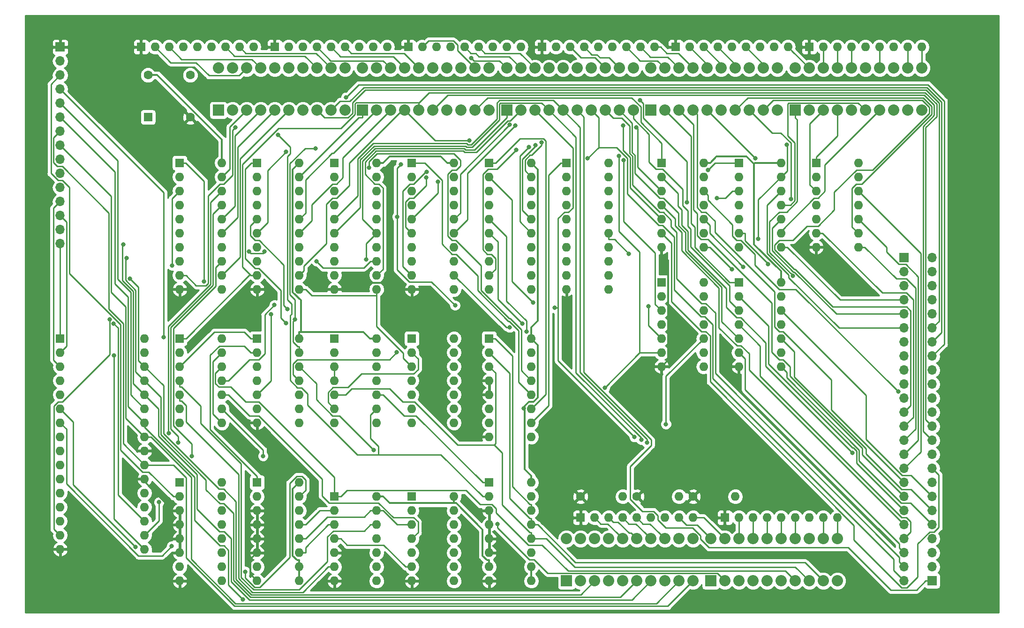
<source format=gbl>
G04 #@! TF.GenerationSoftware,KiCad,Pcbnew,5.0.2+dfsg1-1*
G04 #@! TF.CreationDate,2019-08-16T15:32:43+02:00*
G04 #@! TF.ProjectId,Controller,436f6e74-726f-46c6-9c65-722e6b696361,rev?*
G04 #@! TF.SameCoordinates,Original*
G04 #@! TF.FileFunction,Copper,L2,Bot*
G04 #@! TF.FilePolarity,Positive*
%FSLAX46Y46*%
G04 Gerber Fmt 4.6, Leading zero omitted, Abs format (unit mm)*
G04 Created by KiCad (PCBNEW 5.0.2+dfsg1-1) date vr 16 aug 2019 15:32:43 CEST*
%MOMM*%
%LPD*%
G01*
G04 APERTURE LIST*
G04 #@! TA.AperFunction,ComponentPad*
%ADD10O,1.600000X1.600000*%
G04 #@! TD*
G04 #@! TA.AperFunction,ComponentPad*
%ADD11R,1.600000X1.600000*%
G04 #@! TD*
G04 #@! TA.AperFunction,ComponentPad*
%ADD12C,1.600000*%
G04 #@! TD*
G04 #@! TA.AperFunction,ComponentPad*
%ADD13O,1.700000X1.700000*%
G04 #@! TD*
G04 #@! TA.AperFunction,ComponentPad*
%ADD14R,1.700000X1.700000*%
G04 #@! TD*
G04 #@! TA.AperFunction,ComponentPad*
%ADD15C,2.032000*%
G04 #@! TD*
G04 #@! TA.AperFunction,ComponentPad*
%ADD16R,2.032000X2.032000*%
G04 #@! TD*
G04 #@! TA.AperFunction,ViaPad*
%ADD17C,0.800000*%
G04 #@! TD*
G04 #@! TA.AperFunction,Conductor*
%ADD18C,0.250000*%
G04 #@! TD*
G04 #@! TA.AperFunction,Conductor*
%ADD19C,0.350000*%
G04 #@! TD*
G04 #@! TA.AperFunction,Conductor*
%ADD20C,0.254000*%
G04 #@! TD*
G04 APERTURE END LIST*
D10*
G04 #@! TO.P,U18,14*
G04 #@! TO.N,+5V*
X157480000Y-53975000D03*
G04 #@! TO.P,U18,7*
G04 #@! TO.N,GND*
X149860000Y-69215000D03*
G04 #@! TO.P,U18,13*
G04 #@! TO.N,C_load*
X157480000Y-56515000D03*
G04 #@! TO.P,U18,6*
G04 #@! TO.N,~B_out*
X149860000Y-66675000D03*
G04 #@! TO.P,U18,12*
G04 #@! TO.N,~C_load*
X157480000Y-59055000D03*
G04 #@! TO.P,U18,5*
G04 #@! TO.N,B_out*
X149860000Y-64135000D03*
G04 #@! TO.P,U18,11*
G04 #@! TO.N,C_out*
X157480000Y-61595000D03*
G04 #@! TO.P,U18,4*
G04 #@! TO.N,~A_load*
X149860000Y-61595000D03*
G04 #@! TO.P,U18,10*
G04 #@! TO.N,~C_out*
X157480000Y-64135000D03*
G04 #@! TO.P,U18,3*
G04 #@! TO.N,A_load*
X149860000Y-59055000D03*
G04 #@! TO.P,U18,9*
G04 #@! TO.N,B_load*
X157480000Y-66675000D03*
G04 #@! TO.P,U18,2*
G04 #@! TO.N,~A_out*
X149860000Y-56515000D03*
G04 #@! TO.P,U18,8*
G04 #@! TO.N,~B_load*
X157480000Y-69215000D03*
D11*
G04 #@! TO.P,U18,1*
G04 #@! TO.N,A_out*
X149860000Y-53975000D03*
G04 #@! TD*
D10*
G04 #@! TO.P,U10,32*
G04 #@! TO.N,+5V*
X42545000Y-85725000D03*
G04 #@! TO.P,U10,16*
G04 #@! TO.N,GND*
X27305000Y-123825000D03*
G04 #@! TO.P,U10,31*
G04 #@! TO.N,N/C*
X42545000Y-88265000D03*
G04 #@! TO.P,U10,15*
G04 #@! TO.N,DATA2*
X27305000Y-121285000D03*
G04 #@! TO.P,U10,30*
G04 #@! TO.N,FLAGS1_Fz*
X42545000Y-90805000D03*
G04 #@! TO.P,U10,14*
G04 #@! TO.N,DATA1*
X27305000Y-118745000D03*
G04 #@! TO.P,U10,29*
G04 #@! TO.N,INSTRUCTION6*
X42545000Y-93345000D03*
G04 #@! TO.P,U10,13*
G04 #@! TO.N,DATA0*
X27305000Y-116205000D03*
G04 #@! TO.P,U10,28*
G04 #@! TO.N,INSTRUCTION5*
X42545000Y-95885000D03*
G04 #@! TO.P,U10,12*
G04 #@! TO.N,BANK0*
X27305000Y-113665000D03*
G04 #@! TO.P,U10,27*
G04 #@! TO.N,INSTRUCTION0*
X42545000Y-98425000D03*
G04 #@! TO.P,U10,11*
G04 #@! TO.N,BANK1*
X27305000Y-111125000D03*
G04 #@! TO.P,U10,26*
G04 #@! TO.N,INSTRUCTION1*
X42545000Y-100965000D03*
G04 #@! TO.P,U10,10*
G04 #@! TO.N,BANK2*
X27305000Y-108585000D03*
G04 #@! TO.P,U10,25*
G04 #@! TO.N,INSTRUCTION3*
X42545000Y-103505000D03*
G04 #@! TO.P,U10,9*
G04 #@! TO.N,TSTATE0*
X27305000Y-106045000D03*
G04 #@! TO.P,U10,24*
G04 #@! TO.N,GND*
X42545000Y-106045000D03*
G04 #@! TO.P,U10,8*
G04 #@! TO.N,TSTATE1*
X27305000Y-103505000D03*
G04 #@! TO.P,U10,23*
G04 #@! TO.N,INSTRUCTION2*
X42545000Y-108585000D03*
G04 #@! TO.P,U10,7*
G04 #@! TO.N,TSTATE2*
X27305000Y-100965000D03*
G04 #@! TO.P,U10,22*
G04 #@! TO.N,GND*
X42545000Y-111125000D03*
G04 #@! TO.P,U10,6*
G04 #@! TO.N,TSTATE3*
X27305000Y-98425000D03*
G04 #@! TO.P,U10,21*
G04 #@! TO.N,DATA7*
X42545000Y-113665000D03*
G04 #@! TO.P,U10,5*
G04 #@! TO.N,TSTATE4*
X27305000Y-95885000D03*
G04 #@! TO.P,U10,20*
G04 #@! TO.N,DATA6*
X42545000Y-116205000D03*
G04 #@! TO.P,U10,4*
G04 #@! TO.N,INSTRUCTION4*
X27305000Y-93345000D03*
G04 #@! TO.P,U10,19*
G04 #@! TO.N,DATA5*
X42545000Y-118745000D03*
G04 #@! TO.P,U10,3*
G04 #@! TO.N,INSTRUCTION7*
X27305000Y-90805000D03*
G04 #@! TO.P,U10,18*
G04 #@! TO.N,DATA4*
X42545000Y-121285000D03*
G04 #@! TO.P,U10,2*
G04 #@! TO.N,FLAGS0_Fc*
X27305000Y-88265000D03*
G04 #@! TO.P,U10,17*
G04 #@! TO.N,DATA3*
X42545000Y-123825000D03*
D11*
G04 #@! TO.P,U10,1*
G04 #@! TO.N,FLAGS2_Fcmp*
X27305000Y-85725000D03*
G04 #@! TD*
D12*
G04 #@! TO.P,Y1,2*
G04 #@! TO.N,GND*
X50800000Y-45720000D03*
G04 #@! TO.P,Y1,3*
G04 #@! TO.N,CLOCK_INTERNAL*
X50800000Y-38100000D03*
G04 #@! TO.P,Y1,1*
G04 #@! TO.N,+5V*
X43180000Y-38100000D03*
D11*
G04 #@! TO.P,Y1,4*
G04 #@! TO.N,N/C*
X43180000Y-45720000D03*
G04 #@! TD*
D10*
G04 #@! TO.P,U22,14*
G04 #@! TO.N,+5V*
X143510000Y-53975000D03*
G04 #@! TO.P,U22,7*
G04 #@! TO.N,GND*
X135890000Y-69215000D03*
G04 #@! TO.P,U22,13*
G04 #@! TO.N,IN_out*
X143510000Y-56515000D03*
G04 #@! TO.P,U22,6*
G04 #@! TO.N,~MEM_RAM_load*
X135890000Y-66675000D03*
G04 #@! TO.P,U22,12*
G04 #@! TO.N,~IN_out*
X143510000Y-59055000D03*
G04 #@! TO.P,U22,5*
G04 #@! TO.N,MEM_RAM_load*
X135890000Y-64135000D03*
G04 #@! TO.P,U22,11*
G04 #@! TO.N,OUT2_load*
X143510000Y-61595000D03*
G04 #@! TO.P,U22,4*
G04 #@! TO.N,~STK_MAR_out*
X135890000Y-61595000D03*
G04 #@! TO.P,U22,10*
G04 #@! TO.N,~OUT2_load*
X143510000Y-64135000D03*
G04 #@! TO.P,U22,3*
G04 #@! TO.N,STK_MAR_out*
X135890000Y-59055000D03*
G04 #@! TO.P,U22,9*
G04 #@! TO.N,OUT1_load*
X143510000Y-66675000D03*
G04 #@! TO.P,U22,2*
G04 #@! TO.N,~MAR_ZP*
X135890000Y-56515000D03*
G04 #@! TO.P,U22,8*
G04 #@! TO.N,~OUT1_load*
X143510000Y-69215000D03*
D11*
G04 #@! TO.P,U22,1*
G04 #@! TO.N,MAR_ZP*
X135890000Y-53975000D03*
G04 #@! TD*
D10*
G04 #@! TO.P,U21,14*
G04 #@! TO.N,+5V*
X157480000Y-75565000D03*
G04 #@! TO.P,U21,7*
G04 #@! TO.N,GND*
X149860000Y-90805000D03*
G04 #@! TO.P,U21,13*
G04 #@! TO.N,MAR_HB_load*
X157480000Y-78105000D03*
G04 #@! TO.P,U21,6*
G04 #@! TO.N,~ALU_AY_load*
X149860000Y-88265000D03*
G04 #@! TO.P,U21,12*
G04 #@! TO.N,~MAR_HB_load*
X157480000Y-80645000D03*
G04 #@! TO.P,U21,5*
G04 #@! TO.N,ALU_AY_load*
X149860000Y-85725000D03*
G04 #@! TO.P,U21,11*
G04 #@! TO.N,MAR_LB_load*
X157480000Y-83185000D03*
G04 #@! TO.P,U21,4*
G04 #@! TO.N,~ALU_AX_load*
X149860000Y-83185000D03*
G04 #@! TO.P,U21,10*
G04 #@! TO.N,~MAR_LB_load*
X157480000Y-85725000D03*
G04 #@! TO.P,U21,3*
G04 #@! TO.N,ALU_AX_load*
X149860000Y-80645000D03*
G04 #@! TO.P,U21,9*
G04 #@! TO.N,ALU_out*
X157480000Y-88265000D03*
G04 #@! TO.P,U21,2*
G04 #@! TO.N,~STK_reset*
X149860000Y-78105000D03*
G04 #@! TO.P,U21,8*
G04 #@! TO.N,~ALU_out*
X157480000Y-90805000D03*
D11*
G04 #@! TO.P,U21,1*
G04 #@! TO.N,STK_reset*
X149860000Y-75565000D03*
G04 #@! TD*
D10*
G04 #@! TO.P,U20,14*
G04 #@! TO.N,+5V*
X143510000Y-75565000D03*
G04 #@! TO.P,U20,7*
G04 #@! TO.N,GND*
X135890000Y-90805000D03*
G04 #@! TO.P,U20,13*
G04 #@! TO.N,TSTATE=1*
X143510000Y-78105000D03*
G04 #@! TO.P,U20,6*
G04 #@! TO.N,PC_inc_LED*
X135890000Y-88265000D03*
G04 #@! TO.P,U20,12*
G04 #@! TO.N,MEM_out*
X143510000Y-80645000D03*
G04 #@! TO.P,U20,5*
G04 #@! TO.N,TSTATE=1*
X135890000Y-85725000D03*
G04 #@! TO.P,U20,11*
G04 #@! TO.N,MEM_out_LED*
X143510000Y-83185000D03*
G04 #@! TO.P,U20,4*
G04 #@! TO.N,PC_inc_*
X135890000Y-83185000D03*
G04 #@! TO.P,U20,10*
G04 #@! TO.N,TSTATE=0*
X143510000Y-85725000D03*
G04 #@! TO.P,U20,3*
G04 #@! TO.N,IR_load_LED*
X135890000Y-80645000D03*
G04 #@! TO.P,U20,9*
G04 #@! TO.N,PC_MAR_out*
X143510000Y-88265000D03*
G04 #@! TO.P,U20,2*
G04 #@! TO.N,TSTATE=1*
X135890000Y-78105000D03*
G04 #@! TO.P,U20,8*
G04 #@! TO.N,PC_MAR_out_LED*
X143510000Y-90805000D03*
D11*
G04 #@! TO.P,U20,1*
G04 #@! TO.N,IR_load*
X135890000Y-75565000D03*
G04 #@! TD*
D10*
G04 #@! TO.P,U19,14*
G04 #@! TO.N,+5V*
X171450000Y-53975000D03*
G04 #@! TO.P,U19,7*
G04 #@! TO.N,GND*
X163830000Y-69215000D03*
G04 #@! TO.P,U19,13*
G04 #@! TO.N,PC_H_out*
X171450000Y-56515000D03*
G04 #@! TO.P,U19,6*
G04 #@! TO.N,~PC_L_load*
X163830000Y-66675000D03*
G04 #@! TO.P,U19,12*
G04 #@! TO.N,~PC_H_out*
X171450000Y-59055000D03*
G04 #@! TO.P,U19,5*
G04 #@! TO.N,PC_L_load*
X163830000Y-64135000D03*
G04 #@! TO.P,U19,11*
G04 #@! TO.N,PC_L_out*
X171450000Y-61595000D03*
G04 #@! TO.P,U19,4*
G04 #@! TO.N,~D_load*
X163830000Y-61595000D03*
G04 #@! TO.P,U19,10*
G04 #@! TO.N,~PC_L_out*
X171450000Y-64135000D03*
G04 #@! TO.P,U19,3*
G04 #@! TO.N,D_load*
X163830000Y-59055000D03*
G04 #@! TO.P,U19,9*
G04 #@! TO.N,PC_H_load*
X171450000Y-66675000D03*
G04 #@! TO.P,U19,2*
G04 #@! TO.N,~D_out*
X163830000Y-56515000D03*
G04 #@! TO.P,U19,8*
G04 #@! TO.N,~PC_H_load*
X171450000Y-69215000D03*
D11*
G04 #@! TO.P,U19,1*
G04 #@! TO.N,D_out*
X163830000Y-53975000D03*
G04 #@! TD*
D10*
G04 #@! TO.P,U17,20*
G04 #@! TO.N,+5V*
X56515000Y-53975000D03*
G04 #@! TO.P,U17,10*
G04 #@! TO.N,GND*
X48895000Y-76835000D03*
G04 #@! TO.P,U17,19*
G04 #@! TO.N,NC1*
X56515000Y-56515000D03*
G04 #@! TO.P,U17,9*
G04 #@! TO.N,FLAGS_Fc_load*
X48895000Y-74295000D03*
G04 #@! TO.P,U17,18*
G04 #@! TO.N,DATA7*
X56515000Y-59055000D03*
G04 #@! TO.P,U17,8*
G04 #@! TO.N,DATA3*
X48895000Y-71755000D03*
G04 #@! TO.P,U17,17*
G04 #@! TO.N,DATA6*
X56515000Y-61595000D03*
G04 #@! TO.P,U17,7*
G04 #@! TO.N,DATA2*
X48895000Y-69215000D03*
G04 #@! TO.P,U17,16*
G04 #@! TO.N,NC0*
X56515000Y-64135000D03*
G04 #@! TO.P,U17,6*
G04 #@! TO.N,FLAGS_Flt_load*
X48895000Y-66675000D03*
G04 #@! TO.P,U17,15*
G04 #@! TO.N,FLAGS_Fc_set*
X56515000Y-66675000D03*
G04 #@! TO.P,U17,5*
G04 #@! TO.N,FLAGS_Feq_load*
X48895000Y-64135000D03*
G04 #@! TO.P,U17,14*
G04 #@! TO.N,DATA5*
X56515000Y-69215000D03*
G04 #@! TO.P,U17,4*
G04 #@! TO.N,DATA1*
X48895000Y-61595000D03*
G04 #@! TO.P,U17,13*
G04 #@! TO.N,DATA4*
X56515000Y-71755000D03*
G04 #@! TO.P,U17,3*
G04 #@! TO.N,DATA0*
X48895000Y-59055000D03*
G04 #@! TO.P,U17,12*
G04 #@! TO.N,FLAGS_Fc_clear*
X56515000Y-74295000D03*
G04 #@! TO.P,U17,2*
G04 #@! TO.N,FLAGS_Fgt_load*
X48895000Y-56515000D03*
G04 #@! TO.P,U17,11*
G04 #@! TO.N,Net-(U12-Pad11)*
X56515000Y-76835000D03*
D11*
G04 #@! TO.P,U17,1*
G04 #@! TO.N,EN5*
X48895000Y-53975000D03*
G04 #@! TD*
D10*
G04 #@! TO.P,U16,20*
G04 #@! TO.N,+5V*
X70485000Y-53975000D03*
G04 #@! TO.P,U16,10*
G04 #@! TO.N,GND*
X62865000Y-76835000D03*
G04 #@! TO.P,U16,19*
G04 #@! TO.N,FLAGS_Fz_load*
X70485000Y-56515000D03*
G04 #@! TO.P,U16,9*
G04 #@! TO.N,TSTATE_reset*
X62865000Y-74295000D03*
G04 #@! TO.P,U16,18*
G04 #@! TO.N,DATA7*
X70485000Y-59055000D03*
G04 #@! TO.P,U16,8*
G04 #@! TO.N,DATA3*
X62865000Y-71755000D03*
G04 #@! TO.P,U16,17*
G04 #@! TO.N,DATA6*
X70485000Y-61595000D03*
G04 #@! TO.P,U16,7*
G04 #@! TO.N,DATA2*
X62865000Y-69215000D03*
G04 #@! TO.P,U16,16*
G04 #@! TO.N,OUT2_load*
X70485000Y-64135000D03*
G04 #@! TO.P,U16,6*
G04 #@! TO.N,CLOCK_halt*
X62865000Y-66675000D03*
G04 #@! TO.P,U16,15*
G04 #@! TO.N,OUT1_load*
X70485000Y-66675000D03*
G04 #@! TO.P,U16,5*
G04 #@! TO.N,MEM_out*
X62865000Y-64135000D03*
G04 #@! TO.P,U16,14*
G04 #@! TO.N,DATA5*
X70485000Y-69215000D03*
G04 #@! TO.P,U16,4*
G04 #@! TO.N,DATA1*
X62865000Y-61595000D03*
G04 #@! TO.P,U16,13*
G04 #@! TO.N,DATA4*
X70485000Y-71755000D03*
G04 #@! TO.P,U16,3*
G04 #@! TO.N,DATA0*
X62865000Y-59055000D03*
G04 #@! TO.P,U16,12*
G04 #@! TO.N,IN_out*
X70485000Y-74295000D03*
G04 #@! TO.P,U16,2*
G04 #@! TO.N,MEM_RAM_load*
X62865000Y-56515000D03*
G04 #@! TO.P,U16,11*
G04 #@! TO.N,Net-(U12-Pad11)*
X70485000Y-76835000D03*
D11*
G04 #@! TO.P,U16,1*
G04 #@! TO.N,EN4*
X62865000Y-53975000D03*
G04 #@! TD*
D10*
G04 #@! TO.P,U15,20*
G04 #@! TO.N,+5V*
X84455000Y-53975000D03*
G04 #@! TO.P,U15,10*
G04 #@! TO.N,GND*
X76835000Y-76835000D03*
G04 #@! TO.P,U15,19*
G04 #@! TO.N,MAR_ZP*
X84455000Y-56515000D03*
G04 #@! TO.P,U15,9*
G04 #@! TO.N,ALU_shr*
X76835000Y-74295000D03*
G04 #@! TO.P,U15,18*
G04 #@! TO.N,DATA7*
X84455000Y-59055000D03*
G04 #@! TO.P,U15,8*
G04 #@! TO.N,DATA3*
X76835000Y-71755000D03*
G04 #@! TO.P,U15,17*
G04 #@! TO.N,DATA6*
X84455000Y-61595000D03*
G04 #@! TO.P,U15,7*
G04 #@! TO.N,DATA2*
X76835000Y-69215000D03*
G04 #@! TO.P,U15,16*
G04 #@! TO.N,MAR_HB_load*
X84455000Y-64135000D03*
G04 #@! TO.P,U15,6*
G04 #@! TO.N,ALU_m*
X76835000Y-66675000D03*
G04 #@! TO.P,U15,15*
G04 #@! TO.N,MAR_LB_load*
X84455000Y-66675000D03*
G04 #@! TO.P,U15,5*
G04 #@! TO.N,ALU_s3*
X76835000Y-64135000D03*
G04 #@! TO.P,U15,14*
G04 #@! TO.N,DATA5*
X84455000Y-69215000D03*
G04 #@! TO.P,U15,4*
G04 #@! TO.N,DATA1*
X76835000Y-61595000D03*
G04 #@! TO.P,U15,13*
G04 #@! TO.N,DATA4*
X84455000Y-71755000D03*
G04 #@! TO.P,U15,3*
G04 #@! TO.N,DATA0*
X76835000Y-59055000D03*
G04 #@! TO.P,U15,12*
G04 #@! TO.N,ALU_out*
X84455000Y-74295000D03*
G04 #@! TO.P,U15,2*
G04 #@! TO.N,ALU_s2*
X76835000Y-56515000D03*
G04 #@! TO.P,U15,11*
G04 #@! TO.N,Net-(U12-Pad11)*
X84455000Y-76835000D03*
D11*
G04 #@! TO.P,U15,1*
G04 #@! TO.N,EN3*
X76835000Y-53975000D03*
G04 #@! TD*
D10*
G04 #@! TO.P,U14,20*
G04 #@! TO.N,+5V*
X98425000Y-53975000D03*
G04 #@! TO.P,U14,10*
G04 #@! TO.N,GND*
X90805000Y-76835000D03*
G04 #@! TO.P,U14,19*
G04 #@! TO.N,ALU_s1*
X98425000Y-56515000D03*
G04 #@! TO.P,U14,9*
G04 #@! TO.N,STK_MAR_out*
X90805000Y-74295000D03*
G04 #@! TO.P,U14,18*
G04 #@! TO.N,DATA7*
X98425000Y-59055000D03*
G04 #@! TO.P,U14,8*
G04 #@! TO.N,DATA3*
X90805000Y-71755000D03*
G04 #@! TO.P,U14,17*
G04 #@! TO.N,DATA6*
X98425000Y-61595000D03*
G04 #@! TO.P,U14,7*
G04 #@! TO.N,DATA2*
X90805000Y-69215000D03*
G04 #@! TO.P,U14,16*
G04 #@! TO.N,ALU_s0*
X98425000Y-64135000D03*
G04 #@! TO.P,U14,6*
G04 #@! TO.N,STK_reset*
X90805000Y-66675000D03*
G04 #@! TO.P,U14,15*
G04 #@! TO.N,ALU_AY_load*
X98425000Y-66675000D03*
G04 #@! TO.P,U14,5*
G04 #@! TO.N,STK_dec*
X90805000Y-64135000D03*
G04 #@! TO.P,U14,14*
G04 #@! TO.N,DATA5*
X98425000Y-69215000D03*
G04 #@! TO.P,U14,4*
G04 #@! TO.N,DATA1*
X90805000Y-61595000D03*
G04 #@! TO.P,U14,13*
G04 #@! TO.N,DATA4*
X98425000Y-71755000D03*
G04 #@! TO.P,U14,3*
G04 #@! TO.N,DATA0*
X90805000Y-59055000D03*
G04 #@! TO.P,U14,12*
G04 #@! TO.N,ALU_AX_load*
X98425000Y-74295000D03*
G04 #@! TO.P,U14,2*
G04 #@! TO.N,STK_inc*
X90805000Y-56515000D03*
G04 #@! TO.P,U14,11*
G04 #@! TO.N,Net-(U12-Pad11)*
X98425000Y-76835000D03*
D11*
G04 #@! TO.P,U14,1*
G04 #@! TO.N,EN2*
X90805000Y-53975000D03*
G04 #@! TD*
D10*
G04 #@! TO.P,U13,20*
G04 #@! TO.N,+5V*
X112395000Y-53975000D03*
G04 #@! TO.P,U13,10*
G04 #@! TO.N,GND*
X104775000Y-76835000D03*
G04 #@! TO.P,U13,19*
G04 #@! TO.N,PC_H_out*
X112395000Y-56515000D03*
G04 #@! TO.P,U13,9*
G04 #@! TO.N,PC_dec*
X104775000Y-74295000D03*
G04 #@! TO.P,U13,18*
G04 #@! TO.N,DATA7*
X112395000Y-59055000D03*
G04 #@! TO.P,U13,8*
G04 #@! TO.N,DATA3*
X104775000Y-71755000D03*
G04 #@! TO.P,U13,17*
G04 #@! TO.N,DATA6*
X112395000Y-61595000D03*
G04 #@! TO.P,U13,7*
G04 #@! TO.N,DATA2*
X104775000Y-69215000D03*
G04 #@! TO.P,U13,16*
G04 #@! TO.N,PC_L_out*
X112395000Y-64135000D03*
G04 #@! TO.P,U13,6*
G04 #@! TO.N,PC_inc_*
X104775000Y-66675000D03*
G04 #@! TO.P,U13,15*
G04 #@! TO.N,PC_H_load*
X112395000Y-66675000D03*
G04 #@! TO.P,U13,5*
G04 #@! TO.N,PC_MAR_out*
X104775000Y-64135000D03*
G04 #@! TO.P,U13,14*
G04 #@! TO.N,DATA5*
X112395000Y-69215000D03*
G04 #@! TO.P,U13,4*
G04 #@! TO.N,DATA1*
X104775000Y-61595000D03*
G04 #@! TO.P,U13,13*
G04 #@! TO.N,DATA4*
X112395000Y-71755000D03*
G04 #@! TO.P,U13,3*
G04 #@! TO.N,DATA0*
X104775000Y-59055000D03*
G04 #@! TO.P,U13,12*
G04 #@! TO.N,PC_L_load*
X112395000Y-74295000D03*
G04 #@! TO.P,U13,2*
G04 #@! TO.N,IR_load*
X104775000Y-56515000D03*
G04 #@! TO.P,U13,11*
G04 #@! TO.N,Net-(U12-Pad11)*
X112395000Y-76835000D03*
D11*
G04 #@! TO.P,U13,1*
G04 #@! TO.N,EN1*
X104775000Y-53975000D03*
G04 #@! TD*
D10*
G04 #@! TO.P,U12,20*
G04 #@! TO.N,+5V*
X126365000Y-53975000D03*
G04 #@! TO.P,U12,10*
G04 #@! TO.N,GND*
X118745000Y-76835000D03*
G04 #@! TO.P,U12,19*
G04 #@! TO.N,D_load*
X126365000Y-56515000D03*
G04 #@! TO.P,U12,9*
G04 #@! TO.N,B_load*
X118745000Y-74295000D03*
G04 #@! TO.P,U12,18*
G04 #@! TO.N,DATA7*
X126365000Y-59055000D03*
G04 #@! TO.P,U12,8*
G04 #@! TO.N,DATA3*
X118745000Y-71755000D03*
G04 #@! TO.P,U12,17*
G04 #@! TO.N,DATA6*
X126365000Y-61595000D03*
G04 #@! TO.P,U12,7*
G04 #@! TO.N,DATA2*
X118745000Y-69215000D03*
G04 #@! TO.P,U12,16*
G04 #@! TO.N,D_out*
X126365000Y-64135000D03*
G04 #@! TO.P,U12,6*
G04 #@! TO.N,B_out*
X118745000Y-66675000D03*
G04 #@! TO.P,U12,15*
G04 #@! TO.N,C_load*
X126365000Y-66675000D03*
G04 #@! TO.P,U12,5*
G04 #@! TO.N,A_load*
X118745000Y-64135000D03*
G04 #@! TO.P,U12,14*
G04 #@! TO.N,DATA5*
X126365000Y-69215000D03*
G04 #@! TO.P,U12,4*
G04 #@! TO.N,DATA1*
X118745000Y-61595000D03*
G04 #@! TO.P,U12,13*
G04 #@! TO.N,DATA4*
X126365000Y-71755000D03*
G04 #@! TO.P,U12,3*
G04 #@! TO.N,DATA0*
X118745000Y-59055000D03*
G04 #@! TO.P,U12,12*
G04 #@! TO.N,C_out*
X126365000Y-74295000D03*
G04 #@! TO.P,U12,2*
G04 #@! TO.N,A_out*
X118745000Y-56515000D03*
G04 #@! TO.P,U12,11*
G04 #@! TO.N,Net-(U12-Pad11)*
X126365000Y-76835000D03*
D11*
G04 #@! TO.P,U12,1*
G04 #@! TO.N,EN0*
X118745000Y-53975000D03*
G04 #@! TD*
D10*
G04 #@! TO.P,U11,16*
G04 #@! TO.N,+5V*
X112395000Y-85725000D03*
G04 #@! TO.P,U11,8*
G04 #@! TO.N,GND*
X104775000Y-103505000D03*
G04 #@! TO.P,U11,15*
G04 #@! TO.N,EN5*
X112395000Y-88265000D03*
G04 #@! TO.P,U11,7*
G04 #@! TO.N,Net-(U11-Pad7)*
X104775000Y-100965000D03*
G04 #@! TO.P,U11,14*
G04 #@! TO.N,EN4*
X112395000Y-90805000D03*
G04 #@! TO.P,U11,6*
G04 #@! TO.N,+5V*
X104775000Y-98425000D03*
G04 #@! TO.P,U11,13*
G04 #@! TO.N,EN3*
X112395000Y-93345000D03*
G04 #@! TO.P,U11,5*
G04 #@! TO.N,GND*
X104775000Y-95885000D03*
G04 #@! TO.P,U11,12*
G04 #@! TO.N,EN2*
X112395000Y-95885000D03*
G04 #@! TO.P,U11,4*
G04 #@! TO.N,GND*
X104775000Y-93345000D03*
G04 #@! TO.P,U11,11*
G04 #@! TO.N,EN1*
X112395000Y-98425000D03*
G04 #@! TO.P,U11,3*
G04 #@! TO.N,BANK2*
X104775000Y-90805000D03*
G04 #@! TO.P,U11,10*
G04 #@! TO.N,EN0*
X112395000Y-100965000D03*
G04 #@! TO.P,U11,2*
G04 #@! TO.N,BANK1*
X104775000Y-88265000D03*
G04 #@! TO.P,U11,9*
G04 #@! TO.N,Net-(U11-Pad9)*
X112395000Y-103505000D03*
D11*
G04 #@! TO.P,U11,1*
G04 #@! TO.N,BANK0*
X104775000Y-85725000D03*
G04 #@! TD*
D10*
G04 #@! TO.P,U9,14*
G04 #@! TO.N,N/C*
X98425000Y-85725000D03*
G04 #@! TO.P,U9,7*
X90805000Y-100965000D03*
G04 #@! TO.P,U9,13*
X98425000Y-88265000D03*
G04 #@! TO.P,U9,6*
G04 #@! TO.N,Net-(U9-Pad6)*
X90805000Y-98425000D03*
G04 #@! TO.P,U9,12*
G04 #@! TO.N,N/C*
X98425000Y-90805000D03*
G04 #@! TO.P,U9,5*
G04 #@! TO.N,LOAD_DONE*
X90805000Y-95885000D03*
G04 #@! TO.P,U9,11*
G04 #@! TO.N,N/C*
X98425000Y-93345000D03*
G04 #@! TO.P,U9,4*
G04 #@! TO.N,Net-(U9-Pad4)*
X90805000Y-93345000D03*
G04 #@! TO.P,U9,10*
G04 #@! TO.N,N/C*
X98425000Y-95885000D03*
G04 #@! TO.P,U9,3*
G04 #@! TO.N,Net-(U12-Pad11)*
X90805000Y-90805000D03*
G04 #@! TO.P,U9,9*
G04 #@! TO.N,N/C*
X98425000Y-98425000D03*
G04 #@! TO.P,U9,2*
G04 #@! TO.N,Net-(U2-Pad6)*
X90805000Y-88265000D03*
G04 #@! TO.P,U9,8*
G04 #@! TO.N,N/C*
X98425000Y-100965000D03*
D11*
G04 #@! TO.P,U9,1*
G04 #@! TO.N,~CLOCK*
X90805000Y-85725000D03*
G04 #@! TD*
D10*
G04 #@! TO.P,U8,16*
G04 #@! TO.N,+5V*
X112395000Y-111760000D03*
G04 #@! TO.P,U8,8*
G04 #@! TO.N,GND*
X104775000Y-129540000D03*
G04 #@! TO.P,U8,15*
G04 #@! TO.N,Net-(U8-Pad15)*
X112395000Y-114300000D03*
G04 #@! TO.P,U8,7*
G04 #@! TO.N,+5V*
X104775000Y-127000000D03*
G04 #@! TO.P,U8,14*
G04 #@! TO.N,BANK0*
X112395000Y-116840000D03*
G04 #@! TO.P,U8,6*
G04 #@! TO.N,GND*
X104775000Y-124460000D03*
G04 #@! TO.P,U8,13*
G04 #@! TO.N,BANK1*
X112395000Y-119380000D03*
G04 #@! TO.P,U8,5*
G04 #@! TO.N,GND*
X104775000Y-121920000D03*
G04 #@! TO.P,U8,12*
G04 #@! TO.N,BANK2*
X112395000Y-121920000D03*
G04 #@! TO.P,U8,4*
G04 #@! TO.N,GND*
X104775000Y-119380000D03*
G04 #@! TO.P,U8,11*
G04 #@! TO.N,Net-(U8-Pad11)*
X112395000Y-124460000D03*
G04 #@! TO.P,U8,3*
G04 #@! TO.N,GND*
X104775000Y-116840000D03*
G04 #@! TO.P,U8,10*
G04 #@! TO.N,+5V*
X112395000Y-127000000D03*
G04 #@! TO.P,U8,2*
G04 #@! TO.N,CLOCK_INTERNAL*
X104775000Y-114300000D03*
G04 #@! TO.P,U8,9*
G04 #@! TO.N,+5V*
X112395000Y-129540000D03*
D11*
G04 #@! TO.P,U8,1*
G04 #@! TO.N,Net-(U2-Pad10)*
X104775000Y-111760000D03*
G04 #@! TD*
G04 #@! TO.P,U7,1*
G04 #@! TO.N,Net-(U3-Pad2)*
X62865000Y-111760000D03*
D10*
G04 #@! TO.P,U7,9*
G04 #@! TO.N,+5V*
X70485000Y-129540000D03*
G04 #@! TO.P,U7,2*
G04 #@! TO.N,CLOCK*
X62865000Y-114300000D03*
G04 #@! TO.P,U7,10*
G04 #@! TO.N,+5V*
X70485000Y-127000000D03*
G04 #@! TO.P,U7,3*
G04 #@! TO.N,GND*
X62865000Y-116840000D03*
G04 #@! TO.P,U7,11*
G04 #@! TO.N,TSTATE3*
X70485000Y-124460000D03*
G04 #@! TO.P,U7,4*
G04 #@! TO.N,GND*
X62865000Y-119380000D03*
G04 #@! TO.P,U7,12*
G04 #@! TO.N,TSTATE2*
X70485000Y-121920000D03*
G04 #@! TO.P,U7,5*
G04 #@! TO.N,GND*
X62865000Y-121920000D03*
G04 #@! TO.P,U7,13*
G04 #@! TO.N,TSTATE1*
X70485000Y-119380000D03*
G04 #@! TO.P,U7,6*
G04 #@! TO.N,GND*
X62865000Y-124460000D03*
G04 #@! TO.P,U7,14*
G04 #@! TO.N,TSTATE0*
X70485000Y-116840000D03*
G04 #@! TO.P,U7,7*
G04 #@! TO.N,+5V*
X62865000Y-127000000D03*
G04 #@! TO.P,U7,15*
G04 #@! TO.N,Net-(U6-Pad10)*
X70485000Y-114300000D03*
G04 #@! TO.P,U7,8*
G04 #@! TO.N,GND*
X62865000Y-129540000D03*
G04 #@! TO.P,U7,16*
G04 #@! TO.N,+5V*
X70485000Y-111760000D03*
G04 #@! TD*
D11*
G04 #@! TO.P,U6,1*
G04 #@! TO.N,Net-(U3-Pad2)*
X48895000Y-111760000D03*
D10*
G04 #@! TO.P,U6,9*
G04 #@! TO.N,+5V*
X56515000Y-129540000D03*
G04 #@! TO.P,U6,2*
G04 #@! TO.N,CLOCK*
X48895000Y-114300000D03*
G04 #@! TO.P,U6,10*
G04 #@! TO.N,Net-(U6-Pad10)*
X56515000Y-127000000D03*
G04 #@! TO.P,U6,3*
G04 #@! TO.N,GND*
X48895000Y-116840000D03*
G04 #@! TO.P,U6,11*
G04 #@! TO.N,Net-(U6-Pad11)*
X56515000Y-124460000D03*
G04 #@! TO.P,U6,4*
G04 #@! TO.N,GND*
X48895000Y-119380000D03*
G04 #@! TO.P,U6,12*
G04 #@! TO.N,Net-(U6-Pad12)*
X56515000Y-121920000D03*
G04 #@! TO.P,U6,5*
G04 #@! TO.N,GND*
X48895000Y-121920000D03*
G04 #@! TO.P,U6,13*
G04 #@! TO.N,Net-(U6-Pad13)*
X56515000Y-119380000D03*
G04 #@! TO.P,U6,6*
G04 #@! TO.N,GND*
X48895000Y-124460000D03*
G04 #@! TO.P,U6,14*
G04 #@! TO.N,TSTATE4*
X56515000Y-116840000D03*
G04 #@! TO.P,U6,7*
G04 #@! TO.N,Net-(U6-Pad10)*
X48895000Y-127000000D03*
G04 #@! TO.P,U6,15*
G04 #@! TO.N,Net-(U6-Pad15)*
X56515000Y-114300000D03*
G04 #@! TO.P,U6,8*
G04 #@! TO.N,GND*
X48895000Y-129540000D03*
G04 #@! TO.P,U6,16*
G04 #@! TO.N,+5V*
X56515000Y-111760000D03*
G04 #@! TD*
G04 #@! TO.P,U5,14*
G04 #@! TO.N,+5V*
X98425000Y-114300000D03*
G04 #@! TO.P,U5,7*
G04 #@! TO.N,GND*
X90805000Y-129540000D03*
G04 #@! TO.P,U5,13*
G04 #@! TO.N,N/C*
X98425000Y-116840000D03*
G04 #@! TO.P,U5,6*
G04 #@! TO.N,TSTATE4*
X90805000Y-127000000D03*
G04 #@! TO.P,U5,12*
G04 #@! TO.N,N/C*
X98425000Y-119380000D03*
G04 #@! TO.P,U5,5*
G04 #@! TO.N,TSTATE3*
X90805000Y-124460000D03*
G04 #@! TO.P,U5,11*
G04 #@! TO.N,N/C*
X98425000Y-121920000D03*
G04 #@! TO.P,U5,4*
G04 #@! TO.N,Net-(U1-Pad10)*
X90805000Y-121920000D03*
G04 #@! TO.P,U5,10*
G04 #@! TO.N,N/C*
X98425000Y-124460000D03*
G04 #@! TO.P,U5,3*
G04 #@! TO.N,TSTATE2*
X90805000Y-119380000D03*
G04 #@! TO.P,U5,9*
G04 #@! TO.N,N/C*
X98425000Y-127000000D03*
G04 #@! TO.P,U5,2*
G04 #@! TO.N,TSTATE1*
X90805000Y-116840000D03*
G04 #@! TO.P,U5,8*
G04 #@! TO.N,N/C*
X98425000Y-129540000D03*
D11*
G04 #@! TO.P,U5,1*
G04 #@! TO.N,Net-(U1-Pad9)*
X90805000Y-114300000D03*
G04 #@! TD*
D10*
G04 #@! TO.P,U4,14*
G04 #@! TO.N,+5V*
X84455000Y-114300000D03*
G04 #@! TO.P,U4,7*
G04 #@! TO.N,GND*
X76835000Y-129540000D03*
G04 #@! TO.P,U4,13*
G04 #@! TO.N,TSTATE2*
X84455000Y-116840000D03*
G04 #@! TO.P,U4,6*
G04 #@! TO.N,Net-(U1-Pad5)*
X76835000Y-127000000D03*
G04 #@! TO.P,U4,12*
G04 #@! TO.N,Net-(U1-Pad4)*
X84455000Y-119380000D03*
G04 #@! TO.P,U4,5*
G04 #@! TO.N,GND*
X76835000Y-124460000D03*
G04 #@! TO.P,U4,11*
G04 #@! TO.N,N/C*
X84455000Y-121920000D03*
G04 #@! TO.P,U4,4*
G04 #@! TO.N,TSTATE4*
X76835000Y-121920000D03*
G04 #@! TO.P,U4,10*
G04 #@! TO.N,N/C*
X84455000Y-124460000D03*
G04 #@! TO.P,U4,3*
G04 #@! TO.N,TSTATE3*
X76835000Y-119380000D03*
G04 #@! TO.P,U4,9*
G04 #@! TO.N,N/C*
X84455000Y-127000000D03*
G04 #@! TO.P,U4,2*
G04 #@! TO.N,TSTATE1*
X76835000Y-116840000D03*
G04 #@! TO.P,U4,8*
G04 #@! TO.N,N/C*
X84455000Y-129540000D03*
D11*
G04 #@! TO.P,U4,1*
G04 #@! TO.N,TSTATE0*
X76835000Y-114300000D03*
G04 #@! TD*
G04 #@! TO.P,U3,1*
G04 #@! TO.N,Net-(U1-Pad3)*
X62865000Y-85725000D03*
D10*
G04 #@! TO.P,U3,8*
G04 #@! TO.N,PC_inc*
X70485000Y-100965000D03*
G04 #@! TO.P,U3,2*
G04 #@! TO.N,Net-(U3-Pad2)*
X62865000Y-88265000D03*
G04 #@! TO.P,U3,9*
G04 #@! TO.N,PC_inc_LED*
X70485000Y-98425000D03*
G04 #@! TO.P,U3,3*
G04 #@! TO.N,LOAD_DONE*
X62865000Y-90805000D03*
G04 #@! TO.P,U3,10*
G04 #@! TO.N,~PC_MAR_out*
X70485000Y-95885000D03*
G04 #@! TO.P,U3,4*
G04 #@! TO.N,Net-(U2-Pad10)*
X62865000Y-93345000D03*
G04 #@! TO.P,U3,11*
G04 #@! TO.N,PC_MAR_out_LED*
X70485000Y-93345000D03*
G04 #@! TO.P,U3,5*
G04 #@! TO.N,IR_load_LED*
X62865000Y-95885000D03*
G04 #@! TO.P,U3,12*
G04 #@! TO.N,~MEM_out*
X70485000Y-90805000D03*
G04 #@! TO.P,U3,6*
G04 #@! TO.N,~IR_load*
X62865000Y-98425000D03*
G04 #@! TO.P,U3,13*
G04 #@! TO.N,MEM_out_LED*
X70485000Y-88265000D03*
G04 #@! TO.P,U3,7*
G04 #@! TO.N,GND*
X62865000Y-100965000D03*
G04 #@! TO.P,U3,14*
G04 #@! TO.N,+5V*
X70485000Y-85725000D03*
G04 #@! TD*
G04 #@! TO.P,U2,14*
G04 #@! TO.N,+5V*
X84455000Y-85725000D03*
G04 #@! TO.P,U2,7*
G04 #@! TO.N,GND*
X76835000Y-100965000D03*
G04 #@! TO.P,U2,13*
G04 #@! TO.N,N/C*
X84455000Y-88265000D03*
G04 #@! TO.P,U2,6*
G04 #@! TO.N,Net-(U2-Pad6)*
X76835000Y-98425000D03*
G04 #@! TO.P,U2,12*
G04 #@! TO.N,N/C*
X84455000Y-90805000D03*
G04 #@! TO.P,U2,5*
G04 #@! TO.N,BANK2*
X76835000Y-95885000D03*
G04 #@! TO.P,U2,11*
G04 #@! TO.N,N/C*
X84455000Y-93345000D03*
G04 #@! TO.P,U2,4*
G04 #@! TO.N,Net-(U2-Pad3)*
X76835000Y-93345000D03*
G04 #@! TO.P,U2,10*
G04 #@! TO.N,Net-(U2-Pad10)*
X84455000Y-95885000D03*
G04 #@! TO.P,U2,3*
G04 #@! TO.N,Net-(U2-Pad3)*
X76835000Y-90805000D03*
G04 #@! TO.P,U2,9*
G04 #@! TO.N,CLOCK_INTERNAL*
X84455000Y-98425000D03*
G04 #@! TO.P,U2,2*
G04 #@! TO.N,BANK1*
X76835000Y-88265000D03*
G04 #@! TO.P,U2,8*
G04 #@! TO.N,Net-(U12-Pad11)*
X84455000Y-100965000D03*
D11*
G04 #@! TO.P,U2,1*
G04 #@! TO.N,BANK0*
X76835000Y-85725000D03*
G04 #@! TD*
G04 #@! TO.P,U1,1*
G04 #@! TO.N,TSTATE_reset*
X48895000Y-85725000D03*
D10*
G04 #@! TO.P,U1,8*
G04 #@! TO.N,Net-(U1-Pad13)*
X56515000Y-100965000D03*
G04 #@! TO.P,U1,2*
G04 #@! TO.N,~CLOCK*
X48895000Y-88265000D03*
G04 #@! TO.P,U1,9*
G04 #@! TO.N,Net-(U1-Pad9)*
X56515000Y-98425000D03*
G04 #@! TO.P,U1,3*
G04 #@! TO.N,Net-(U1-Pad3)*
X48895000Y-90805000D03*
G04 #@! TO.P,U1,10*
G04 #@! TO.N,Net-(U1-Pad10)*
X56515000Y-95885000D03*
G04 #@! TO.P,U1,4*
G04 #@! TO.N,Net-(U1-Pad4)*
X48895000Y-93345000D03*
G04 #@! TO.P,U1,11*
G04 #@! TO.N,TSTATE=1*
X56515000Y-93345000D03*
G04 #@! TO.P,U1,5*
G04 #@! TO.N,Net-(U1-Pad5)*
X48895000Y-95885000D03*
G04 #@! TO.P,U1,12*
G04 #@! TO.N,TSTATE0*
X56515000Y-90805000D03*
G04 #@! TO.P,U1,6*
G04 #@! TO.N,TSTATE=0*
X48895000Y-98425000D03*
G04 #@! TO.P,U1,13*
G04 #@! TO.N,Net-(U1-Pad13)*
X56515000Y-88265000D03*
G04 #@! TO.P,U1,7*
G04 #@! TO.N,GND*
X48895000Y-100965000D03*
G04 #@! TO.P,U1,14*
G04 #@! TO.N,+5V*
X56515000Y-85725000D03*
G04 #@! TD*
G04 #@! TO.P,RN8,9*
G04 #@! TO.N,Net-(BAR7-Pad11)*
X182880000Y-33020000D03*
G04 #@! TO.P,RN8,8*
G04 #@! TO.N,Net-(BAR7-Pad12)*
X180340000Y-33020000D03*
G04 #@! TO.P,RN8,7*
G04 #@! TO.N,Net-(BAR7-Pad13)*
X177800000Y-33020000D03*
G04 #@! TO.P,RN8,6*
G04 #@! TO.N,Net-(BAR7-Pad14)*
X175260000Y-33020000D03*
G04 #@! TO.P,RN8,5*
G04 #@! TO.N,Net-(BAR7-Pad15)*
X172720000Y-33020000D03*
G04 #@! TO.P,RN8,4*
G04 #@! TO.N,Net-(BAR7-Pad16)*
X170180000Y-33020000D03*
G04 #@! TO.P,RN8,3*
G04 #@! TO.N,Net-(BAR7-Pad17)*
X167640000Y-33020000D03*
G04 #@! TO.P,RN8,2*
G04 #@! TO.N,Net-(BAR7-Pad18)*
X165100000Y-33020000D03*
D11*
G04 #@! TO.P,RN8,1*
G04 #@! TO.N,GND*
X162560000Y-33020000D03*
G04 #@! TD*
D10*
G04 #@! TO.P,RN7,9*
G04 #@! TO.N,Net-(BAR7-Pad19)*
X158750000Y-33020000D03*
G04 #@! TO.P,RN7,8*
G04 #@! TO.N,Net-(BAR7-Pad20)*
X156210000Y-33020000D03*
G04 #@! TO.P,RN7,7*
G04 #@! TO.N,Net-(BAR6-Pad11)*
X153670000Y-33020000D03*
G04 #@! TO.P,RN7,6*
G04 #@! TO.N,Net-(BAR6-Pad12)*
X151130000Y-33020000D03*
G04 #@! TO.P,RN7,5*
G04 #@! TO.N,Net-(BAR6-Pad13)*
X148590000Y-33020000D03*
G04 #@! TO.P,RN7,4*
G04 #@! TO.N,Net-(BAR6-Pad14)*
X146050000Y-33020000D03*
G04 #@! TO.P,RN7,3*
G04 #@! TO.N,Net-(BAR6-Pad15)*
X143510000Y-33020000D03*
G04 #@! TO.P,RN7,2*
G04 #@! TO.N,Net-(BAR6-Pad16)*
X140970000Y-33020000D03*
D11*
G04 #@! TO.P,RN7,1*
G04 #@! TO.N,GND*
X138430000Y-33020000D03*
G04 #@! TD*
D10*
G04 #@! TO.P,RN6,9*
G04 #@! TO.N,Net-(BAR6-Pad17)*
X134620000Y-33020000D03*
G04 #@! TO.P,RN6,8*
G04 #@! TO.N,Net-(BAR6-Pad18)*
X132080000Y-33020000D03*
G04 #@! TO.P,RN6,7*
G04 #@! TO.N,Net-(BAR6-Pad19)*
X129540000Y-33020000D03*
G04 #@! TO.P,RN6,6*
G04 #@! TO.N,Net-(BAR6-Pad20)*
X127000000Y-33020000D03*
G04 #@! TO.P,RN6,5*
G04 #@! TO.N,Net-(BAR5-Pad11)*
X124460000Y-33020000D03*
G04 #@! TO.P,RN6,4*
G04 #@! TO.N,Net-(BAR5-Pad12)*
X121920000Y-33020000D03*
G04 #@! TO.P,RN6,3*
G04 #@! TO.N,Net-(BAR5-Pad13)*
X119380000Y-33020000D03*
G04 #@! TO.P,RN6,2*
G04 #@! TO.N,Net-(BAR5-Pad14)*
X116840000Y-33020000D03*
D11*
G04 #@! TO.P,RN6,1*
G04 #@! TO.N,GND*
X114300000Y-33020000D03*
G04 #@! TD*
D10*
G04 #@! TO.P,RN5,9*
G04 #@! TO.N,Net-(BAR5-Pad15)*
X110490000Y-33020000D03*
G04 #@! TO.P,RN5,8*
G04 #@! TO.N,Net-(BAR5-Pad16)*
X107950000Y-33020000D03*
G04 #@! TO.P,RN5,7*
G04 #@! TO.N,Net-(BAR5-Pad17)*
X105410000Y-33020000D03*
G04 #@! TO.P,RN5,6*
G04 #@! TO.N,Net-(BAR5-Pad18)*
X102870000Y-33020000D03*
G04 #@! TO.P,RN5,5*
G04 #@! TO.N,Net-(BAR5-Pad19)*
X100330000Y-33020000D03*
G04 #@! TO.P,RN5,4*
G04 #@! TO.N,Net-(BAR5-Pad20)*
X97790000Y-33020000D03*
G04 #@! TO.P,RN5,3*
G04 #@! TO.N,Net-(BAR4-Pad11)*
X95250000Y-33020000D03*
G04 #@! TO.P,RN5,2*
G04 #@! TO.N,Net-(BAR4-Pad12)*
X92710000Y-33020000D03*
D11*
G04 #@! TO.P,RN5,1*
G04 #@! TO.N,GND*
X90170000Y-33020000D03*
G04 #@! TD*
D10*
G04 #@! TO.P,RN4,9*
G04 #@! TO.N,Net-(BAR4-Pad13)*
X86360000Y-33020000D03*
G04 #@! TO.P,RN4,8*
G04 #@! TO.N,Net-(BAR4-Pad14)*
X83820000Y-33020000D03*
G04 #@! TO.P,RN4,7*
G04 #@! TO.N,Net-(BAR4-Pad15)*
X81280000Y-33020000D03*
G04 #@! TO.P,RN4,6*
G04 #@! TO.N,Net-(BAR4-Pad16)*
X78740000Y-33020000D03*
G04 #@! TO.P,RN4,5*
G04 #@! TO.N,Net-(BAR4-Pad17)*
X76200000Y-33020000D03*
G04 #@! TO.P,RN4,4*
G04 #@! TO.N,Net-(BAR4-Pad18)*
X73660000Y-33020000D03*
G04 #@! TO.P,RN4,3*
G04 #@! TO.N,Net-(BAR4-Pad19)*
X71120000Y-33020000D03*
G04 #@! TO.P,RN4,2*
G04 #@! TO.N,Net-(BAR4-Pad20)*
X68580000Y-33020000D03*
D11*
G04 #@! TO.P,RN4,1*
G04 #@! TO.N,GND*
X66040000Y-33020000D03*
G04 #@! TD*
D10*
G04 #@! TO.P,RN3,9*
G04 #@! TO.N,Net-(BAR3-Pad11)*
X62230000Y-33020000D03*
G04 #@! TO.P,RN3,8*
G04 #@! TO.N,Net-(BAR3-Pad12)*
X59690000Y-33020000D03*
G04 #@! TO.P,RN3,7*
G04 #@! TO.N,Net-(BAR3-Pad13)*
X57150000Y-33020000D03*
G04 #@! TO.P,RN3,6*
G04 #@! TO.N,Net-(BAR3-Pad14)*
X54610000Y-33020000D03*
G04 #@! TO.P,RN3,5*
G04 #@! TO.N,Net-(BAR3-Pad15)*
X52070000Y-33020000D03*
G04 #@! TO.P,RN3,4*
G04 #@! TO.N,Net-(BAR3-Pad16)*
X49530000Y-33020000D03*
G04 #@! TO.P,RN3,3*
G04 #@! TO.N,Net-(BAR3-Pad17)*
X46990000Y-33020000D03*
G04 #@! TO.P,RN3,2*
G04 #@! TO.N,Net-(BAR3-Pad18)*
X44450000Y-33020000D03*
D11*
G04 #@! TO.P,RN3,1*
G04 #@! TO.N,GND*
X41910000Y-33020000D03*
G04 #@! TD*
D10*
G04 #@! TO.P,RN2,9*
G04 #@! TO.N,Net-(BAR2-Pad11)*
X167640000Y-118110000D03*
G04 #@! TO.P,RN2,8*
G04 #@! TO.N,Net-(BAR2-Pad12)*
X165100000Y-118110000D03*
G04 #@! TO.P,RN2,7*
G04 #@! TO.N,Net-(BAR2-Pad13)*
X162560000Y-118110000D03*
G04 #@! TO.P,RN2,6*
G04 #@! TO.N,Net-(BAR2-Pad14)*
X160020000Y-118110000D03*
G04 #@! TO.P,RN2,5*
G04 #@! TO.N,Net-(BAR2-Pad15)*
X157480000Y-118110000D03*
G04 #@! TO.P,RN2,4*
G04 #@! TO.N,Net-(BAR2-Pad16)*
X154940000Y-118110000D03*
G04 #@! TO.P,RN2,3*
G04 #@! TO.N,Net-(BAR2-Pad17)*
X152400000Y-118110000D03*
G04 #@! TO.P,RN2,2*
G04 #@! TO.N,Net-(BAR2-Pad18)*
X149860000Y-118110000D03*
D11*
G04 #@! TO.P,RN2,1*
G04 #@! TO.N,GND*
X147320000Y-118110000D03*
G04 #@! TD*
D10*
G04 #@! TO.P,RN1,9*
G04 #@! TO.N,Net-(BAR2-Pad19)*
X141605000Y-118110000D03*
G04 #@! TO.P,RN1,8*
G04 #@! TO.N,Net-(BAR2-Pad20)*
X139065000Y-118110000D03*
G04 #@! TO.P,RN1,7*
G04 #@! TO.N,Net-(BAR1-Pad11)*
X136525000Y-118110000D03*
G04 #@! TO.P,RN1,6*
G04 #@! TO.N,Net-(BAR1-Pad12)*
X133985000Y-118110000D03*
G04 #@! TO.P,RN1,5*
G04 #@! TO.N,Net-(BAR1-Pad13)*
X131445000Y-118110000D03*
G04 #@! TO.P,RN1,4*
G04 #@! TO.N,Net-(BAR1-Pad14)*
X128905000Y-118110000D03*
G04 #@! TO.P,RN1,3*
G04 #@! TO.N,Net-(BAR1-Pad15)*
X126365000Y-118110000D03*
G04 #@! TO.P,RN1,2*
G04 #@! TO.N,Net-(BAR1-Pad16)*
X123825000Y-118110000D03*
D11*
G04 #@! TO.P,RN1,1*
G04 #@! TO.N,GND*
X121285000Y-118110000D03*
G04 #@! TD*
D10*
G04 #@! TO.P,R3,2*
G04 #@! TO.N,Net-(BAR1-Pad17)*
X149225000Y-114300000D03*
D12*
G04 #@! TO.P,R3,1*
G04 #@! TO.N,GND*
X141605000Y-114300000D03*
G04 #@! TD*
D10*
G04 #@! TO.P,R2,2*
G04 #@! TO.N,Net-(BAR1-Pad18)*
X139065000Y-114300000D03*
D12*
G04 #@! TO.P,R2,1*
G04 #@! TO.N,GND*
X131445000Y-114300000D03*
G04 #@! TD*
D10*
G04 #@! TO.P,R1,2*
G04 #@! TO.N,Net-(BAR1-Pad19)*
X128905000Y-114300000D03*
D12*
G04 #@! TO.P,R1,1*
G04 #@! TO.N,GND*
X121285000Y-114300000D03*
G04 #@! TD*
D13*
G04 #@! TO.P,J3,24*
G04 #@! TO.N,NC1*
X184785000Y-71120000D03*
G04 #@! TO.P,J3,23*
G04 #@! TO.N,NC0*
X184785000Y-73660000D03*
G04 #@! TO.P,J3,22*
G04 #@! TO.N,FLAGS_Fc_set*
X184785000Y-76200000D03*
G04 #@! TO.P,J3,21*
G04 #@! TO.N,FLAGS_Fc_clear*
X184785000Y-78740000D03*
G04 #@! TO.P,J3,20*
G04 #@! TO.N,FLAGS_Fc_load*
X184785000Y-81280000D03*
G04 #@! TO.P,J3,19*
G04 #@! TO.N,FLAGS_Flt_load*
X184785000Y-83820000D03*
G04 #@! TO.P,J3,18*
G04 #@! TO.N,FLAGS_Feq_load*
X184785000Y-86360000D03*
G04 #@! TO.P,J3,17*
G04 #@! TO.N,FLAGS_Fgt_load*
X184785000Y-88900000D03*
G04 #@! TO.P,J3,16*
G04 #@! TO.N,FLAGS_Fz_load*
X184785000Y-91440000D03*
G04 #@! TO.P,J3,15*
G04 #@! TO.N,~OUT2_load*
X184785000Y-93980000D03*
G04 #@! TO.P,J3,14*
G04 #@! TO.N,~OUT1_load*
X184785000Y-96520000D03*
G04 #@! TO.P,J3,13*
G04 #@! TO.N,~IN_out*
X184785000Y-99060000D03*
G04 #@! TO.P,J3,12*
G04 #@! TO.N,TSTATE_reset*
X184785000Y-101600000D03*
G04 #@! TO.P,J3,11*
G04 #@! TO.N,CLOCK_halt*
X184785000Y-104140000D03*
G04 #@! TO.P,J3,10*
G04 #@! TO.N,~MEM_out*
X184785000Y-106680000D03*
G04 #@! TO.P,J3,9*
G04 #@! TO.N,~MEM_RAM_load*
X184785000Y-109220000D03*
G04 #@! TO.P,J3,8*
G04 #@! TO.N,~MAR_ZP*
X184785000Y-111760000D03*
G04 #@! TO.P,J3,7*
G04 #@! TO.N,~MAR_HB_load*
X184785000Y-114300000D03*
G04 #@! TO.P,J3,6*
G04 #@! TO.N,~MAR_LB_load*
X184785000Y-116840000D03*
G04 #@! TO.P,J3,5*
G04 #@! TO.N,~ALU_out*
X184785000Y-119380000D03*
G04 #@! TO.P,J3,4*
G04 #@! TO.N,ALU_shr*
X184785000Y-121920000D03*
G04 #@! TO.P,J3,3*
G04 #@! TO.N,ALU_m*
X184785000Y-124460000D03*
G04 #@! TO.P,J3,2*
G04 #@! TO.N,ALU_s3*
X184785000Y-127000000D03*
D14*
G04 #@! TO.P,J3,1*
G04 #@! TO.N,ALU_s2*
X184785000Y-129540000D03*
G04 #@! TD*
D13*
G04 #@! TO.P,J2,24*
G04 #@! TO.N,ALU_s1*
X179705000Y-129540000D03*
G04 #@! TO.P,J2,23*
G04 #@! TO.N,ALU_s0*
X179705000Y-127000000D03*
G04 #@! TO.P,J2,22*
G04 #@! TO.N,~ALU_AY_load*
X179705000Y-124460000D03*
G04 #@! TO.P,J2,21*
G04 #@! TO.N,~ALU_AX_load*
X179705000Y-121920000D03*
G04 #@! TO.P,J2,20*
G04 #@! TO.N,~STK_MAR_out*
X179705000Y-119380000D03*
G04 #@! TO.P,J2,19*
G04 #@! TO.N,~STK_reset*
X179705000Y-116840000D03*
G04 #@! TO.P,J2,18*
G04 #@! TO.N,STK_dec*
X179705000Y-114300000D03*
G04 #@! TO.P,J2,17*
G04 #@! TO.N,STK_inc*
X179705000Y-111760000D03*
G04 #@! TO.P,J2,16*
G04 #@! TO.N,~PC_H_out*
X179705000Y-109220000D03*
G04 #@! TO.P,J2,15*
G04 #@! TO.N,~PC_L_out*
X179705000Y-106680000D03*
G04 #@! TO.P,J2,14*
G04 #@! TO.N,~PC_H_load*
X179705000Y-104140000D03*
G04 #@! TO.P,J2,13*
G04 #@! TO.N,~PC_L_load*
X179705000Y-101600000D03*
G04 #@! TO.P,J2,12*
G04 #@! TO.N,PC_dec*
X179705000Y-99060000D03*
G04 #@! TO.P,J2,11*
G04 #@! TO.N,PC_inc*
X179705000Y-96520000D03*
G04 #@! TO.P,J2,10*
G04 #@! TO.N,~PC_MAR_out*
X179705000Y-93980000D03*
G04 #@! TO.P,J2,9*
G04 #@! TO.N,~IR_load*
X179705000Y-91440000D03*
G04 #@! TO.P,J2,8*
G04 #@! TO.N,~D_load*
X179705000Y-88900000D03*
G04 #@! TO.P,J2,7*
G04 #@! TO.N,~D_out*
X179705000Y-86360000D03*
G04 #@! TO.P,J2,6*
G04 #@! TO.N,~C_load*
X179705000Y-83820000D03*
G04 #@! TO.P,J2,5*
G04 #@! TO.N,~C_out*
X179705000Y-81280000D03*
G04 #@! TO.P,J2,4*
G04 #@! TO.N,~B_load*
X179705000Y-78740000D03*
G04 #@! TO.P,J2,3*
G04 #@! TO.N,~B_out*
X179705000Y-76200000D03*
G04 #@! TO.P,J2,2*
G04 #@! TO.N,~A_load*
X179705000Y-73660000D03*
D14*
G04 #@! TO.P,J2,1*
G04 #@! TO.N,~A_out*
X179705000Y-71120000D03*
G04 #@! TD*
D13*
G04 #@! TO.P,J1,15*
G04 #@! TO.N,FLAGS2_Fcmp*
X27305000Y-68580000D03*
G04 #@! TO.P,J1,14*
G04 #@! TO.N,FLAGS1_Fz*
X27305000Y-66040000D03*
G04 #@! TO.P,J1,13*
G04 #@! TO.N,FLAGS0_Fc*
X27305000Y-63500000D03*
G04 #@! TO.P,J1,12*
G04 #@! TO.N,INSTRUCTION7*
X27305000Y-60960000D03*
G04 #@! TO.P,J1,11*
G04 #@! TO.N,INSTRUCTION6*
X27305000Y-58420000D03*
G04 #@! TO.P,J1,10*
G04 #@! TO.N,INSTRUCTION5*
X27305000Y-55880000D03*
G04 #@! TO.P,J1,9*
G04 #@! TO.N,INSTRUCTION4*
X27305000Y-53340000D03*
G04 #@! TO.P,J1,8*
G04 #@! TO.N,INSTRUCTION3*
X27305000Y-50800000D03*
G04 #@! TO.P,J1,7*
G04 #@! TO.N,INSTRUCTION2*
X27305000Y-48260000D03*
G04 #@! TO.P,J1,6*
G04 #@! TO.N,INSTRUCTION1*
X27305000Y-45720000D03*
G04 #@! TO.P,J1,5*
G04 #@! TO.N,INSTRUCTION0*
X27305000Y-43180000D03*
G04 #@! TO.P,J1,4*
G04 #@! TO.N,~CLOCK*
X27305000Y-40640000D03*
G04 #@! TO.P,J1,3*
G04 #@! TO.N,CLOCK*
X27305000Y-38100000D03*
G04 #@! TO.P,J1,2*
G04 #@! TO.N,+5V*
X27305000Y-35560000D03*
D14*
G04 #@! TO.P,J1,1*
G04 #@! TO.N,GND*
X27305000Y-33020000D03*
G04 #@! TD*
D15*
G04 #@! TO.P,BARe,20*
G04 #@! TO.N,Net-(BAR7-Pad20)*
X160020000Y-36830000D03*
G04 #@! TO.P,BARe,19*
G04 #@! TO.N,Net-(BAR7-Pad19)*
X162560000Y-36830000D03*
G04 #@! TO.P,BARe,18*
G04 #@! TO.N,Net-(BAR7-Pad18)*
X165100000Y-36830000D03*
G04 #@! TO.P,BARe,17*
G04 #@! TO.N,Net-(BAR7-Pad17)*
X167640000Y-36830000D03*
G04 #@! TO.P,BARe,9*
G04 #@! TO.N,A_load*
X180340000Y-44450000D03*
G04 #@! TO.P,BARe,10*
G04 #@! TO.N,A_out*
X182880000Y-44450000D03*
G04 #@! TO.P,BARe,11*
G04 #@! TO.N,Net-(BAR7-Pad11)*
X182880000Y-36830000D03*
G04 #@! TO.P,BARe,12*
G04 #@! TO.N,Net-(BAR7-Pad12)*
X180340000Y-36830000D03*
G04 #@! TO.P,BARe,8*
G04 #@! TO.N,B_out*
X177800000Y-44450000D03*
G04 #@! TO.P,BARe,7*
G04 #@! TO.N,B_load*
X175260000Y-44450000D03*
G04 #@! TO.P,BARe,6*
G04 #@! TO.N,C_out*
X172720000Y-44450000D03*
G04 #@! TO.P,BARe,5*
G04 #@! TO.N,C_load*
X170180000Y-44450000D03*
G04 #@! TO.P,BARe,16*
G04 #@! TO.N,Net-(BAR7-Pad16)*
X170180000Y-36830000D03*
G04 #@! TO.P,BARe,15*
G04 #@! TO.N,Net-(BAR7-Pad15)*
X172720000Y-36830000D03*
G04 #@! TO.P,BARe,14*
G04 #@! TO.N,Net-(BAR7-Pad14)*
X175260000Y-36830000D03*
G04 #@! TO.P,BARe,13*
G04 #@! TO.N,Net-(BAR7-Pad13)*
X177800000Y-36830000D03*
G04 #@! TO.P,BARe,4*
G04 #@! TO.N,D_out*
X167640000Y-44450000D03*
G04 #@! TO.P,BARe,3*
G04 #@! TO.N,D_load*
X165100000Y-44450000D03*
G04 #@! TO.P,BARe,2*
G04 #@! TO.N,IR_load_LED*
X162560000Y-44450000D03*
D16*
G04 #@! TO.P,BARe,1*
G04 #@! TO.N,PC_MAR_out_LED*
X160020000Y-44450000D03*
G04 #@! TD*
D15*
G04 #@! TO.P,BAR6,20*
G04 #@! TO.N,Net-(BAR6-Pad20)*
X133985000Y-36830000D03*
G04 #@! TO.P,BAR6,19*
G04 #@! TO.N,Net-(BAR6-Pad19)*
X136525000Y-36830000D03*
G04 #@! TO.P,BAR6,18*
G04 #@! TO.N,Net-(BAR6-Pad18)*
X139065000Y-36830000D03*
G04 #@! TO.P,BAR6,17*
G04 #@! TO.N,Net-(BAR6-Pad17)*
X141605000Y-36830000D03*
G04 #@! TO.P,BAR6,9*
G04 #@! TO.N,PC_dec*
X154305000Y-44450000D03*
G04 #@! TO.P,BAR6,10*
G04 #@! TO.N,PC_inc_LED*
X156845000Y-44450000D03*
G04 #@! TO.P,BAR6,11*
G04 #@! TO.N,Net-(BAR6-Pad11)*
X156845000Y-36830000D03*
G04 #@! TO.P,BAR6,12*
G04 #@! TO.N,Net-(BAR6-Pad12)*
X154305000Y-36830000D03*
G04 #@! TO.P,BAR6,8*
G04 #@! TO.N,PC_L_load*
X151765000Y-44450000D03*
G04 #@! TO.P,BAR6,7*
G04 #@! TO.N,PC_H_load*
X149225000Y-44450000D03*
G04 #@! TO.P,BAR6,6*
G04 #@! TO.N,PC_L_out*
X146685000Y-44450000D03*
G04 #@! TO.P,BAR6,5*
G04 #@! TO.N,PC_H_out*
X144145000Y-44450000D03*
G04 #@! TO.P,BAR6,16*
G04 #@! TO.N,Net-(BAR6-Pad16)*
X144145000Y-36830000D03*
G04 #@! TO.P,BAR6,15*
G04 #@! TO.N,Net-(BAR6-Pad15)*
X146685000Y-36830000D03*
G04 #@! TO.P,BAR6,14*
G04 #@! TO.N,Net-(BAR6-Pad14)*
X149225000Y-36830000D03*
G04 #@! TO.P,BAR6,13*
G04 #@! TO.N,Net-(BAR6-Pad13)*
X151765000Y-36830000D03*
G04 #@! TO.P,BAR6,4*
G04 #@! TO.N,STK_inc*
X141605000Y-44450000D03*
G04 #@! TO.P,BAR6,3*
G04 #@! TO.N,STK_dec*
X139065000Y-44450000D03*
G04 #@! TO.P,BAR6,2*
G04 #@! TO.N,STK_reset*
X136525000Y-44450000D03*
D16*
G04 #@! TO.P,BAR6,1*
G04 #@! TO.N,STK_MAR_out*
X133985000Y-44450000D03*
G04 #@! TD*
D15*
G04 #@! TO.P,BAR5,20*
G04 #@! TO.N,Net-(BAR5-Pad20)*
X107950000Y-36830000D03*
G04 #@! TO.P,BAR5,19*
G04 #@! TO.N,Net-(BAR5-Pad19)*
X110490000Y-36830000D03*
G04 #@! TO.P,BAR5,18*
G04 #@! TO.N,Net-(BAR5-Pad18)*
X113030000Y-36830000D03*
G04 #@! TO.P,BAR5,17*
G04 #@! TO.N,Net-(BAR5-Pad17)*
X115570000Y-36830000D03*
G04 #@! TO.P,BAR5,9*
G04 #@! TO.N,ALU_AY_load*
X128270000Y-44450000D03*
G04 #@! TO.P,BAR5,10*
G04 #@! TO.N,ALU_AX_load*
X130810000Y-44450000D03*
G04 #@! TO.P,BAR5,11*
G04 #@! TO.N,Net-(BAR5-Pad11)*
X130810000Y-36830000D03*
G04 #@! TO.P,BAR5,12*
G04 #@! TO.N,Net-(BAR5-Pad12)*
X128270000Y-36830000D03*
G04 #@! TO.P,BAR5,8*
G04 #@! TO.N,ALU_s0*
X125730000Y-44450000D03*
G04 #@! TO.P,BAR5,7*
G04 #@! TO.N,ALU_s1*
X123190000Y-44450000D03*
G04 #@! TO.P,BAR5,6*
G04 #@! TO.N,ALU_s2*
X120650000Y-44450000D03*
G04 #@! TO.P,BAR5,5*
G04 #@! TO.N,ALU_s3*
X118110000Y-44450000D03*
G04 #@! TO.P,BAR5,16*
G04 #@! TO.N,Net-(BAR5-Pad16)*
X118110000Y-36830000D03*
G04 #@! TO.P,BAR5,15*
G04 #@! TO.N,Net-(BAR5-Pad15)*
X120650000Y-36830000D03*
G04 #@! TO.P,BAR5,14*
G04 #@! TO.N,Net-(BAR5-Pad14)*
X123190000Y-36830000D03*
G04 #@! TO.P,BAR5,13*
G04 #@! TO.N,Net-(BAR5-Pad13)*
X125730000Y-36830000D03*
G04 #@! TO.P,BAR5,4*
G04 #@! TO.N,ALU_m*
X115570000Y-44450000D03*
G04 #@! TO.P,BAR5,3*
G04 #@! TO.N,ALU_shr*
X113030000Y-44450000D03*
G04 #@! TO.P,BAR5,2*
G04 #@! TO.N,ALU_out*
X110490000Y-44450000D03*
D16*
G04 #@! TO.P,BAR5,1*
G04 #@! TO.N,MAR_LB_load*
X107950000Y-44450000D03*
G04 #@! TD*
D15*
G04 #@! TO.P,BAR4,20*
G04 #@! TO.N,Net-(BAR4-Pad20)*
X81915000Y-36830000D03*
G04 #@! TO.P,BAR4,19*
G04 #@! TO.N,Net-(BAR4-Pad19)*
X84455000Y-36830000D03*
G04 #@! TO.P,BAR4,18*
G04 #@! TO.N,Net-(BAR4-Pad18)*
X86995000Y-36830000D03*
G04 #@! TO.P,BAR4,17*
G04 #@! TO.N,Net-(BAR4-Pad17)*
X89535000Y-36830000D03*
G04 #@! TO.P,BAR4,9*
G04 #@! TO.N,MAR_ZP*
X102235000Y-44450000D03*
G04 #@! TO.P,BAR4,10*
G04 #@! TO.N,MAR_HB_load*
X104775000Y-44450000D03*
G04 #@! TO.P,BAR4,11*
G04 #@! TO.N,Net-(BAR4-Pad11)*
X104775000Y-36830000D03*
G04 #@! TO.P,BAR4,12*
G04 #@! TO.N,Net-(BAR4-Pad12)*
X102235000Y-36830000D03*
G04 #@! TO.P,BAR4,8*
G04 #@! TO.N,MEM_RAM_load*
X99695000Y-44450000D03*
G04 #@! TO.P,BAR4,7*
G04 #@! TO.N,MEM_out_LED*
X97155000Y-44450000D03*
G04 #@! TO.P,BAR4,6*
G04 #@! TO.N,CLOCK_halt*
X94615000Y-44450000D03*
G04 #@! TO.P,BAR4,5*
G04 #@! TO.N,TSTATE_reset*
X92075000Y-44450000D03*
G04 #@! TO.P,BAR4,16*
G04 #@! TO.N,Net-(BAR4-Pad16)*
X92075000Y-36830000D03*
G04 #@! TO.P,BAR4,15*
G04 #@! TO.N,Net-(BAR4-Pad15)*
X94615000Y-36830000D03*
G04 #@! TO.P,BAR4,14*
G04 #@! TO.N,Net-(BAR4-Pad14)*
X97155000Y-36830000D03*
G04 #@! TO.P,BAR4,13*
G04 #@! TO.N,Net-(BAR4-Pad13)*
X99695000Y-36830000D03*
G04 #@! TO.P,BAR4,4*
G04 #@! TO.N,IN_out*
X89535000Y-44450000D03*
G04 #@! TO.P,BAR4,3*
G04 #@! TO.N,OUT1_load*
X86995000Y-44450000D03*
G04 #@! TO.P,BAR4,2*
G04 #@! TO.N,OUT2_load*
X84455000Y-44450000D03*
D16*
G04 #@! TO.P,BAR4,1*
G04 #@! TO.N,FLAGS_Fz_load*
X81915000Y-44450000D03*
G04 #@! TD*
D15*
G04 #@! TO.P,BAR3,20*
G04 #@! TO.N,Net-(BAR3-Pad20)*
X55880000Y-36830000D03*
G04 #@! TO.P,BAR3,19*
G04 #@! TO.N,Net-(BAR3-Pad19)*
X58420000Y-36830000D03*
G04 #@! TO.P,BAR3,18*
G04 #@! TO.N,Net-(BAR3-Pad18)*
X60960000Y-36830000D03*
G04 #@! TO.P,BAR3,17*
G04 #@! TO.N,Net-(BAR3-Pad17)*
X63500000Y-36830000D03*
G04 #@! TO.P,BAR3,9*
G04 #@! TO.N,FLAGS_Feq_load*
X76200000Y-44450000D03*
G04 #@! TO.P,BAR3,10*
G04 #@! TO.N,FLAGS_Fgt_load*
X78740000Y-44450000D03*
G04 #@! TO.P,BAR3,11*
G04 #@! TO.N,Net-(BAR3-Pad11)*
X78740000Y-36830000D03*
G04 #@! TO.P,BAR3,12*
G04 #@! TO.N,Net-(BAR3-Pad12)*
X76200000Y-36830000D03*
G04 #@! TO.P,BAR3,8*
G04 #@! TO.N,FLAGS_Flt_load*
X73660000Y-44450000D03*
G04 #@! TO.P,BAR3,7*
G04 #@! TO.N,FLAGS_Fc_load*
X71120000Y-44450000D03*
G04 #@! TO.P,BAR3,6*
G04 #@! TO.N,FLAGS_Fc_clear*
X68580000Y-44450000D03*
G04 #@! TO.P,BAR3,5*
G04 #@! TO.N,FLAGS_Fc_set*
X66040000Y-44450000D03*
G04 #@! TO.P,BAR3,16*
G04 #@! TO.N,Net-(BAR3-Pad16)*
X66040000Y-36830000D03*
G04 #@! TO.P,BAR3,15*
G04 #@! TO.N,Net-(BAR3-Pad15)*
X68580000Y-36830000D03*
G04 #@! TO.P,BAR3,14*
G04 #@! TO.N,Net-(BAR3-Pad14)*
X71120000Y-36830000D03*
G04 #@! TO.P,BAR3,13*
G04 #@! TO.N,Net-(BAR3-Pad13)*
X73660000Y-36830000D03*
G04 #@! TO.P,BAR3,4*
G04 #@! TO.N,NC0*
X63500000Y-44450000D03*
G04 #@! TO.P,BAR3,3*
G04 #@! TO.N,NC1*
X60960000Y-44450000D03*
G04 #@! TO.P,BAR3,2*
G04 #@! TO.N,Net-(BAR3-Pad2)*
X58420000Y-44450000D03*
D16*
G04 #@! TO.P,BAR3,1*
G04 #@! TO.N,Net-(BAR3-Pad1)*
X55880000Y-44450000D03*
G04 #@! TD*
D15*
G04 #@! TO.P,BAR2,20*
G04 #@! TO.N,Net-(BAR2-Pad20)*
X144780000Y-121902000D03*
G04 #@! TO.P,BAR2,19*
G04 #@! TO.N,Net-(BAR2-Pad19)*
X147320000Y-121902000D03*
G04 #@! TO.P,BAR2,18*
G04 #@! TO.N,Net-(BAR2-Pad18)*
X149860000Y-121902000D03*
G04 #@! TO.P,BAR2,17*
G04 #@! TO.N,Net-(BAR2-Pad17)*
X152400000Y-121902000D03*
G04 #@! TO.P,BAR2,9*
G04 #@! TO.N,BANK1*
X165100000Y-129522000D03*
G04 #@! TO.P,BAR2,10*
G04 #@! TO.N,BANK0*
X167640000Y-129522000D03*
G04 #@! TO.P,BAR2,11*
G04 #@! TO.N,Net-(BAR2-Pad11)*
X167640000Y-121902000D03*
G04 #@! TO.P,BAR2,12*
G04 #@! TO.N,Net-(BAR2-Pad12)*
X165100000Y-121902000D03*
G04 #@! TO.P,BAR2,8*
G04 #@! TO.N,BANK2*
X162560000Y-129522000D03*
G04 #@! TO.P,BAR2,7*
G04 #@! TO.N,TSTATE0*
X160020000Y-129522000D03*
G04 #@! TO.P,BAR2,6*
G04 #@! TO.N,TSTATE1*
X157480000Y-129522000D03*
G04 #@! TO.P,BAR2,5*
G04 #@! TO.N,TSTATE2*
X154940000Y-129522000D03*
G04 #@! TO.P,BAR2,16*
G04 #@! TO.N,Net-(BAR2-Pad16)*
X154940000Y-121902000D03*
G04 #@! TO.P,BAR2,15*
G04 #@! TO.N,Net-(BAR2-Pad15)*
X157480000Y-121902000D03*
G04 #@! TO.P,BAR2,14*
G04 #@! TO.N,Net-(BAR2-Pad14)*
X160020000Y-121902000D03*
G04 #@! TO.P,BAR2,13*
G04 #@! TO.N,Net-(BAR2-Pad13)*
X162560000Y-121902000D03*
G04 #@! TO.P,BAR2,4*
G04 #@! TO.N,TSTATE3*
X152400000Y-129522000D03*
G04 #@! TO.P,BAR2,3*
G04 #@! TO.N,TSTATE4*
X149860000Y-129522000D03*
G04 #@! TO.P,BAR2,2*
G04 #@! TO.N,INSTRUCTION0*
X147320000Y-129522000D03*
D16*
G04 #@! TO.P,BAR2,1*
G04 #@! TO.N,INSTRUCTION1*
X144780000Y-129522000D03*
G04 #@! TD*
D15*
G04 #@! TO.P,BAR1,20*
G04 #@! TO.N,Net-(BAR1-Pad20)*
X118745000Y-121920000D03*
G04 #@! TO.P,BAR1,19*
G04 #@! TO.N,Net-(BAR1-Pad19)*
X121285000Y-121920000D03*
G04 #@! TO.P,BAR1,18*
G04 #@! TO.N,Net-(BAR1-Pad18)*
X123825000Y-121920000D03*
G04 #@! TO.P,BAR1,17*
G04 #@! TO.N,Net-(BAR1-Pad17)*
X126365000Y-121920000D03*
G04 #@! TO.P,BAR1,9*
G04 #@! TO.N,INSTRUCTION3*
X139065000Y-129540000D03*
G04 #@! TO.P,BAR1,10*
G04 #@! TO.N,INSTRUCTION2*
X141605000Y-129540000D03*
G04 #@! TO.P,BAR1,11*
G04 #@! TO.N,Net-(BAR1-Pad11)*
X141605000Y-121920000D03*
G04 #@! TO.P,BAR1,12*
G04 #@! TO.N,Net-(BAR1-Pad12)*
X139065000Y-121920000D03*
G04 #@! TO.P,BAR1,8*
G04 #@! TO.N,INSTRUCTION4*
X136525000Y-129540000D03*
G04 #@! TO.P,BAR1,7*
G04 #@! TO.N,INSTRUCTION5*
X133985000Y-129540000D03*
G04 #@! TO.P,BAR1,6*
G04 #@! TO.N,INSTRUCTION6*
X131445000Y-129540000D03*
G04 #@! TO.P,BAR1,5*
G04 #@! TO.N,INSTRUCTION7*
X128905000Y-129540000D03*
G04 #@! TO.P,BAR1,16*
G04 #@! TO.N,Net-(BAR1-Pad16)*
X128905000Y-121920000D03*
G04 #@! TO.P,BAR1,15*
G04 #@! TO.N,Net-(BAR1-Pad15)*
X131445000Y-121920000D03*
G04 #@! TO.P,BAR1,14*
G04 #@! TO.N,Net-(BAR1-Pad14)*
X133985000Y-121920000D03*
G04 #@! TO.P,BAR1,13*
G04 #@! TO.N,Net-(BAR1-Pad13)*
X136525000Y-121920000D03*
G04 #@! TO.P,BAR1,4*
G04 #@! TO.N,FLAGS0_Fc*
X126365000Y-129540000D03*
G04 #@! TO.P,BAR1,3*
G04 #@! TO.N,FLAGS1_Fz*
X123825000Y-129540000D03*
G04 #@! TO.P,BAR1,2*
G04 #@! TO.N,FLAGS2_Fcmp*
X121285000Y-129540000D03*
D16*
G04 #@! TO.P,BAR1,1*
G04 #@! TO.N,Net-(BAR1-Pad1)*
X118745000Y-129540000D03*
G04 #@! TD*
D17*
G04 #@! TO.N,INSTRUCTION5*
X38753200Y-68728800D03*
G04 #@! TO.N,INSTRUCTION6*
X39296900Y-71183100D03*
G04 #@! TO.N,FLAGS1_Fz*
X39908400Y-74915100D03*
G04 #@! TO.N,TSTATE2*
X47451200Y-123271700D03*
G04 #@! TO.N,TSTATE3*
X40933100Y-123452900D03*
G04 #@! TO.N,INSTRUCTION0*
X106254000Y-119306900D03*
G04 #@! TO.N,INSTRUCTION1*
X60320800Y-132868800D03*
G04 #@! TO.N,FLAGS_Fgt_load*
X78946600Y-42118900D03*
G04 #@! TO.N,FLAGS_Fc_load*
X58960400Y-47528800D03*
G04 #@! TO.N,MAR_HB_load*
X88817900Y-54244900D03*
X98623100Y-79722200D03*
X88157300Y-63713000D03*
G04 #@! TO.N,MEM_RAM_load*
X128966000Y-47180200D03*
G04 #@! TO.N,MEM_out_LED*
X69674500Y-82259600D03*
X73438100Y-51322800D03*
G04 #@! TO.N,CLOCK_halt*
X68132000Y-51987700D03*
G04 #@! TO.N,IN_out*
X101210400Y-49955200D03*
G04 #@! TO.N,OUT2_load*
X140500300Y-61094900D03*
X132031700Y-42658700D03*
G04 #@! TO.N,Net-(BAR5-Pad20)*
X101552800Y-35025500D03*
G04 #@! TO.N,ALU_AY_load*
X109479200Y-47202600D03*
G04 #@! TO.N,ALU_AX_load*
X108502100Y-83725600D03*
G04 #@! TO.N,ALU_s0*
X108462600Y-47069300D03*
G04 #@! TO.N,ALU_s1*
X122573900Y-53122800D03*
G04 #@! TO.N,ALU_s3*
X133269500Y-104513800D03*
G04 #@! TO.N,ALU_m*
X132256900Y-103994700D03*
G04 #@! TO.N,ALU_shr*
X116611800Y-80175500D03*
X131019400Y-103539400D03*
G04 #@! TO.N,MAR_LB_load*
X82581800Y-71459300D03*
G04 #@! TO.N,PC_dec*
X109657100Y-51642600D03*
G04 #@! TO.N,PC_inc_LED*
X128236900Y-52725400D03*
X125633500Y-94607400D03*
G04 #@! TO.N,PC_L_load*
X159246600Y-60478800D03*
G04 #@! TO.N,PC_H_load*
X111955400Y-51110600D03*
G04 #@! TO.N,PC_L_out*
X113161900Y-50752300D03*
G04 #@! TO.N,PC_H_out*
X152870700Y-53175700D03*
X114213700Y-50296600D03*
G04 #@! TO.N,STK_dec*
X95527600Y-57381100D03*
G04 #@! TO.N,STK_reset*
X93373300Y-56613600D03*
G04 #@! TO.N,STK_MAR_out*
X93531400Y-55613200D03*
X131343800Y-47510700D03*
G04 #@! TO.N,A_load*
X145917500Y-60325000D03*
G04 #@! TO.N,A_out*
X144278800Y-55244900D03*
G04 #@! TO.N,C_load*
X158478500Y-50723500D03*
X129999300Y-70378800D03*
X153375400Y-67666800D03*
G04 #@! TO.N,IR_load_LED*
X129045700Y-53450700D03*
X65372000Y-81336400D03*
G04 #@! TO.N,PC_MAR_out_LED*
X159582200Y-74403400D03*
X88092400Y-88228300D03*
G04 #@! TO.N,~CLOCK*
X46025600Y-85496300D03*
G04 #@! TO.N,+5V*
X110986600Y-98352700D03*
G04 #@! TO.N,~B_out*
X155123300Y-72308700D03*
G04 #@! TO.N,~OUT2_load*
X150679000Y-72760800D03*
G04 #@! TO.N,~OUT1_load*
X148650000Y-73229700D03*
G04 #@! TO.N,~IN_out*
X178646300Y-95344600D03*
G04 #@! TO.N,~MEM_out*
X83971100Y-105930000D03*
G04 #@! TO.N,~MAR_ZP*
X170347600Y-106360200D03*
G04 #@! TO.N,TSTATE=0*
X136710000Y-101191900D03*
G04 #@! TO.N,TSTATE=1*
X133534100Y-79866400D03*
X66021200Y-79648000D03*
G04 #@! TO.N,Net-(U1-Pad9)*
X63956900Y-106947600D03*
G04 #@! TO.N,CLOCK_INTERNAL*
X66643000Y-48883600D03*
G04 #@! TO.N,Net-(U6-Pad10)*
X60722600Y-127867500D03*
G04 #@! TO.N,DATA2*
X36254900Y-82264100D03*
G04 #@! TO.N,DATA0*
X47555100Y-72489200D03*
G04 #@! TO.N,DATA7*
X46941700Y-102864200D03*
G04 #@! TO.N,DATA6*
X48600100Y-104538500D03*
G04 #@! TO.N,DATA5*
X61446700Y-70030200D03*
X64218500Y-70030200D03*
X36980200Y-82991600D03*
G04 #@! TO.N,DATA4*
X73595200Y-71775200D03*
X45149000Y-115321900D03*
X51052300Y-106950200D03*
G04 #@! TO.N,DATA3*
X37054300Y-88748900D03*
G04 #@! TO.N,EN5*
X53287100Y-75410900D03*
G04 #@! TO.N,EN4*
X68114300Y-82919900D03*
G04 #@! TO.N,EN3*
X83090300Y-54816500D03*
G04 #@! TO.N,PC_inc_*
X110754900Y-83000300D03*
G04 #@! TO.N,PC_MAR_out*
X111502000Y-84454200D03*
G04 #@! TO.N,IR_load*
X112753200Y-79243100D03*
G04 #@! TO.N,MEM_out*
X68363600Y-80373300D03*
G04 #@! TD*
D18*
G04 #@! TO.N,INSTRUCTION3*
X42545000Y-103505000D02*
X43670300Y-103505000D01*
X139065000Y-129540000D02*
X134961000Y-133644000D01*
X134961000Y-133644000D02*
X58977800Y-133644000D01*
X58977800Y-133644000D02*
X50980100Y-125646300D01*
X50980100Y-125646300D02*
X50980100Y-110814800D01*
X50980100Y-110814800D02*
X43670300Y-103505000D01*
X36545100Y-77362800D02*
X36545100Y-60040100D01*
X39150400Y-79968100D02*
X36545100Y-77362800D01*
X36545100Y-60040100D02*
X27305000Y-50800000D01*
X39150400Y-100110400D02*
X39150400Y-79968100D01*
X42545000Y-103505000D02*
X39150400Y-100110400D01*
G04 #@! TO.N,INSTRUCTION2*
X42545000Y-108585000D02*
X47790600Y-108585000D01*
X47790600Y-108585000D02*
X50050300Y-110844700D01*
X50050300Y-110844700D02*
X50050300Y-125353400D01*
X50050300Y-125353400D02*
X58791300Y-134094400D01*
X58791300Y-134094400D02*
X137050600Y-134094400D01*
X137050600Y-134094400D02*
X141605000Y-129540000D01*
X36094800Y-80441300D02*
X38700100Y-83046600D01*
X26129700Y-49435300D02*
X26129700Y-53924200D01*
X26129700Y-53924200D02*
X26815500Y-54610000D01*
X27305000Y-48260000D02*
X26129700Y-49435300D01*
X26815500Y-54610000D02*
X27697400Y-54610000D01*
X36094800Y-63007400D02*
X36094800Y-80441300D01*
X27697400Y-54610000D02*
X36094800Y-63007400D01*
X38679910Y-103017190D02*
X38700100Y-102997000D01*
X38679910Y-104719910D02*
X38679910Y-103017190D01*
X42545000Y-108585000D02*
X38679910Y-104719910D01*
X38700100Y-83046600D02*
X38700100Y-102997000D01*
G04 #@! TO.N,INSTRUCTION5*
X133985000Y-129540000D02*
X130578500Y-132946500D01*
X130578500Y-132946500D02*
X61472200Y-132946500D01*
X61472200Y-132946500D02*
X58167000Y-129641300D01*
X58167000Y-129641300D02*
X58167000Y-121915100D01*
X58167000Y-121915100D02*
X56901900Y-120650000D01*
X56901900Y-120650000D02*
X56112400Y-120650000D01*
X56112400Y-120650000D02*
X52041700Y-116579300D01*
X52041700Y-116579300D02*
X52041700Y-110288800D01*
X52041700Y-110288800D02*
X45067800Y-103314900D01*
X45067800Y-103314900D02*
X45067800Y-98407800D01*
X45067800Y-98407800D02*
X42545000Y-95885000D01*
X38571500Y-68910500D02*
X38753200Y-68728800D01*
X38571500Y-75241000D02*
X38571500Y-68910500D01*
X40501300Y-93841300D02*
X40501300Y-77170800D01*
X40501300Y-77170800D02*
X38571500Y-75241000D01*
X42545000Y-95885000D02*
X40501300Y-93841300D01*
G04 #@! TO.N,INSTRUCTION6*
X42545000Y-93345000D02*
X45518100Y-96318100D01*
X45518100Y-96318100D02*
X45518100Y-103127900D01*
X45518100Y-103127900D02*
X53659200Y-111269000D01*
X53659200Y-111269000D02*
X53659200Y-113112300D01*
X53659200Y-113112300D02*
X56116900Y-115570000D01*
X56116900Y-115570000D02*
X56844200Y-115570000D01*
X56844200Y-115570000D02*
X58617300Y-117343100D01*
X58617300Y-117343100D02*
X58617300Y-129454700D01*
X58617300Y-129454700D02*
X61658800Y-132496200D01*
X61658800Y-132496200D02*
X128488800Y-132496200D01*
X128488800Y-132496200D02*
X131445000Y-129540000D01*
X39159400Y-71320600D02*
X39296900Y-71183100D01*
X39159400Y-75191900D02*
X39159400Y-71320600D01*
X40951600Y-76984100D02*
X39159400Y-75191900D01*
X40951600Y-91751600D02*
X40951600Y-76984100D01*
X42545000Y-93345000D02*
X40951600Y-91751600D01*
G04 #@! TO.N,INSTRUCTION7*
X26129700Y-89629700D02*
X26129700Y-62135300D01*
X26129700Y-62135300D02*
X27305000Y-60960000D01*
X27305000Y-90805000D02*
X26129700Y-89629700D01*
G04 #@! TO.N,Net-(BAR1-Pad16)*
X126220001Y-119235001D02*
X127889001Y-120904001D01*
X124950001Y-119235001D02*
X126220001Y-119235001D01*
X127889001Y-120904001D02*
X128905000Y-121920000D01*
X123825000Y-118110000D02*
X124950001Y-119235001D01*
G04 #@! TO.N,Net-(BAR1-Pad15)*
X130429001Y-120904001D02*
X131445000Y-121920000D01*
X130033999Y-120904001D02*
X130429001Y-120904001D01*
X128039997Y-118909999D02*
X130033999Y-120904001D01*
X127164999Y-118909999D02*
X128039997Y-118909999D01*
X126365000Y-118110000D02*
X127164999Y-118909999D01*
G04 #@! TO.N,Net-(BAR1-Pad14)*
X132969001Y-120904001D02*
X133985000Y-121920000D01*
X131300001Y-119235001D02*
X132969001Y-120904001D01*
X130030001Y-119235001D02*
X131300001Y-119235001D01*
X128905000Y-118110000D02*
X130030001Y-119235001D01*
G04 #@! TO.N,Net-(BAR1-Pad13)*
X135509001Y-120904001D02*
X136525000Y-121920000D01*
X133840001Y-119235001D02*
X135509001Y-120904001D01*
X132570001Y-119235001D02*
X133840001Y-119235001D01*
X131445000Y-118110000D02*
X132570001Y-119235001D01*
G04 #@! TO.N,FLAGS0_Fc*
X28480001Y-64675001D02*
X27305000Y-63500000D01*
X28498500Y-87071500D02*
X28498500Y-66802000D01*
X28480001Y-66783501D02*
X28480001Y-64675001D01*
X28498500Y-66802000D02*
X28480001Y-66783501D01*
X27305000Y-88265000D02*
X28498500Y-87071500D01*
G04 #@! TO.N,FLAGS1_Fz*
X42545000Y-90805000D02*
X45968400Y-94228400D01*
X45968400Y-94228400D02*
X45968400Y-102941300D01*
X45968400Y-102941300D02*
X55976000Y-112948900D01*
X55976000Y-112948900D02*
X56812600Y-112948900D01*
X56812600Y-112948900D02*
X59067600Y-115203900D01*
X59067600Y-115203900D02*
X59067600Y-129268100D01*
X59067600Y-129268100D02*
X61845400Y-132045900D01*
X61845400Y-132045900D02*
X121319100Y-132045900D01*
X121319100Y-132045900D02*
X123825000Y-129540000D01*
X41419700Y-76426400D02*
X39908400Y-74915100D01*
X41419700Y-89679700D02*
X41419700Y-76426400D01*
X42545000Y-90805000D02*
X41419700Y-89679700D01*
G04 #@! TO.N,FLAGS2_Fcmp*
X27305000Y-85725000D02*
X27305000Y-84599700D01*
X27305000Y-84599700D02*
X27305000Y-69755300D01*
X27305000Y-68580000D02*
X27305000Y-69755300D01*
G04 #@! TO.N,Net-(BAR2-Pad20)*
X140390600Y-119435600D02*
X142313600Y-119435600D01*
X142313600Y-119435600D02*
X144780000Y-121902000D01*
X139065000Y-118110000D02*
X140390600Y-119435600D01*
G04 #@! TO.N,Net-(BAR2-Pad19)*
X147320000Y-121902000D02*
X143528000Y-118110000D01*
X143528000Y-118110000D02*
X141605000Y-118110000D01*
G04 #@! TO.N,Net-(BAR2-Pad18)*
X149860000Y-121902000D02*
X149860000Y-118110000D01*
G04 #@! TO.N,Net-(BAR2-Pad17)*
X152400000Y-121902000D02*
X152400000Y-118110000D01*
G04 #@! TO.N,BANK1*
X112395000Y-119380000D02*
X113520300Y-119380000D01*
X165100000Y-129522000D02*
X161786600Y-126208600D01*
X161786600Y-126208600D02*
X120348900Y-126208600D01*
X120348900Y-126208600D02*
X113520300Y-119380000D01*
X112113700Y-118254700D02*
X112395000Y-118254700D01*
X108506600Y-114647600D02*
X112113700Y-118254700D01*
X112395000Y-118254700D02*
X112395000Y-119380000D01*
X108506600Y-91996600D02*
X108506600Y-114647600D01*
X104775000Y-88265000D02*
X108506600Y-91996600D01*
G04 #@! TO.N,BANK0*
X112395000Y-115714700D02*
X112395000Y-116840000D01*
X108956900Y-88856900D02*
X108956900Y-112510700D01*
X104775000Y-85725000D02*
X105825000Y-85725000D01*
X105825000Y-85725000D02*
X108956900Y-88856900D01*
X108956900Y-112510700D02*
X112160900Y-115714700D01*
X112160900Y-115714700D02*
X112395000Y-115714700D01*
G04 #@! TO.N,Net-(BAR2-Pad11)*
X167640000Y-121902000D02*
X167640000Y-118110000D01*
G04 #@! TO.N,Net-(BAR2-Pad12)*
X165100000Y-121902000D02*
X165100000Y-118110000D01*
G04 #@! TO.N,BANK2*
X112395000Y-121920000D02*
X115124300Y-121920000D01*
X115124300Y-121920000D02*
X120235800Y-127031500D01*
X120235800Y-127031500D02*
X160069500Y-127031500D01*
X160069500Y-127031500D02*
X162560000Y-129522000D01*
X77960300Y-95885000D02*
X78809400Y-95885000D01*
X78809400Y-95885000D02*
X79934700Y-94759700D01*
X79934700Y-94759700D02*
X86771200Y-94759700D01*
X86771200Y-94759700D02*
X89166500Y-97155000D01*
X89166500Y-97155000D02*
X91335200Y-97155000D01*
X91335200Y-97155000D02*
X99111700Y-104931500D01*
X99111700Y-104931500D02*
X105719700Y-104931500D01*
X76835000Y-95885000D02*
X77960300Y-95885000D01*
X105719700Y-104931500D02*
X107151400Y-106363200D01*
X107151400Y-106363200D02*
X107151400Y-115832400D01*
X107151400Y-115832400D02*
X112113700Y-120794700D01*
X112113700Y-120794700D02*
X112395000Y-120794700D01*
X112395000Y-121920000D02*
X112395000Y-120794700D01*
X105908300Y-104742900D02*
X105719700Y-104931500D01*
X105908300Y-91938300D02*
X105908300Y-104742900D01*
X104775000Y-90805000D02*
X105908300Y-91938300D01*
G04 #@! TO.N,TSTATE0*
X77960300Y-114300000D02*
X79085600Y-113174700D01*
X79085600Y-113174700D02*
X100614700Y-113174700D01*
X100614700Y-113174700D02*
X103154600Y-115714600D01*
X103154600Y-115714600D02*
X105263600Y-115714600D01*
X105263600Y-115714600D02*
X106038900Y-116489900D01*
X106038900Y-116489900D02*
X106038900Y-117235900D01*
X106038900Y-117235900D02*
X111848400Y-123045400D01*
X111848400Y-123045400D02*
X114339600Y-123045400D01*
X114339600Y-123045400D02*
X119024400Y-127730200D01*
X119024400Y-127730200D02*
X158228200Y-127730200D01*
X158228200Y-127730200D02*
X160020000Y-129522000D01*
X76835000Y-114300000D02*
X77960300Y-114300000D01*
X76835000Y-110763300D02*
X76835000Y-114300000D01*
X60820000Y-97155000D02*
X63226700Y-97155000D01*
X63226700Y-97155000D02*
X76835000Y-110763300D01*
X56515000Y-90805000D02*
X55348000Y-91972000D01*
X58135400Y-94470400D02*
X60820000Y-97155000D01*
X55988900Y-94470400D02*
X58135400Y-94470400D01*
X55348000Y-91972000D02*
X55348000Y-93829500D01*
X55348000Y-93829500D02*
X55988900Y-94470400D01*
G04 #@! TO.N,TSTATE1*
X70485000Y-119380000D02*
X71610300Y-119380000D01*
X76835000Y-116840000D02*
X74150300Y-116840000D01*
X74150300Y-116840000D02*
X71610300Y-119380000D01*
G04 #@! TO.N,TSTATE2*
X70485000Y-121920000D02*
X71610300Y-121920000D01*
X84455000Y-116840000D02*
X85580300Y-116840000D01*
X90805000Y-119380000D02*
X88120300Y-119380000D01*
X88120300Y-119380000D02*
X85580300Y-116840000D01*
X84455000Y-116840000D02*
X83329700Y-116840000D01*
X83329700Y-116840000D02*
X82204400Y-117965300D01*
X82204400Y-117965300D02*
X75565000Y-117965300D01*
X75565000Y-117965300D02*
X71610300Y-121920000D01*
X41437300Y-124986600D02*
X45736300Y-124986600D01*
X45736300Y-124986600D02*
X47451200Y-123271700D01*
X28430300Y-111979600D02*
X41437300Y-124986600D01*
X28430300Y-102090300D02*
X28430300Y-111979600D01*
X27305000Y-100965000D02*
X28430300Y-102090300D01*
G04 #@! TO.N,Net-(BAR2-Pad16)*
X154940000Y-121902000D02*
X154940000Y-118110000D01*
G04 #@! TO.N,Net-(BAR2-Pad15)*
X157480000Y-121902000D02*
X157480000Y-118110000D01*
G04 #@! TO.N,Net-(BAR2-Pad14)*
X160020000Y-121902000D02*
X160020000Y-118110000D01*
G04 #@! TO.N,TSTATE3*
X70485000Y-124460000D02*
X71610300Y-124460000D01*
X76835000Y-119380000D02*
X75709700Y-119380000D01*
X75709700Y-119380000D02*
X71610300Y-123479400D01*
X71610300Y-123479400D02*
X71610300Y-124460000D01*
X29658300Y-112178100D02*
X40933100Y-123452900D01*
X29658300Y-100778300D02*
X29658300Y-112178100D01*
X27305000Y-98425000D02*
X29658300Y-100778300D01*
G04 #@! TO.N,TSTATE4*
X76835000Y-121920000D02*
X77960300Y-121920000D01*
X90805000Y-127000000D02*
X89679700Y-127000000D01*
X89679700Y-127000000D02*
X85725000Y-123045300D01*
X85725000Y-123045300D02*
X79085600Y-123045300D01*
X79085600Y-123045300D02*
X77960300Y-121920000D01*
G04 #@! TO.N,INSTRUCTION0*
X147320000Y-129522000D02*
X145978600Y-128180600D01*
X145978600Y-128180600D02*
X115375800Y-128180600D01*
X115375800Y-128180600D02*
X112925200Y-125730000D01*
X112925200Y-125730000D02*
X112061300Y-125730000D01*
X112061300Y-125730000D02*
X106254000Y-119922700D01*
X106254000Y-119922700D02*
X106254000Y-119306900D01*
X40051000Y-77357500D02*
X37670800Y-74977300D01*
X37670800Y-74977300D02*
X37670800Y-53545800D01*
X40051000Y-95931000D02*
X40051000Y-77357500D01*
X37670800Y-53545800D02*
X27305000Y-43180000D01*
X42545000Y-98425000D02*
X40051000Y-95931000D01*
G04 #@! TO.N,INSTRUCTION1*
X60320800Y-132868800D02*
X57707900Y-130255900D01*
X57707900Y-130255900D02*
X57707900Y-123999000D01*
X57707900Y-123999000D02*
X56898900Y-123190000D01*
X56898900Y-123190000D02*
X56178200Y-123190000D01*
X56178200Y-123190000D02*
X51591300Y-118603100D01*
X51591300Y-118603100D02*
X51591300Y-110789100D01*
X51591300Y-110789100D02*
X42545000Y-101742800D01*
X42545000Y-101742800D02*
X42545000Y-100965000D01*
X37220400Y-55635400D02*
X27305000Y-45720000D01*
X39600700Y-78180900D02*
X37220400Y-75800600D01*
X39600700Y-98020700D02*
X39600700Y-78180900D01*
X37220400Y-75800600D02*
X37220400Y-55635400D01*
X42545000Y-100965000D02*
X39600700Y-98020700D01*
G04 #@! TO.N,Net-(BAR3-Pad18)*
X59607400Y-38182600D02*
X60960000Y-36830000D01*
X54176400Y-38182600D02*
X59607400Y-38182600D01*
X51845700Y-35851900D02*
X54176400Y-38182600D01*
X47281900Y-35851900D02*
X51845700Y-35851900D01*
X44450000Y-33020000D02*
X47281900Y-35851900D01*
G04 #@! TO.N,Net-(BAR3-Pad17)*
X49228600Y-35258600D02*
X61928600Y-35258600D01*
X61928600Y-35258600D02*
X63500000Y-36830000D01*
X46990000Y-33020000D02*
X49228600Y-35258600D01*
G04 #@! TO.N,FLAGS_Feq_load*
X77805800Y-42844200D02*
X76200000Y-44450000D01*
X184785000Y-86360000D02*
X186476400Y-84668600D01*
X186476400Y-42957100D02*
X183837300Y-40318000D01*
X79586700Y-42844200D02*
X77805800Y-42844200D01*
X186476400Y-84668600D02*
X186476400Y-42957100D01*
X183837300Y-40318000D02*
X82112900Y-40318000D01*
X82112900Y-40318000D02*
X79586700Y-42844200D01*
G04 #@! TO.N,FLAGS_Fgt_load*
X81248100Y-39817400D02*
X78946600Y-42118900D01*
X186926700Y-42770500D02*
X183973600Y-39817400D01*
X183973600Y-39817400D02*
X81248100Y-39817400D01*
X186926700Y-86758300D02*
X186926700Y-42770500D01*
X184785000Y-88900000D02*
X186926700Y-86758300D01*
G04 #@! TO.N,Net-(BAR3-Pad12)*
X73515300Y-34145300D02*
X76200000Y-36830000D01*
X60815300Y-34145300D02*
X73515300Y-34145300D01*
X59690000Y-33020000D02*
X60815300Y-34145300D01*
G04 #@! TO.N,FLAGS_Flt_load*
X80121200Y-43073300D02*
X80121200Y-44973500D01*
X184785000Y-83820000D02*
X186026100Y-82578900D01*
X79296200Y-45798500D02*
X75008500Y-45798500D01*
X80121200Y-44973500D02*
X79296200Y-45798500D01*
X186026100Y-43143700D02*
X183700600Y-40818200D01*
X186026100Y-82578900D02*
X186026100Y-43143700D01*
X183700600Y-40818200D02*
X82376300Y-40818200D01*
X75008500Y-45798500D02*
X73660000Y-44450000D01*
X82376300Y-40818200D02*
X80121200Y-43073300D01*
G04 #@! TO.N,FLAGS_Fc_load*
X50020300Y-74295000D02*
X51863600Y-76138300D01*
X51863600Y-76138300D02*
X53585500Y-76138300D01*
X53585500Y-76138300D02*
X54012400Y-75711400D01*
X54012400Y-75711400D02*
X54012400Y-59900900D01*
X54012400Y-59900900D02*
X56128300Y-57785000D01*
X56128300Y-57785000D02*
X56867000Y-57785000D01*
X56867000Y-57785000D02*
X58442400Y-56209600D01*
X58442400Y-56209600D02*
X58442400Y-48046800D01*
X58442400Y-48046800D02*
X58960400Y-47528800D01*
X48895000Y-74295000D02*
X50020300Y-74295000D01*
G04 #@! TO.N,FLAGS_Fc_clear*
X59793300Y-53236700D02*
X68580000Y-44450000D01*
X59793300Y-71016700D02*
X59793300Y-53236700D01*
X56515000Y-74295000D02*
X59793300Y-71016700D01*
G04 #@! TO.N,FLAGS_Fc_set*
X59343000Y-63847000D02*
X59343000Y-51147000D01*
X59343000Y-51147000D02*
X66040000Y-44450000D01*
X56515000Y-66675000D02*
X59343000Y-63847000D01*
G04 #@! TO.N,Net-(BAR3-Pad13)*
X71484700Y-34654700D02*
X73660000Y-36830000D01*
X58784700Y-34654700D02*
X71484700Y-34654700D01*
X57150000Y-33020000D02*
X58784700Y-34654700D01*
G04 #@! TO.N,NC0*
X58892700Y-49057300D02*
X63500000Y-44450000D01*
X58892700Y-61757300D02*
X58892700Y-49057300D01*
X56515000Y-64135000D02*
X58892700Y-61757300D01*
G04 #@! TO.N,NC1*
X57970100Y-47439900D02*
X60960000Y-44450000D01*
X57970100Y-55059900D02*
X57970100Y-47439900D01*
X56515000Y-56515000D02*
X57970100Y-55059900D01*
G04 #@! TO.N,Net-(BAR4-Pad18)*
X85653600Y-35488600D02*
X86995000Y-36830000D01*
X76128600Y-35488600D02*
X85653600Y-35488600D01*
X73660000Y-33020000D02*
X76128600Y-35488600D01*
G04 #@! TO.N,Net-(BAR4-Pad17)*
X87456100Y-34751100D02*
X89535000Y-36830000D01*
X77931100Y-34751100D02*
X87456100Y-34751100D01*
X76200000Y-33020000D02*
X77931100Y-34751100D01*
G04 #@! TO.N,MAR_ZP*
X135890000Y-52849700D02*
X135890000Y-50394200D01*
X135890000Y-50394200D02*
X132151400Y-46655600D01*
X132151400Y-46655600D02*
X132151400Y-43835500D01*
X132151400Y-43835500D02*
X130524000Y-42208100D01*
X130524000Y-42208100D02*
X104476900Y-42208100D01*
X104476900Y-42208100D02*
X102235000Y-44450000D01*
X135890000Y-53975000D02*
X135890000Y-52849700D01*
G04 #@! TO.N,MAR_HB_load*
X88157300Y-63713000D02*
X88157300Y-54905500D01*
X88157300Y-54905500D02*
X88817900Y-54244900D01*
X88157300Y-63713000D02*
X88157300Y-73256800D01*
X88157300Y-73256800D02*
X90385100Y-75484600D01*
X90385100Y-75484600D02*
X94385500Y-75484600D01*
X94385500Y-75484600D02*
X98623100Y-79722200D01*
G04 #@! TO.N,Net-(BAR4-Pad12)*
X102235000Y-36830000D02*
X99060000Y-33655000D01*
X99060000Y-33655000D02*
X99060000Y-32664700D01*
X99060000Y-32664700D02*
X98290000Y-31894700D01*
X96481310Y-31856010D02*
X96520000Y-31894700D01*
X93873990Y-31856010D02*
X96481310Y-31856010D01*
X92710000Y-33020000D02*
X93873990Y-31856010D01*
X98290000Y-31894700D02*
X96520000Y-31894700D01*
G04 #@! TO.N,MEM_RAM_load*
X135890000Y-64135000D02*
X130221300Y-58466300D01*
X130221300Y-58466300D02*
X130221300Y-52963600D01*
X130221300Y-52963600D02*
X128966000Y-51708300D01*
X128966000Y-51708300D02*
X128966000Y-47180200D01*
G04 #@! TO.N,MEM_out_LED*
X70485000Y-87139700D02*
X70203600Y-87139700D01*
X70203600Y-87139700D02*
X69359700Y-86295800D01*
X69359700Y-86295800D02*
X69359700Y-82574400D01*
X69359700Y-82574400D02*
X69674500Y-82259600D01*
X69674500Y-82259600D02*
X69674500Y-78671800D01*
X69674500Y-78671800D02*
X68806700Y-77804000D01*
X68806700Y-77804000D02*
X68806700Y-54048000D01*
X68806700Y-54048000D02*
X71531900Y-51322800D01*
X71531900Y-51322800D02*
X73438100Y-51322800D01*
X70485000Y-88265000D02*
X70485000Y-87139700D01*
G04 #@! TO.N,CLOCK_halt*
X62865000Y-66675000D02*
X64757600Y-64782400D01*
X64757600Y-64782400D02*
X64757600Y-55362100D01*
X64757600Y-55362100D02*
X68132000Y-51987700D01*
X183336900Y-41728300D02*
X97336700Y-41728300D01*
X97336700Y-41728300D02*
X94615000Y-44450000D01*
X184785000Y-104140000D02*
X183155800Y-102510800D01*
X183155800Y-102510800D02*
X183155800Y-47351800D01*
X183155800Y-47351800D02*
X185125500Y-45382100D01*
X185125500Y-45382100D02*
X185125500Y-43516900D01*
X185125500Y-43516900D02*
X183336900Y-41728300D01*
G04 #@! TO.N,TSTATE_reset*
X61595000Y-74150300D02*
X61739700Y-74295000D01*
X92075000Y-43108800D02*
X91991200Y-43025000D01*
X91991200Y-43025000D02*
X80806400Y-43025000D01*
X80806400Y-43025000D02*
X80571700Y-43259700D01*
X80571700Y-43259700D02*
X80571700Y-45167000D01*
X80571700Y-45167000D02*
X77987200Y-47751500D01*
X77987200Y-47751500D02*
X66713300Y-47751500D01*
X66713300Y-47751500D02*
X60243600Y-54221200D01*
X60243600Y-54221200D02*
X60243600Y-72798900D01*
X60243600Y-72798900D02*
X61595000Y-74150300D01*
X50020300Y-85725000D02*
X61595000Y-74150300D01*
X48895000Y-85725000D02*
X50020300Y-85725000D01*
X62865000Y-74295000D02*
X61739700Y-74295000D01*
X92075000Y-44450000D02*
X92075000Y-43108800D01*
X93915200Y-41268600D02*
X92075000Y-43108800D01*
X183514100Y-41268600D02*
X93915200Y-41268600D01*
X184785000Y-101600000D02*
X183609700Y-100424700D01*
X183609700Y-100424700D02*
X183609700Y-47534800D01*
X183609700Y-47534800D02*
X185575800Y-45568700D01*
X185575800Y-45568700D02*
X185575800Y-43330300D01*
X185575800Y-43330300D02*
X183514100Y-41268600D01*
G04 #@! TO.N,Net-(BAR4-Pad16)*
X89390300Y-34145300D02*
X92075000Y-36830000D01*
X79865300Y-34145300D02*
X89390300Y-34145300D01*
X78740000Y-33020000D02*
X79865300Y-34145300D01*
G04 #@! TO.N,IN_out*
X89535000Y-44450000D02*
X95040200Y-49955200D01*
X95040200Y-49955200D02*
X101210400Y-49955200D01*
X79530700Y-54001300D02*
X89082000Y-44450000D01*
X79530700Y-58010900D02*
X79530700Y-54001300D01*
X77216600Y-60325000D02*
X79530700Y-58010900D01*
X76448200Y-60325000D02*
X77216600Y-60325000D01*
X70485000Y-74295000D02*
X71284999Y-73495001D01*
X75336500Y-68576500D02*
X75336500Y-61436700D01*
X71284999Y-73495001D02*
X71284999Y-72628001D01*
X89082000Y-44450000D02*
X89535000Y-44450000D01*
X71284999Y-72628001D02*
X75336500Y-68576500D01*
X75336500Y-61436700D02*
X76448200Y-60325000D01*
G04 #@! TO.N,OUT1_load*
X86995000Y-44450000D02*
X78366000Y-53079000D01*
X78366000Y-53079000D02*
X78366000Y-56653000D01*
X78366000Y-56653000D02*
X77234000Y-57785000D01*
X77234000Y-57785000D02*
X76513200Y-57785000D01*
X72771000Y-64389000D02*
X72771000Y-61527200D01*
X70485000Y-66675000D02*
X72771000Y-64389000D01*
X76513200Y-57785000D02*
X72771000Y-61527200D01*
G04 #@! TO.N,OUT2_load*
X140500300Y-61094900D02*
X140500300Y-53730700D01*
X140500300Y-53730700D02*
X132601800Y-45832200D01*
X132601800Y-45832200D02*
X132601800Y-43228800D01*
X132601800Y-43228800D02*
X132031700Y-42658700D01*
X76434300Y-52229100D02*
X76675900Y-52229100D01*
X76675900Y-52229100D02*
X84455000Y-44450000D01*
X71610300Y-57053100D02*
X76434300Y-52229100D01*
X71610300Y-63009700D02*
X71610300Y-57053100D01*
X70485000Y-64135000D02*
X71610300Y-63009700D01*
G04 #@! TO.N,FLAGS_Fz_load*
X81915000Y-44450000D02*
X81915000Y-45791300D01*
X81915000Y-45791300D02*
X81208700Y-45791300D01*
X81208700Y-45791300D02*
X70485000Y-56515000D01*
G04 #@! TO.N,Net-(BAR5-Pad20)*
X107950000Y-36830000D02*
X106608600Y-35488600D01*
X106608600Y-35488600D02*
X102015900Y-35488600D01*
X102015900Y-35488600D02*
X101552800Y-35025500D01*
G04 #@! TO.N,Net-(BAR5-Pad19)*
X110490000Y-36830000D02*
X108411100Y-34751100D01*
X108411100Y-34751100D02*
X102932900Y-34751100D01*
X101473000Y-34163000D02*
X102344800Y-34163000D01*
X100330000Y-33020000D02*
X101473000Y-34163000D01*
X102932900Y-34751100D02*
X102344800Y-34163000D01*
G04 #@! TO.N,Net-(BAR5-Pad18)*
X103995300Y-34145300D02*
X110345300Y-34145300D01*
X110345300Y-34145300D02*
X113030000Y-36830000D01*
X102870000Y-33020000D02*
X103995300Y-34145300D01*
G04 #@! TO.N,ALU_AY_load*
X100865500Y-55816300D02*
X109479200Y-47202600D01*
X100865500Y-64234500D02*
X100865500Y-55816300D01*
X98425000Y-66675000D02*
X100865500Y-64234500D01*
X130618300Y-46798300D02*
X128270000Y-44450000D01*
X130618300Y-52086800D02*
X130618300Y-46798300D01*
X140207200Y-66551000D02*
X139001900Y-65345700D01*
X146785600Y-82650600D02*
X146785600Y-76458400D01*
X135568500Y-60325000D02*
X131121900Y-55878400D01*
X146785600Y-76458400D02*
X140207200Y-69880000D01*
X140207200Y-69880000D02*
X140207200Y-66551000D01*
X136261800Y-60325000D02*
X135568500Y-60325000D01*
X149860000Y-85725000D02*
X146785600Y-82650600D01*
X139001900Y-65345700D02*
X139001900Y-63065100D01*
X139001900Y-63065100D02*
X136261800Y-60325000D01*
X131121900Y-55878400D02*
X131121900Y-52590400D01*
X131121900Y-52590400D02*
X130618300Y-52086800D01*
G04 #@! TO.N,ALU_AX_load*
X130810000Y-44450000D02*
X130810000Y-45951100D01*
X130810000Y-45951100D02*
X133653800Y-48794900D01*
X133653800Y-48794900D02*
X133653800Y-53845600D01*
X133653800Y-53845600D02*
X134908600Y-55100400D01*
X134908600Y-55100400D02*
X136093700Y-55100400D01*
X136093700Y-55100400D02*
X139743200Y-58749900D01*
X139743200Y-58749900D02*
X139743200Y-61682400D01*
X139743200Y-61682400D02*
X140657600Y-62596800D01*
X140657600Y-62596800D02*
X140657600Y-65409400D01*
X140657600Y-65409400D02*
X141132700Y-65884500D01*
X141132700Y-65884500D02*
X141132700Y-69109400D01*
X141132700Y-69109400D02*
X148158100Y-76134800D01*
X148158100Y-76134800D02*
X148158100Y-78943100D01*
X148158100Y-78943100D02*
X149860000Y-80645000D01*
X107855600Y-83725600D02*
X108502100Y-83725600D01*
X98425000Y-74295000D02*
X107855600Y-83725600D01*
G04 #@! TO.N,Net-(BAR5-Pad12)*
X128270000Y-36830000D02*
X126416300Y-34976300D01*
X126416300Y-34976300D02*
X124808800Y-34976300D01*
X121920000Y-33020000D02*
X123317000Y-34417000D01*
X123317000Y-34417000D02*
X124249500Y-34417000D01*
X124808800Y-34976300D02*
X124249500Y-34417000D01*
G04 #@! TO.N,ALU_s0*
X99550300Y-55981600D02*
X108462600Y-47069300D01*
X99550300Y-63009700D02*
X99550300Y-55981600D01*
X98425000Y-64135000D02*
X99550300Y-63009700D01*
X130127500Y-47310100D02*
X128711300Y-45893900D01*
X130671600Y-52777000D02*
X130127500Y-52232900D01*
X130671600Y-57968100D02*
X130671600Y-52777000D01*
X136214400Y-62865000D02*
X135568500Y-62865000D01*
X135568500Y-62865000D02*
X130671600Y-57968100D01*
X145611700Y-81107200D02*
X143879500Y-79375000D01*
X143123400Y-79375000D02*
X138619900Y-74871500D01*
X138619900Y-66498700D02*
X137637300Y-65516100D01*
X137637300Y-65516100D02*
X137637300Y-64287900D01*
X145611700Y-92032700D02*
X145611700Y-81107200D01*
X127173900Y-45893900D02*
X125730000Y-44450000D01*
X128711300Y-45893900D02*
X127173900Y-45893900D01*
X179705000Y-127000000D02*
X178855001Y-126150001D01*
X130127500Y-52232900D02*
X130127500Y-47310100D01*
X143879500Y-79375000D02*
X143123400Y-79375000D01*
X137637300Y-64287900D02*
X136214400Y-62865000D01*
X178855001Y-125276001D02*
X145611700Y-92032700D01*
X178855001Y-126150001D02*
X178855001Y-125276001D01*
X138619900Y-74871500D02*
X138619900Y-66498700D01*
G04 #@! TO.N,ALU_s1*
X145161300Y-92922100D02*
X145161300Y-83230200D01*
X145161300Y-83230200D02*
X143701400Y-81770300D01*
X143701400Y-81770300D02*
X143043800Y-81770300D01*
X143043800Y-81770300D02*
X138169500Y-76896000D01*
X138169500Y-76896000D02*
X138169500Y-67362900D01*
X138169500Y-67362900D02*
X136067000Y-65260400D01*
X136067000Y-65260400D02*
X135423900Y-65260400D01*
X135423900Y-65260400D02*
X129771000Y-59607500D01*
X129771000Y-59607500D02*
X129771000Y-53150200D01*
X129771000Y-53150200D02*
X127774300Y-51153500D01*
X127774300Y-51153500D02*
X124543200Y-51153500D01*
X124543200Y-51153500D02*
X122573900Y-53122800D01*
X124543200Y-51153500D02*
X124543200Y-45803200D01*
X124543200Y-45803200D02*
X123190000Y-44450000D01*
X177842200Y-127677200D02*
X177842200Y-125603000D01*
X179705000Y-129540000D02*
X177842200Y-127677200D01*
X177842200Y-125603000D02*
X145161300Y-92922100D01*
G04 #@! TO.N,ALU_s2*
X183609700Y-129540000D02*
X181945900Y-131203800D01*
X181945900Y-131203800D02*
X177281300Y-131203800D01*
X177281300Y-131203800D02*
X169606400Y-123528900D01*
X169606400Y-123528900D02*
X144500100Y-123528900D01*
X144500100Y-123528900D02*
X142967400Y-121996200D01*
X142967400Y-121996200D02*
X142967400Y-121356400D01*
X142967400Y-121356400D02*
X141537900Y-119926900D01*
X141537900Y-119926900D02*
X136691500Y-119926900D01*
X136691500Y-119926900D02*
X135255000Y-118490400D01*
X135255000Y-118490400D02*
X135255000Y-117745300D01*
X135255000Y-117745300D02*
X134465200Y-116955500D01*
X134465200Y-116955500D02*
X132476400Y-116955500D01*
X132476400Y-116955500D02*
X130259800Y-114738900D01*
X130259800Y-114738900D02*
X130259800Y-108844300D01*
X130259800Y-108844300D02*
X134029700Y-105074400D01*
X134029700Y-105074400D02*
X134029700Y-104029300D01*
X134029700Y-104029300D02*
X121848500Y-91848100D01*
X121848500Y-91848100D02*
X121848500Y-45648500D01*
X121848500Y-45648500D02*
X120650000Y-44450000D01*
X184785000Y-129540000D02*
X183609700Y-129540000D01*
G04 #@! TO.N,ALU_s3*
X118110000Y-44450000D02*
X121173100Y-47513100D01*
X121173100Y-47513100D02*
X121173100Y-91809600D01*
X121173100Y-91809600D02*
X133269500Y-103906000D01*
X133269500Y-103906000D02*
X133269500Y-104513800D01*
X116318400Y-42658400D02*
X118110000Y-44450000D01*
X101510900Y-50680500D02*
X106158300Y-46033100D01*
X100910000Y-50680500D02*
X101510900Y-50680500D01*
X106612600Y-42658400D02*
X116318400Y-42658400D01*
X76835000Y-64135000D02*
X81014000Y-59956000D01*
X81014000Y-53213800D02*
X83802700Y-50425100D01*
X81014000Y-59956000D02*
X81014000Y-53213800D01*
X106158300Y-43112700D02*
X106612600Y-42658400D01*
X106158300Y-46033100D02*
X106158300Y-43112700D01*
X83802700Y-50425100D02*
X100654600Y-50425100D01*
X100654600Y-50425100D02*
X100910000Y-50680500D01*
G04 #@! TO.N,Net-(BAR5-Pad13)*
X123876300Y-34976300D02*
X125730000Y-36830000D01*
X121336300Y-34976300D02*
X123876300Y-34976300D01*
X119380000Y-33020000D02*
X121336300Y-34976300D01*
G04 #@! TO.N,ALU_m*
X115570000Y-44450000D02*
X120443100Y-49323100D01*
X120443100Y-49323100D02*
X120443100Y-91883800D01*
X120443100Y-91883800D02*
X132256900Y-103697600D01*
X132256900Y-103697600D02*
X132256900Y-103994700D01*
X114228700Y-43108700D02*
X115570000Y-44450000D01*
X106799200Y-43108700D02*
X114228700Y-43108700D01*
X76835000Y-66675000D02*
X81464300Y-62045700D01*
X100723400Y-51130800D02*
X101697500Y-51130800D01*
X81464300Y-62045700D02*
X81464300Y-53430200D01*
X101697500Y-51130800D02*
X106608600Y-46219700D01*
X81464300Y-53430200D02*
X83989100Y-50905400D01*
X106608600Y-46219700D02*
X106608600Y-43299300D01*
X100498000Y-50905400D02*
X100723400Y-51130800D01*
X106608600Y-43299300D02*
X106799200Y-43108700D01*
X83989100Y-50905400D02*
X100498000Y-50905400D01*
G04 #@! TO.N,ALU_shr*
X117219200Y-80175500D02*
X117219200Y-89739200D01*
X117219200Y-89739200D02*
X131019400Y-103539400D01*
X117219200Y-80175500D02*
X116611800Y-80175500D01*
X117219200Y-80175500D02*
X117219200Y-64008300D01*
X117219200Y-64008300D02*
X118362500Y-62865000D01*
X118362500Y-62865000D02*
X119105600Y-62865000D01*
X119105600Y-62865000D02*
X119878200Y-62092400D01*
X119878200Y-62092400D02*
X119878200Y-51298200D01*
X119878200Y-51298200D02*
X113030000Y-44450000D01*
G04 #@! TO.N,ALU_out*
X108162200Y-46344000D02*
X108596000Y-46344000D01*
X84853200Y-57785000D02*
X84126000Y-57785000D01*
X85580300Y-58512100D02*
X84853200Y-57785000D01*
X82364900Y-56023900D02*
X82364900Y-53808800D01*
X84126000Y-57785000D02*
X82364900Y-56023900D01*
X84367500Y-51806200D02*
X100125000Y-51806200D01*
X108596000Y-46344000D02*
X110490000Y-44450000D01*
X84455000Y-74295000D02*
X85580300Y-73169700D01*
X82364900Y-53808800D02*
X84367500Y-51806200D01*
X100125000Y-51806200D02*
X100350200Y-52031400D01*
X85580300Y-73169700D02*
X85580300Y-58512100D01*
X102474800Y-52031400D02*
X108162200Y-46344000D01*
X100350200Y-52031400D02*
X102474800Y-52031400D01*
G04 #@! TO.N,MAR_LB_load*
X107950000Y-45791300D02*
X107950000Y-44450000D01*
X84455000Y-66675000D02*
X81914600Y-64134600D01*
X102160200Y-51581100D02*
X107950000Y-45791300D01*
X81914600Y-64134600D02*
X81914600Y-53622100D01*
X81914600Y-53622100D02*
X84180800Y-51355900D01*
X84180800Y-51355900D02*
X100311600Y-51355900D01*
X100536800Y-51581100D02*
X102160200Y-51581100D01*
X100311600Y-51355900D02*
X100536800Y-51581100D01*
X82581800Y-68548200D02*
X82581800Y-70231000D01*
X84455000Y-66675000D02*
X82581800Y-68548200D01*
X82581800Y-70231000D02*
X82581800Y-71459300D01*
G04 #@! TO.N,Net-(BAR6-Pad19)*
X135183600Y-35488600D02*
X136525000Y-36830000D01*
X132008600Y-35488600D02*
X135183600Y-35488600D01*
X129540000Y-33020000D02*
X132008600Y-35488600D01*
G04 #@! TO.N,Net-(BAR6-Pad18)*
X137054300Y-34819300D02*
X139065000Y-36830000D01*
X133879300Y-34819300D02*
X137054300Y-34819300D01*
X132080000Y-33020000D02*
X133879300Y-34819300D01*
G04 #@! TO.N,Net-(BAR6-Pad17)*
X134620000Y-33020000D02*
X135745300Y-33020000D01*
X141605000Y-36830000D02*
X138920300Y-34145300D01*
X138920300Y-34145300D02*
X136870600Y-34145300D01*
X136870600Y-34145300D02*
X135745300Y-33020000D01*
G04 #@! TO.N,PC_dec*
X103649600Y-69687100D02*
X103649600Y-56025300D01*
X104775000Y-74295000D02*
X105900300Y-73169700D01*
X105900300Y-73169700D02*
X105900300Y-71231800D01*
X106199300Y-55100400D02*
X109657100Y-51642600D01*
X103649600Y-56025300D02*
X104574500Y-55100400D01*
X105900300Y-71231800D02*
X105153500Y-70485000D01*
X104574500Y-55100400D02*
X106199300Y-55100400D01*
X105153500Y-70485000D02*
X104447500Y-70485000D01*
X104447500Y-70485000D02*
X103649600Y-69687100D01*
X182993200Y-42658400D02*
X156096600Y-42658400D01*
X184224900Y-45008900D02*
X184224900Y-43890100D01*
X173988800Y-55245000D02*
X184224900Y-45008900D01*
X171106100Y-55245000D02*
X173988800Y-55245000D01*
X167109000Y-59242100D02*
X171106100Y-55245000D01*
X164186900Y-65405000D02*
X167109000Y-62482900D01*
X166851500Y-80010000D02*
X160069300Y-73227800D01*
X167109000Y-62482900D02*
X167109000Y-59242100D01*
X180192100Y-80010000D02*
X166851500Y-80010000D01*
X179705000Y-99060000D02*
X180904300Y-97860700D01*
X162191500Y-65405000D02*
X164186900Y-65405000D01*
X160069300Y-73227800D02*
X159889800Y-73227800D01*
X180904300Y-97860700D02*
X180904300Y-80722200D01*
X159889800Y-73227800D02*
X156334900Y-69672900D01*
X156334900Y-69672900D02*
X156334900Y-68767700D01*
X184224900Y-43890100D02*
X182993200Y-42658400D01*
X156334900Y-68767700D02*
X157157600Y-67945000D01*
X156096600Y-42658400D02*
X154305000Y-44450000D01*
X157157600Y-67945000D02*
X159651500Y-67945000D01*
X180904300Y-80722200D02*
X180192100Y-80010000D01*
X159651500Y-67945000D02*
X162191500Y-65405000D01*
G04 #@! TO.N,PC_inc_LED*
X131975900Y-88265000D02*
X131975900Y-70048500D01*
X131975900Y-70048500D02*
X128236900Y-66309500D01*
X128236900Y-66309500D02*
X128236900Y-52725400D01*
X131975900Y-88265000D02*
X125633500Y-94607400D01*
X134764700Y-88265000D02*
X131975900Y-88265000D01*
X135890000Y-88265000D02*
X134764700Y-88265000D01*
G04 #@! TO.N,Net-(BAR6-Pad12)*
X154305000Y-36195000D02*
X154305000Y-36830000D01*
X151130000Y-33020000D02*
X154305000Y-36195000D01*
G04 #@! TO.N,PC_L_load*
X151765000Y-44450000D02*
X155896700Y-48581700D01*
X155896700Y-48581700D02*
X157452800Y-48581700D01*
X157452800Y-48581700D02*
X159246600Y-50375500D01*
X159246600Y-50375500D02*
X159246600Y-60478800D01*
G04 #@! TO.N,PC_H_load*
X171450000Y-66675000D02*
X170324500Y-65549500D01*
X170324500Y-65549500D02*
X170324500Y-58538800D01*
X170324500Y-58538800D02*
X171078300Y-57785000D01*
X171078300Y-57785000D02*
X172085700Y-57785000D01*
X172085700Y-57785000D02*
X184675200Y-45195500D01*
X184675200Y-45195500D02*
X184675200Y-43703500D01*
X184675200Y-43703500D02*
X183167300Y-42195600D01*
X183167300Y-42195600D02*
X151479400Y-42195600D01*
X151479400Y-42195600D02*
X149225000Y-44450000D01*
X110314800Y-52751200D02*
X111955400Y-51110600D01*
X110314800Y-64594800D02*
X110314800Y-52751200D01*
X112395000Y-66675000D02*
X110314800Y-64594800D01*
G04 #@! TO.N,PC_L_out*
X113161900Y-50950300D02*
X113161900Y-50752300D01*
X110765200Y-62505200D02*
X110765200Y-53347000D01*
X110765200Y-53347000D02*
X113161900Y-50950300D01*
X112395000Y-64135000D02*
X110765200Y-62505200D01*
G04 #@! TO.N,PC_H_out*
X112395000Y-56515000D02*
X111259300Y-55379300D01*
X111259300Y-55379300D02*
X111259300Y-53489900D01*
X111259300Y-53489900D02*
X112162000Y-52587200D01*
X112162000Y-52587200D02*
X112425700Y-52587200D01*
X112425700Y-52587200D02*
X114213700Y-50799200D01*
X114213700Y-50799200D02*
X114213700Y-50296600D01*
X144145000Y-44450000D02*
X152870700Y-53175700D01*
G04 #@! TO.N,Net-(BAR6-Pad16)*
X144145000Y-36195000D02*
X144145000Y-36830000D01*
X140970000Y-33020000D02*
X144145000Y-36195000D01*
G04 #@! TO.N,Net-(BAR6-Pad15)*
X146685000Y-36195000D02*
X146685000Y-36830000D01*
X143510000Y-33020000D02*
X146685000Y-36195000D01*
G04 #@! TO.N,Net-(BAR6-Pad14)*
X149225000Y-36195000D02*
X149225000Y-36830000D01*
X146050000Y-33020000D02*
X149225000Y-36195000D01*
G04 #@! TO.N,STK_inc*
X179705000Y-111760000D02*
X166538800Y-98593800D01*
X166538800Y-98593800D02*
X166538800Y-93191500D01*
X166538800Y-93191500D02*
X157802300Y-84455000D01*
X157802300Y-84455000D02*
X157158400Y-84455000D01*
X157158400Y-84455000D02*
X156305700Y-83602300D01*
X156305700Y-83602300D02*
X156305700Y-77307700D01*
X156305700Y-77307700D02*
X145535900Y-66537900D01*
X145535900Y-66537900D02*
X145535900Y-64511000D01*
X145535900Y-64511000D02*
X143889900Y-62865000D01*
X143889900Y-62865000D02*
X143149700Y-62865000D01*
X143149700Y-62865000D02*
X142326200Y-62041500D01*
X142326200Y-62041500D02*
X142326200Y-45171200D01*
X142326200Y-45171200D02*
X141605000Y-44450000D01*
G04 #@! TO.N,STK_dec*
X179705000Y-114300000D02*
X172120200Y-106715200D01*
X172120200Y-106715200D02*
X172120200Y-105533800D01*
X172120200Y-105533800D02*
X159083100Y-92496700D01*
X159083100Y-92496700D02*
X159083100Y-90793500D01*
X159083100Y-90793500D02*
X157824600Y-89535000D01*
X157824600Y-89535000D02*
X157144200Y-89535000D01*
X157144200Y-89535000D02*
X155789000Y-88179800D01*
X155789000Y-88179800D02*
X155789000Y-79329000D01*
X155789000Y-79329000D02*
X144260400Y-67800400D01*
X144260400Y-67800400D02*
X143035800Y-67800400D01*
X143035800Y-67800400D02*
X142376600Y-67141200D01*
X142376600Y-67141200D02*
X142376600Y-63124400D01*
X142376600Y-63124400D02*
X141676800Y-62424600D01*
X141676800Y-62424600D02*
X141676800Y-47061800D01*
X141676800Y-47061800D02*
X139065000Y-44450000D01*
X95527600Y-59412400D02*
X95527600Y-57381100D01*
X90805000Y-64135000D02*
X95527600Y-59412400D01*
G04 #@! TO.N,STK_reset*
X148734700Y-75565000D02*
X148225200Y-75565000D01*
X148225200Y-75565000D02*
X141926300Y-69266100D01*
X141926300Y-69266100D02*
X141926300Y-65585700D01*
X141926300Y-65585700D02*
X141226400Y-64885800D01*
X141226400Y-64885800D02*
X141226400Y-49151400D01*
X141226400Y-49151400D02*
X136525000Y-44450000D01*
X149860000Y-75565000D02*
X148734700Y-75565000D01*
X93373300Y-58084200D02*
X93373300Y-56613600D01*
X89679700Y-65549700D02*
X89679700Y-61051300D01*
X89679700Y-61051300D02*
X90406000Y-60325000D01*
X90805000Y-66675000D02*
X89679700Y-65549700D01*
X90406000Y-60325000D02*
X91132500Y-60325000D01*
X91132500Y-60325000D02*
X93373300Y-58084200D01*
G04 #@! TO.N,STK_MAR_out*
X135890000Y-59055000D02*
X131572200Y-54737200D01*
X131572200Y-54737200D02*
X131572200Y-47739100D01*
X131572200Y-47739100D02*
X131343800Y-47510700D01*
X90805000Y-74295000D02*
X89214100Y-72704100D01*
X89214100Y-72704100D02*
X89214100Y-59044300D01*
X89214100Y-59044300D02*
X90473400Y-57785000D01*
X93314200Y-55613200D02*
X93531400Y-55613200D01*
X90473400Y-57785000D02*
X91142400Y-57785000D01*
X91142400Y-57785000D02*
X93314200Y-55613200D01*
G04 #@! TO.N,Net-(BAR7-Pad19)*
X159549999Y-33819999D02*
X162560000Y-36830000D01*
X158750000Y-33020000D02*
X159549999Y-33819999D01*
G04 #@! TO.N,Net-(BAR7-Pad18)*
X165100000Y-36830000D02*
X165100000Y-33020000D01*
G04 #@! TO.N,Net-(BAR7-Pad17)*
X167640000Y-36830000D02*
X167640000Y-33020000D01*
G04 #@! TO.N,A_load*
X148734700Y-59055000D02*
X147464700Y-60325000D01*
X147464700Y-60325000D02*
X145917500Y-60325000D01*
X149860000Y-59055000D02*
X148734700Y-59055000D01*
G04 #@! TO.N,A_out*
X149860000Y-53975000D02*
X145548700Y-53975000D01*
X145548700Y-53975000D02*
X144278800Y-55244900D01*
G04 #@! TO.N,Net-(BAR7-Pad11)*
X182880000Y-36830000D02*
X182880000Y-33020000D01*
G04 #@! TO.N,Net-(BAR7-Pad12)*
X180340000Y-36830000D02*
X180340000Y-33020000D01*
G04 #@! TO.N,B_load*
X175260000Y-44450000D02*
X165398800Y-54311200D01*
X165398800Y-54311200D02*
X165398800Y-59082600D01*
X165398800Y-59082600D02*
X164156400Y-60325000D01*
X164156400Y-60325000D02*
X163466300Y-60325000D01*
X163466300Y-60325000D02*
X157480000Y-66311300D01*
X157480000Y-66311300D02*
X157480000Y-66675000D01*
G04 #@! TO.N,C_out*
X158605300Y-61595000D02*
X159156200Y-61595000D01*
X159156200Y-61595000D02*
X159971900Y-60779300D01*
X159971900Y-60779300D02*
X159971900Y-50373700D01*
X159971900Y-50373700D02*
X158661100Y-49062900D01*
X158661100Y-49062900D02*
X158661100Y-43316800D01*
X158661100Y-43316800D02*
X158869200Y-43108700D01*
X158869200Y-43108700D02*
X171378700Y-43108700D01*
X171378700Y-43108700D02*
X172720000Y-44450000D01*
X157480000Y-61595000D02*
X158605300Y-61595000D01*
G04 #@! TO.N,C_load*
X158478500Y-50723500D02*
X158605300Y-50850300D01*
X126365000Y-67800300D02*
X127420800Y-67800300D01*
X127420800Y-67800300D02*
X129999300Y-70378800D01*
X126365000Y-66675000D02*
X126365000Y-67800300D01*
X153375400Y-60619600D02*
X153375400Y-62103000D01*
X157480000Y-56515000D02*
X153375400Y-60619600D01*
X153375400Y-62103000D02*
X153375400Y-67666800D01*
X157480000Y-56515000D02*
X158605001Y-55389999D01*
X158605001Y-52324299D02*
X158605300Y-52324000D01*
X158605001Y-55389999D02*
X158605001Y-52324299D01*
X158605300Y-50850300D02*
X158605300Y-52324000D01*
G04 #@! TO.N,Net-(BAR7-Pad16)*
X170180000Y-36830000D02*
X170180000Y-33020000D01*
G04 #@! TO.N,Net-(BAR7-Pad14)*
X175260000Y-36830000D02*
X175260000Y-33020000D01*
G04 #@! TO.N,D_out*
X163830000Y-53975000D02*
X163830000Y-52849700D01*
X167640000Y-44450000D02*
X167640000Y-49039700D01*
X167640000Y-49039700D02*
X163830000Y-52849700D01*
G04 #@! TO.N,D_load*
X162704700Y-46845300D02*
X165100000Y-44450000D01*
X162704700Y-57929700D02*
X162704700Y-46845300D01*
X163830000Y-59055000D02*
X162704700Y-57929700D01*
G04 #@! TO.N,IR_load_LED*
X65372000Y-93378000D02*
X65372000Y-91694000D01*
X62865000Y-95885000D02*
X65372000Y-93378000D01*
X65372000Y-91694000D02*
X65372000Y-81336400D01*
X129045700Y-64562200D02*
X129045700Y-53450700D01*
X134764700Y-70281200D02*
X129045700Y-64562200D01*
X134764700Y-79519700D02*
X134764700Y-70281200D01*
X135890000Y-80645000D02*
X134764700Y-79519700D01*
G04 #@! TO.N,PC_MAR_out_LED*
X159582200Y-74403400D02*
X159582200Y-74326600D01*
X159582200Y-74326600D02*
X155405700Y-70150100D01*
X155405700Y-70150100D02*
X155405700Y-64610000D01*
X155405700Y-64610000D02*
X157150700Y-62865000D01*
X157150700Y-62865000D02*
X158523100Y-62865000D01*
X158523100Y-62865000D02*
X160422200Y-60965900D01*
X160422200Y-60965900D02*
X160422200Y-46193500D01*
X160422200Y-46193500D02*
X160020000Y-45791300D01*
X160020000Y-44450000D02*
X160020000Y-45791300D01*
X70157800Y-89535000D02*
X86785700Y-89535000D01*
X69359700Y-90333100D02*
X70157800Y-89535000D01*
X86785700Y-89535000D02*
X88092400Y-88228300D01*
X69359700Y-92219700D02*
X69359700Y-90333100D01*
X70485000Y-93345000D02*
X69359700Y-92219700D01*
G04 #@! TO.N,~CLOCK*
X46025600Y-59360600D02*
X46025600Y-61087000D01*
X27305000Y-40640000D02*
X46025600Y-59360600D01*
X46025600Y-61087000D02*
X46025600Y-85496300D01*
G04 #@! TO.N,CLOCK*
X47769700Y-114300000D02*
X48895000Y-114300000D01*
X27734600Y-57150000D02*
X28948900Y-58364300D01*
X26906500Y-57150000D02*
X27734600Y-57150000D01*
X25638200Y-55881700D02*
X26906500Y-57150000D01*
X38229900Y-83213300D02*
X38229900Y-105905200D01*
X38229900Y-105905200D02*
X42179700Y-109855000D01*
X42179700Y-109855000D02*
X43324700Y-109855000D01*
X25638200Y-39766800D02*
X25638200Y-55881700D01*
X28948900Y-58364300D02*
X28948900Y-73932300D01*
X28948900Y-73932300D02*
X38229900Y-83213300D01*
X27305000Y-38100000D02*
X25638200Y-39766800D01*
X43324700Y-109855000D02*
X47769700Y-114300000D01*
D19*
G04 #@! TO.N,+5V*
X43180000Y-38100000D02*
X44852100Y-38100000D01*
X44852100Y-38100000D02*
X56515000Y-49762900D01*
X56515000Y-49762900D02*
X56515000Y-53975000D01*
X157480000Y-74389700D02*
X157480000Y-73568900D01*
X157480000Y-73568900D02*
X152599700Y-68688600D01*
X152599700Y-68688600D02*
X152599700Y-54118300D01*
X70485000Y-85725000D02*
X70485000Y-84549700D01*
X70783900Y-84535000D02*
X82089700Y-84535000D01*
X82089700Y-84535000D02*
X83279700Y-85725000D01*
X70485000Y-84549700D02*
X70769200Y-84549700D01*
X70769200Y-84549700D02*
X70783900Y-84535000D01*
X84455000Y-85725000D02*
X83279700Y-85725000D01*
X85630300Y-53975000D02*
X86812500Y-52792800D01*
X86812500Y-52792800D02*
X96067500Y-52792800D01*
X96067500Y-52792800D02*
X97249700Y-53975000D01*
X111151600Y-98352700D02*
X110986600Y-98352700D01*
X144685300Y-53975000D02*
X145860700Y-52799600D01*
X145860700Y-52799600D02*
X151281000Y-52799600D01*
X151281000Y-52799600D02*
X152599700Y-54118300D01*
X98425000Y-53975000D02*
X97249700Y-53975000D01*
X84455000Y-53975000D02*
X85630300Y-53975000D01*
X112395000Y-110584700D02*
X111151600Y-109341300D01*
X111151600Y-109341300D02*
X111151600Y-98352700D01*
X157480000Y-75565000D02*
X157480000Y-74389700D01*
X156304700Y-53975000D02*
X152743000Y-53975000D01*
X152743000Y-53975000D02*
X152599700Y-54118300D01*
X157480000Y-53975000D02*
X156304700Y-53975000D01*
X143510000Y-53975000D02*
X144685300Y-53975000D01*
X112395000Y-111760000D02*
X112395000Y-110584700D01*
X84455000Y-114300000D02*
X85630300Y-114300000D01*
X85630300Y-114300000D02*
X86805600Y-115475300D01*
X86805600Y-115475300D02*
X98425000Y-115475300D01*
X98425000Y-114300000D02*
X98425000Y-115475300D01*
X104775000Y-127000000D02*
X104775000Y-125824700D01*
X104775000Y-125824700D02*
X104407600Y-125824700D01*
X104407600Y-125824700D02*
X103599700Y-125016800D01*
X103599700Y-125016800D02*
X103599700Y-120284700D01*
X103599700Y-120284700D02*
X98790300Y-115475300D01*
X98790300Y-115475300D02*
X98425000Y-115475300D01*
X112395000Y-129540000D02*
X112395000Y-127000000D01*
X70485000Y-127000000D02*
X70485000Y-129540000D01*
X70783900Y-78810000D02*
X70783900Y-84535000D01*
X69307100Y-77333200D02*
X70783900Y-78810000D01*
X69307100Y-55152900D02*
X69307100Y-77333200D01*
X70485000Y-53975000D02*
X69307100Y-55152900D01*
X112395000Y-53975000D02*
X113570400Y-55150400D01*
X111151600Y-97953100D02*
X111151600Y-98352700D01*
X112395000Y-85725000D02*
X113585600Y-86915600D01*
X112831400Y-97155000D02*
X111949700Y-97155000D01*
X113585600Y-86915600D02*
X113585600Y-96400800D01*
X113585600Y-96400800D02*
X112831400Y-97155000D01*
X111949700Y-97155000D02*
X111151600Y-97953100D01*
X112395000Y-85725000D02*
X112395000Y-83725400D01*
X112395000Y-83725400D02*
X113570400Y-82550000D01*
X113570400Y-55150400D02*
X113570400Y-82550000D01*
X70485000Y-125824700D02*
X70485000Y-127000000D01*
X70117700Y-125824700D02*
X70485000Y-125824700D01*
X69293600Y-125000600D02*
X70117700Y-125824700D01*
X69293600Y-112951400D02*
X69293600Y-125000600D01*
X70485000Y-111760000D02*
X69293600Y-112951400D01*
G04 #@! TO.N,GND*
X42545000Y-111125000D02*
X42545000Y-111602300D01*
X47719700Y-116777000D02*
X42545000Y-111602300D01*
X47719700Y-116840000D02*
X47719700Y-116777000D01*
X48895000Y-116840000D02*
X47719700Y-116840000D01*
X61689600Y-128364600D02*
X62865000Y-129540000D01*
X61689600Y-125635400D02*
X61689600Y-128364600D01*
X62865000Y-124460000D02*
X61689600Y-125635400D01*
X135890000Y-90805000D02*
X137100700Y-89594300D01*
X137100700Y-71601000D02*
X135890000Y-70390300D01*
X135890000Y-70390300D02*
X135890000Y-69215000D01*
X137100700Y-89594300D02*
X137100700Y-71601000D01*
X88453800Y-75659100D02*
X89629700Y-76835000D01*
X79186200Y-75659100D02*
X88453800Y-75659100D01*
X78010300Y-76835000D02*
X79186200Y-75659100D01*
X76835000Y-76835000D02*
X78010300Y-76835000D01*
X90805000Y-76835000D02*
X89629700Y-76835000D01*
D18*
G04 #@! TO.N,~ALU_AY_load*
X178855001Y-122802001D02*
X178855001Y-123610001D01*
X178855001Y-123610001D02*
X179705000Y-124460000D01*
X150985300Y-94932300D02*
X178855001Y-122802001D01*
X150985300Y-89390300D02*
X150985300Y-94932300D01*
X149860000Y-88265000D02*
X150985300Y-89390300D01*
G04 #@! TO.N,~ALU_AX_load*
X153731900Y-87056900D02*
X149860000Y-83185000D01*
X153731900Y-92536400D02*
X153731900Y-87056900D01*
X179305500Y-118110000D02*
X153731900Y-92536400D01*
X180883000Y-120742000D02*
X180883000Y-118882400D01*
X180883000Y-118882400D02*
X180110600Y-118110000D01*
X179705000Y-121920000D02*
X180883000Y-120742000D01*
X180110600Y-118110000D02*
X179305500Y-118110000D01*
G04 #@! TO.N,~STK_MAR_out*
X135890000Y-61595000D02*
X138392500Y-64097500D01*
X138392500Y-64097500D02*
X138392500Y-65373300D01*
X138392500Y-65373300D02*
X139531900Y-66512700D01*
X139531900Y-66512700D02*
X139531900Y-69841600D01*
X139531900Y-69841600D02*
X146269500Y-76579200D01*
X146269500Y-76579200D02*
X146269500Y-83754100D01*
X146269500Y-83754100D02*
X149510400Y-86995000D01*
X149510400Y-86995000D02*
X150250200Y-86995000D01*
X150250200Y-86995000D02*
X151725300Y-88470100D01*
X151725300Y-88470100D02*
X151725300Y-91400300D01*
X151725300Y-91400300D02*
X179705000Y-119380000D01*
G04 #@! TO.N,~STK_reset*
X171094600Y-106049700D02*
X171094600Y-108229600D01*
X149860000Y-78105000D02*
X155194000Y-83439000D01*
X171094600Y-108229600D02*
X179705000Y-116840000D01*
X170365600Y-105472800D02*
X170517700Y-105472800D01*
X170517700Y-105472800D02*
X171094600Y-106049700D01*
X155194000Y-83439000D02*
X155194000Y-90301200D01*
X155194000Y-90301200D02*
X170365600Y-105472800D01*
G04 #@! TO.N,~PC_H_out*
X182705500Y-106219500D02*
X179705000Y-109220000D01*
X182705500Y-70310500D02*
X182705500Y-106219500D01*
X171450000Y-59055000D02*
X182705500Y-70310500D01*
G04 #@! TO.N,~PC_L_out*
X179705000Y-106680000D02*
X182255200Y-104129800D01*
X180007900Y-72295400D02*
X178714400Y-72295400D01*
X182255200Y-104129800D02*
X182255200Y-74542700D01*
X182255200Y-74542700D02*
X180007900Y-72295400D01*
X176523000Y-69208000D02*
X176523000Y-70104000D01*
X171450000Y-64135000D02*
X176523000Y-69208000D01*
X178714400Y-72295400D02*
X176523000Y-70104000D01*
G04 #@! TO.N,~PC_H_load*
X172575300Y-69215000D02*
X171450000Y-69215000D01*
X179705000Y-104140000D02*
X181804900Y-102040100D01*
X181804900Y-102040100D02*
X181804900Y-76633400D01*
X178290300Y-74930000D02*
X172575300Y-69215000D01*
X181804900Y-76633400D02*
X180101500Y-74930000D01*
X180101500Y-74930000D02*
X178290300Y-74930000D01*
G04 #@! TO.N,~PC_L_load*
X164955300Y-66675000D02*
X163830000Y-66675000D01*
X179705000Y-101600000D02*
X181354600Y-99950400D01*
X175750300Y-77470000D02*
X164955300Y-66675000D01*
X181354600Y-99950400D02*
X181354600Y-78727300D01*
X181354600Y-78727300D02*
X180097300Y-77470000D01*
X180097300Y-77470000D02*
X175750300Y-77470000D01*
G04 #@! TO.N,~C_load*
X157480000Y-59055000D02*
X154955300Y-61579700D01*
X167963400Y-83820000D02*
X179705000Y-83820000D01*
X154955300Y-61579700D02*
X154955300Y-70336600D01*
X158856900Y-74238200D02*
X158856900Y-74713500D01*
X154955300Y-70336600D02*
X158856900Y-74238200D01*
X158856900Y-74713500D02*
X167963400Y-83820000D01*
G04 #@! TO.N,~C_out*
X178529700Y-81280000D02*
X179705000Y-81280000D01*
X167484600Y-81280000D02*
X178529700Y-81280000D01*
X155884600Y-65730400D02*
X155884600Y-69859500D01*
X157480000Y-64135000D02*
X155884600Y-65730400D01*
X159703200Y-73678100D02*
X159882700Y-73678100D01*
X155884600Y-69859500D02*
X159703200Y-73678100D01*
X159882700Y-73678100D02*
X167484600Y-81280000D01*
G04 #@! TO.N,~B_load*
X157480000Y-69215000D02*
X158605300Y-69215000D01*
X179705000Y-78740000D02*
X168130300Y-78740000D01*
X168130300Y-78740000D02*
X158605300Y-69215000D01*
G04 #@! TO.N,~B_out*
X150985300Y-66675000D02*
X150985300Y-68016400D01*
X150985300Y-68016400D02*
X155123300Y-72154400D01*
X155123300Y-72154400D02*
X155123300Y-72308700D01*
X149860000Y-66675000D02*
X150985300Y-66675000D01*
G04 #@! TO.N,~OUT2_load*
X144635300Y-65260300D02*
X144635300Y-66717100D01*
X144635300Y-66717100D02*
X150679000Y-72760800D01*
X143510000Y-64135000D02*
X144635300Y-65260300D01*
G04 #@! TO.N,~OUT1_load*
X144635300Y-69215000D02*
X148650000Y-73229700D01*
X143510000Y-69215000D02*
X144635300Y-69215000D01*
G04 #@! TO.N,~IN_out*
X150229300Y-67945000D02*
X152761600Y-70477300D01*
X149499700Y-67945000D02*
X150229300Y-67945000D01*
X143510000Y-59055000D02*
X144309999Y-59854999D01*
X152761600Y-72440400D02*
X157156200Y-76835000D01*
X144309999Y-59854999D02*
X144309999Y-60698999D01*
X160136700Y-76835000D02*
X178646300Y-95344600D01*
X144309999Y-60698999D02*
X148734600Y-65123600D01*
X157156200Y-76835000D02*
X160136700Y-76835000D01*
X152761600Y-70477300D02*
X152761600Y-72440400D01*
X148734600Y-65123600D02*
X148734600Y-67179900D01*
X148734600Y-67179900D02*
X149499700Y-67945000D01*
G04 #@! TO.N,~MEM_out*
X83971100Y-105930000D02*
X77736100Y-99695000D01*
X77736100Y-99695000D02*
X76498100Y-99695000D01*
X76498100Y-99695000D02*
X73586100Y-96783000D01*
X73586100Y-96783000D02*
X73586100Y-93906100D01*
X73586100Y-93906100D02*
X70485000Y-90805000D01*
G04 #@! TO.N,~MEM_RAM_load*
X185966500Y-110401500D02*
X184785000Y-109220000D01*
X185966500Y-119874100D02*
X185966500Y-110401500D01*
X185103400Y-120737200D02*
X185966500Y-119874100D01*
X182179200Y-122860200D02*
X184302200Y-120737200D01*
X143141200Y-84455000D02*
X143898000Y-84455000D01*
X137719100Y-79032900D02*
X143141200Y-84455000D01*
X182179200Y-128798300D02*
X182179200Y-122860200D01*
X143898000Y-84455000D02*
X144711000Y-85268000D01*
X137719100Y-68504100D02*
X137719100Y-79032900D01*
X144711000Y-85268000D02*
X144711000Y-93550300D01*
X184302200Y-120737200D02*
X185103400Y-120737200D01*
X144711000Y-93550300D02*
X170658300Y-119497600D01*
X170658300Y-122159300D02*
X179248500Y-130749500D01*
X135890000Y-66675000D02*
X137719100Y-68504100D01*
X170658300Y-119497600D02*
X170658300Y-122159300D01*
X179248500Y-130749500D02*
X180228000Y-130749500D01*
X180228000Y-130749500D02*
X182179200Y-128798300D01*
G04 #@! TO.N,~MAR_ZP*
X154743600Y-86474000D02*
X154743600Y-90756200D01*
X147620300Y-80049700D02*
X149485600Y-81915000D01*
X138842900Y-61737300D02*
X139518100Y-62412500D01*
X147620300Y-76656200D02*
X147620300Y-80049700D01*
X138842900Y-59467900D02*
X138842900Y-61737300D01*
X154743600Y-90756200D02*
X170347600Y-106360200D01*
X139518100Y-62412500D02*
X139518100Y-65225000D01*
X135890000Y-56515000D02*
X138842900Y-59467900D01*
X140657600Y-66364500D02*
X140657600Y-69693500D01*
X139518100Y-65225000D02*
X140657600Y-66364500D01*
X140657600Y-69693500D02*
X147620300Y-76656200D01*
X149485600Y-81915000D02*
X150184600Y-81915000D01*
X150184600Y-81915000D02*
X154743600Y-86474000D01*
G04 #@! TO.N,~MAR_HB_load*
X172792500Y-103972700D02*
X179309800Y-110490000D01*
X172792500Y-95957500D02*
X172792500Y-103972700D01*
X180975000Y-110490000D02*
X184785000Y-114300000D01*
X179309800Y-110490000D02*
X180975000Y-110490000D01*
X157480000Y-80645000D02*
X172792500Y-95957500D01*
G04 #@! TO.N,~MAR_LB_load*
X180975000Y-113030000D02*
X184785000Y-116840000D01*
X179297800Y-113030000D02*
X180975000Y-113030000D01*
X157480000Y-85725000D02*
X159879100Y-88124100D01*
X159879100Y-92655800D02*
X172835600Y-105612300D01*
X159879100Y-88124100D02*
X159879100Y-92655800D01*
X172835600Y-105612300D02*
X172835600Y-106567800D01*
X172835600Y-106567800D02*
X179297800Y-113030000D01*
G04 #@! TO.N,~ALU_out*
X184785000Y-119380000D02*
X180885100Y-115480100D01*
X180885100Y-115480100D02*
X179208600Y-115480100D01*
X179208600Y-115480100D02*
X171544900Y-107816400D01*
X171544900Y-107816400D02*
X171544900Y-105853100D01*
X158496000Y-91821000D02*
X158496000Y-92804200D01*
X157480000Y-90805000D02*
X158496000Y-91821000D01*
X171544900Y-105853100D02*
X158496000Y-92804200D01*
G04 #@! TO.N,Net-(U1-Pad13)*
X54897600Y-99347600D02*
X56515000Y-100965000D01*
X54897600Y-89882400D02*
X54897600Y-99347600D01*
X56515000Y-88265000D02*
X54897600Y-89882400D01*
G04 #@! TO.N,TSTATE=0*
X136710000Y-92525000D02*
X136710000Y-93599000D01*
X143510000Y-85725000D02*
X136710000Y-92525000D01*
X136710000Y-93599000D02*
X136710000Y-101191900D01*
G04 #@! TO.N,Net-(U1-Pad5)*
X48895000Y-97010300D02*
X49176400Y-97010300D01*
X49176400Y-97010300D02*
X50020300Y-97854200D01*
X50020300Y-97854200D02*
X50020300Y-100776500D01*
X50020300Y-100776500D02*
X59517900Y-110274100D01*
X59517900Y-110274100D02*
X59517900Y-129081500D01*
X59517900Y-129081500D02*
X62032000Y-131595600D01*
X62032000Y-131595600D02*
X71114100Y-131595600D01*
X71114100Y-131595600D02*
X75709700Y-127000000D01*
X76835000Y-127000000D02*
X75709700Y-127000000D01*
X48895000Y-95885000D02*
X48895000Y-97010300D01*
G04 #@! TO.N,TSTATE=1*
X57640300Y-93345000D02*
X61450300Y-89535000D01*
X61450300Y-89535000D02*
X63188600Y-89535000D01*
X63188600Y-89535000D02*
X64251300Y-88472300D01*
X64251300Y-88472300D02*
X64251300Y-81417900D01*
X64251300Y-81417900D02*
X66021200Y-79648000D01*
X56515000Y-93345000D02*
X57640300Y-93345000D01*
X133534100Y-83369100D02*
X133534100Y-81915000D01*
X135890000Y-85725000D02*
X133534100Y-83369100D01*
X133534100Y-81915000D02*
X133534100Y-79866400D01*
G04 #@! TO.N,Net-(U1-Pad4)*
X84455000Y-119380000D02*
X83329700Y-119380000D01*
X48895000Y-93345000D02*
X48895000Y-94470300D01*
X48895000Y-94470300D02*
X49176300Y-94470300D01*
X49176300Y-94470300D02*
X52663800Y-97957800D01*
X52663800Y-97957800D02*
X52663800Y-101070400D01*
X52663800Y-101070400D02*
X59968300Y-108374900D01*
X59968300Y-108374900D02*
X59968300Y-128895000D01*
X59968300Y-128895000D02*
X62218500Y-131145200D01*
X62218500Y-131145200D02*
X70475900Y-131145200D01*
X70475900Y-131145200D02*
X75569700Y-126051400D01*
X75569700Y-126051400D02*
X75569700Y-121590200D01*
X75569700Y-121590200D02*
X76654600Y-120505300D01*
X76654600Y-120505300D02*
X82204400Y-120505300D01*
X82204400Y-120505300D02*
X83329700Y-119380000D01*
G04 #@! TO.N,Net-(U1-Pad10)*
X57640300Y-95885000D02*
X56515000Y-95885000D01*
X87487200Y-118110000D02*
X84802600Y-115425400D01*
X91166700Y-118110000D02*
X87487200Y-118110000D01*
X91930300Y-118873600D02*
X91166700Y-118110000D01*
X91930300Y-120794700D02*
X91930300Y-118873600D01*
X63191700Y-99695000D02*
X61450300Y-99695000D01*
X90805000Y-121920000D02*
X91930300Y-120794700D01*
X84802600Y-115425400D02*
X75872700Y-115425400D01*
X61450300Y-99695000D02*
X57640300Y-95885000D01*
X75872700Y-115425400D02*
X74649600Y-114202300D01*
X74649600Y-114202300D02*
X74649600Y-111152900D01*
X74649600Y-111152900D02*
X63191700Y-99695000D01*
G04 #@! TO.N,Net-(U1-Pad3)*
X61739700Y-85725000D02*
X62865000Y-85725000D01*
X60593100Y-84578400D02*
X61739700Y-85725000D01*
X55121600Y-84578400D02*
X60593100Y-84578400D01*
X48895000Y-90805000D02*
X55121600Y-84578400D01*
G04 #@! TO.N,Net-(U1-Pad9)*
X63956900Y-105866900D02*
X63956900Y-106947600D01*
X56515000Y-98425000D02*
X63956900Y-105866900D01*
G04 #@! TO.N,Net-(U2-Pad6)*
X91164900Y-92075000D02*
X91942600Y-91297300D01*
X81757200Y-92075000D02*
X91164900Y-92075000D01*
X75694100Y-97284100D02*
X75694100Y-95434400D01*
X75694100Y-95434400D02*
X76593900Y-94534600D01*
X91942600Y-89402600D02*
X90805000Y-88265000D01*
X91942600Y-91297300D02*
X91942600Y-89402600D01*
X76593900Y-94534600D02*
X79297600Y-94534600D01*
X76835000Y-98425000D02*
X75694100Y-97284100D01*
X79297600Y-94534600D02*
X81757200Y-92075000D01*
G04 #@! TO.N,Net-(U2-Pad3)*
X76835000Y-90805000D02*
X76835000Y-93345000D01*
G04 #@! TO.N,Net-(U2-Pad10)*
X84455000Y-95885000D02*
X85580300Y-95885000D01*
X104775000Y-111760000D02*
X103649700Y-111760000D01*
X103649700Y-111760000D02*
X91584700Y-99695000D01*
X91584700Y-99695000D02*
X89390300Y-99695000D01*
X89390300Y-99695000D02*
X85580300Y-95885000D01*
G04 #@! TO.N,CLOCK_INTERNAL*
X84773300Y-106724400D02*
X80947500Y-106724400D01*
X80947500Y-106724400D02*
X71964900Y-97741800D01*
X71964900Y-97741800D02*
X71964900Y-95715100D01*
X71964900Y-95715100D02*
X70864800Y-94615000D01*
X70864800Y-94615000D02*
X70146900Y-94615000D01*
X70146900Y-94615000D02*
X68840300Y-93308400D01*
X68840300Y-93308400D02*
X68840300Y-81588600D01*
X68840300Y-81588600D02*
X69139000Y-81289900D01*
X69139000Y-81289900D02*
X69139000Y-79487300D01*
X69139000Y-79487300D02*
X68356300Y-78704600D01*
X68356300Y-78704600D02*
X68356300Y-52789200D01*
X68356300Y-52789200D02*
X68857300Y-52288200D01*
X68857300Y-52288200D02*
X68857300Y-51097900D01*
X68857300Y-51097900D02*
X66643000Y-48883600D01*
X103649700Y-114300000D02*
X96074100Y-106724400D01*
X96074100Y-106724400D02*
X84773300Y-106724400D01*
X104775000Y-114300000D02*
X103649700Y-114300000D01*
X84773300Y-105229000D02*
X84773300Y-106724400D01*
X83329700Y-103785400D02*
X84773300Y-105229000D01*
X83329700Y-99550300D02*
X83329700Y-103785400D01*
X84455000Y-98425000D02*
X83329700Y-99550300D01*
G04 #@! TO.N,Net-(U12-Pad11)*
X84455000Y-83519800D02*
X84455000Y-77960300D01*
X70485000Y-76835000D02*
X71610300Y-76835000D01*
X71610300Y-76835000D02*
X72735600Y-77960300D01*
X72735600Y-77960300D02*
X84455000Y-77960300D01*
X84455000Y-76835000D02*
X84455000Y-77960300D01*
X89281000Y-89281000D02*
X89281000Y-88345800D01*
X90805000Y-90805000D02*
X89281000Y-89281000D01*
X89281000Y-88345800D02*
X84455000Y-83519800D01*
G04 #@! TO.N,Net-(U3-Pad2)*
X62865000Y-111760000D02*
X62865000Y-110634700D01*
X62865000Y-88265000D02*
X61739700Y-88265000D01*
X61739700Y-88265000D02*
X60563800Y-87089100D01*
X60563800Y-87089100D02*
X56048100Y-87089100D01*
X56048100Y-87089100D02*
X54416700Y-88720500D01*
X54416700Y-88720500D02*
X54416700Y-102186400D01*
X54416700Y-102186400D02*
X62865000Y-110634700D01*
G04 #@! TO.N,Net-(U6-Pad10)*
X70485000Y-114300000D02*
X71624600Y-113160400D01*
X71624600Y-113160400D02*
X71624600Y-111292400D01*
X71624600Y-111292400D02*
X70965500Y-110633300D01*
X70965500Y-110633300D02*
X70009300Y-110633300D01*
X70009300Y-110633300D02*
X68762000Y-111880600D01*
X68762000Y-111880600D02*
X68762000Y-125272800D01*
X68762000Y-125272800D02*
X63359300Y-130675500D01*
X63359300Y-130675500D02*
X62400200Y-130675500D01*
X62400200Y-130675500D02*
X60722600Y-128997900D01*
X60722600Y-128997900D02*
X60722600Y-127867500D01*
G04 #@! TO.N,DATA2*
X36254900Y-88592600D02*
X36254900Y-82264100D01*
X27305000Y-121285000D02*
X26179700Y-120159700D01*
X26179700Y-120159700D02*
X26179700Y-97911300D01*
X26936000Y-97155000D02*
X27692500Y-97155000D01*
X26179700Y-97911300D02*
X26936000Y-97155000D01*
X27692500Y-97155000D02*
X36254900Y-88592600D01*
G04 #@! TO.N,DATA0*
X47555100Y-60394900D02*
X47555100Y-62230000D01*
X48895000Y-59055000D02*
X47555100Y-60394900D01*
X47555100Y-62230000D02*
X47555100Y-72489200D01*
G04 #@! TO.N,DATA7*
X46848000Y-102770500D02*
X46941700Y-102864200D01*
X46848000Y-83512700D02*
X46848000Y-102770500D01*
X54462700Y-75898000D02*
X46848000Y-83512700D01*
X54462700Y-61107300D02*
X54462700Y-75898000D01*
X56515000Y-59055000D02*
X54462700Y-61107300D01*
G04 #@! TO.N,DATA6*
X56515000Y-61595000D02*
X54913000Y-63197000D01*
X54913000Y-63197000D02*
X54913000Y-76084600D01*
X54913000Y-76084600D02*
X47298400Y-83699200D01*
X47298400Y-83699200D02*
X47298400Y-102118000D01*
X47298400Y-102118000D02*
X48600100Y-103419700D01*
X48600100Y-103419700D02*
X48600100Y-104538500D01*
G04 #@! TO.N,DATA5*
X64218500Y-70030200D02*
X63908400Y-70340300D01*
X63908400Y-70340300D02*
X61756800Y-70340300D01*
X61756800Y-70340300D02*
X61446700Y-70030200D01*
X37779600Y-83791000D02*
X36980200Y-82991600D01*
X37779600Y-113979600D02*
X37779600Y-83791000D01*
X42545000Y-118745000D02*
X37779600Y-113979600D01*
G04 #@! TO.N,DATA4*
X56515000Y-71755000D02*
X55363300Y-72906700D01*
X55363300Y-72906700D02*
X55363300Y-76271200D01*
X55363300Y-76271200D02*
X47769600Y-83864900D01*
X47769600Y-83864900D02*
X47769600Y-101476900D01*
X47769600Y-101476900D02*
X51052300Y-104759600D01*
X51052300Y-104759600D02*
X51052300Y-106950200D01*
X84455000Y-71755000D02*
X83329700Y-71755000D01*
X83329700Y-71755000D02*
X82137800Y-72946900D01*
X82137800Y-72946900D02*
X74766900Y-72946900D01*
X74766900Y-72946900D02*
X73595200Y-71775200D01*
X45149000Y-118681000D02*
X45149000Y-116713000D01*
X42545000Y-121285000D02*
X45149000Y-118681000D01*
X45149000Y-116713000D02*
X45149000Y-115321900D01*
G04 #@! TO.N,DATA3*
X37054300Y-118334300D02*
X37054300Y-114935000D01*
X42545000Y-123825000D02*
X37054300Y-118334300D01*
X37054300Y-88748900D02*
X37054300Y-114935000D01*
G04 #@! TO.N,EN5*
X53287100Y-57317100D02*
X53287100Y-59690000D01*
X48895000Y-53975000D02*
X49945000Y-53975000D01*
X49945000Y-53975000D02*
X53287100Y-57317100D01*
X53287100Y-75410900D02*
X53287100Y-59690000D01*
G04 #@! TO.N,EN4*
X67200300Y-82006000D02*
X67200400Y-82006000D01*
X67200300Y-77015500D02*
X67200300Y-82006000D01*
X63209800Y-73025000D02*
X67200300Y-77015500D01*
X67200400Y-82006000D02*
X68114300Y-82919900D01*
X62865000Y-53975000D02*
X61815000Y-53975000D01*
X60694000Y-71222400D02*
X62496600Y-73025000D01*
X61815000Y-53975000D02*
X60694000Y-55096000D01*
X60694000Y-55096000D02*
X60694000Y-71222400D01*
X62496600Y-73025000D02*
X63209800Y-73025000D01*
G04 #@! TO.N,EN3*
X98398300Y-52292400D02*
X84524400Y-52292400D01*
X83090300Y-53726500D02*
X83090300Y-54816500D01*
X99550300Y-53444400D02*
X98398300Y-52292400D01*
X99550300Y-54507200D02*
X99550300Y-53444400D01*
X98108900Y-55233600D02*
X98823900Y-55233600D01*
X108561100Y-82121900D02*
X108423800Y-82121900D01*
X110566400Y-84127200D02*
X108561100Y-82121900D01*
X98757000Y-67945000D02*
X98028200Y-67945000D01*
X97299600Y-56042900D02*
X98108900Y-55233600D01*
X108423800Y-82121900D02*
X103333200Y-77031300D01*
X98028200Y-67945000D02*
X97299600Y-67216400D01*
X84524400Y-52292400D02*
X83090300Y-53726500D01*
X98823900Y-55233600D02*
X99550300Y-54507200D01*
X110566400Y-91516400D02*
X110566400Y-84127200D01*
X112395000Y-93345000D02*
X110566400Y-91516400D01*
X103333200Y-77031300D02*
X103333200Y-72521200D01*
X103333200Y-72521200D02*
X98757000Y-67945000D01*
X97299600Y-67216400D02*
X97299600Y-56042900D01*
G04 #@! TO.N,EN2*
X108237200Y-82572200D02*
X102723600Y-77058600D01*
X110116100Y-84313800D02*
X108374500Y-82572200D01*
X108374500Y-82572200D02*
X108237200Y-82572200D01*
X110116100Y-93606100D02*
X110116100Y-84313800D01*
X112395000Y-95885000D02*
X110116100Y-93606100D01*
X93147300Y-53975000D02*
X91930300Y-53975000D01*
X102723600Y-77058600D02*
X102723600Y-74409600D01*
X98093400Y-70485000D02*
X96252900Y-68644500D01*
X102723600Y-74409600D02*
X98799000Y-70485000D01*
X91930300Y-53975000D02*
X90805000Y-53975000D01*
X98799000Y-70485000D02*
X98093400Y-70485000D01*
X96252900Y-57080600D02*
X93147300Y-53975000D01*
X96252900Y-68644500D02*
X96252900Y-57080600D01*
G04 #@! TO.N,EN1*
X105900300Y-53975000D02*
X110312000Y-49563300D01*
X110312000Y-49563300D02*
X114556100Y-49563300D01*
X114556100Y-49563300D02*
X114966900Y-49974100D01*
X114966900Y-49974100D02*
X114966900Y-95853100D01*
X114966900Y-95853100D02*
X112395000Y-98425000D01*
X104775000Y-53975000D02*
X105900300Y-53975000D01*
G04 #@! TO.N,EN0*
X117695000Y-53975000D02*
X118745000Y-53975000D01*
X115510400Y-56159600D02*
X117695000Y-53975000D01*
X115510400Y-97849600D02*
X115510400Y-56159600D01*
X112395000Y-100965000D02*
X115510400Y-97849600D01*
G04 #@! TO.N,PC_inc_*
X106350700Y-78596100D02*
X110754900Y-83000300D01*
X106350700Y-68250700D02*
X106350700Y-78596100D01*
X104775000Y-66675000D02*
X106350700Y-68250700D01*
G04 #@! TO.N,PC_MAR_out*
X111502000Y-82530300D02*
X111502000Y-84454200D01*
X107915500Y-78943800D02*
X111502000Y-82530300D01*
X107915500Y-67275500D02*
X107915500Y-78943800D01*
X104775000Y-64135000D02*
X107915500Y-67275500D01*
G04 #@! TO.N,IR_load*
X108911000Y-60651000D02*
X108911000Y-75400900D01*
X108911000Y-75400900D02*
X112753200Y-79243100D01*
X104775000Y-56515000D02*
X108911000Y-60651000D01*
G04 #@! TO.N,MEM_out*
X67705200Y-79714900D02*
X68363600Y-80373300D01*
X62865000Y-64135000D02*
X61695700Y-65304300D01*
X67705200Y-72408700D02*
X67705200Y-79714900D01*
X61695700Y-67139700D02*
X62501000Y-67945000D01*
X61695700Y-65304300D02*
X61695700Y-67139700D01*
X62501000Y-67945000D02*
X63241500Y-67945000D01*
X63241500Y-67945000D02*
X67705200Y-72408700D01*
G04 #@! TD*
D20*
G04 #@! TO.N,GND*
G36*
X196825000Y-135230000D02*
X20980000Y-135230000D01*
X20980000Y-129889039D01*
X47503096Y-129889039D01*
X47663959Y-130277423D01*
X48039866Y-130692389D01*
X48545959Y-130931914D01*
X48768000Y-130810629D01*
X48768000Y-129667000D01*
X49022000Y-129667000D01*
X49022000Y-130810629D01*
X49244041Y-130931914D01*
X49750134Y-130692389D01*
X50126041Y-130277423D01*
X50286904Y-129889039D01*
X50164915Y-129667000D01*
X49022000Y-129667000D01*
X48768000Y-129667000D01*
X47625085Y-129667000D01*
X47503096Y-129889039D01*
X20980000Y-129889039D01*
X20980000Y-124174039D01*
X25913096Y-124174039D01*
X26073959Y-124562423D01*
X26449866Y-124977389D01*
X26955959Y-125216914D01*
X27178000Y-125095629D01*
X27178000Y-123952000D01*
X27432000Y-123952000D01*
X27432000Y-125095629D01*
X27654041Y-125216914D01*
X28160134Y-124977389D01*
X28536041Y-124562423D01*
X28696904Y-124174039D01*
X28574915Y-123952000D01*
X27432000Y-123952000D01*
X27178000Y-123952000D01*
X26035085Y-123952000D01*
X25913096Y-124174039D01*
X20980000Y-124174039D01*
X20980000Y-39766800D01*
X24863312Y-39766800D01*
X24878200Y-39841647D01*
X24878201Y-55806848D01*
X24863312Y-55881700D01*
X24922297Y-56178237D01*
X25034460Y-56346100D01*
X25090272Y-56429629D01*
X25153728Y-56472029D01*
X26152944Y-57471246D01*
X25906161Y-57840582D01*
X25790908Y-58420000D01*
X25906161Y-58999418D01*
X26234375Y-59490625D01*
X26532761Y-59690000D01*
X26234375Y-59889375D01*
X25906161Y-60380582D01*
X25790908Y-60960000D01*
X25863791Y-61326408D01*
X25645228Y-61544971D01*
X25581772Y-61587371D01*
X25539372Y-61650827D01*
X25539371Y-61650828D01*
X25413797Y-61838763D01*
X25354812Y-62135300D01*
X25369701Y-62210152D01*
X25369700Y-89554853D01*
X25354812Y-89629700D01*
X25369700Y-89704547D01*
X25369700Y-89704551D01*
X25413796Y-89926236D01*
X25581771Y-90177629D01*
X25645230Y-90220031D01*
X25906312Y-90481113D01*
X25841887Y-90805000D01*
X25953260Y-91364909D01*
X26270423Y-91839577D01*
X26622758Y-92075000D01*
X26270423Y-92310423D01*
X25953260Y-92785091D01*
X25841887Y-93345000D01*
X25953260Y-93904909D01*
X26270423Y-94379577D01*
X26622758Y-94615000D01*
X26270423Y-94850423D01*
X25953260Y-95325091D01*
X25841887Y-95885000D01*
X25953260Y-96444909D01*
X26200808Y-96815390D01*
X25695228Y-97320971D01*
X25631772Y-97363371D01*
X25589372Y-97426827D01*
X25589371Y-97426828D01*
X25463797Y-97614763D01*
X25404812Y-97911300D01*
X25419701Y-97986152D01*
X25419700Y-120084853D01*
X25404812Y-120159700D01*
X25419700Y-120234547D01*
X25419700Y-120234551D01*
X25463796Y-120456236D01*
X25631771Y-120707629D01*
X25695230Y-120750031D01*
X25906312Y-120961113D01*
X25841887Y-121285000D01*
X25953260Y-121844909D01*
X26270423Y-122319577D01*
X26654108Y-122575947D01*
X26449866Y-122672611D01*
X26073959Y-123087577D01*
X25913096Y-123475961D01*
X26035085Y-123698000D01*
X27178000Y-123698000D01*
X27178000Y-123678000D01*
X27432000Y-123678000D01*
X27432000Y-123698000D01*
X28574915Y-123698000D01*
X28696904Y-123475961D01*
X28536041Y-123087577D01*
X28160134Y-122672611D01*
X27955892Y-122575947D01*
X28339577Y-122319577D01*
X28656740Y-121844909D01*
X28768113Y-121285000D01*
X28656740Y-120725091D01*
X28339577Y-120250423D01*
X27987242Y-120015000D01*
X28339577Y-119779577D01*
X28656740Y-119304909D01*
X28768113Y-118745000D01*
X28656740Y-118185091D01*
X28339577Y-117710423D01*
X27987242Y-117475000D01*
X28339577Y-117239577D01*
X28656740Y-116764909D01*
X28768113Y-116205000D01*
X28656740Y-115645091D01*
X28339577Y-115170423D01*
X27987242Y-114935000D01*
X28339577Y-114699577D01*
X28656740Y-114224909D01*
X28768113Y-113665000D01*
X28700379Y-113324480D01*
X40846971Y-125471073D01*
X40889371Y-125534529D01*
X40952827Y-125576929D01*
X41140762Y-125702504D01*
X41188905Y-125712080D01*
X41362448Y-125746600D01*
X41362452Y-125746600D01*
X41437300Y-125761488D01*
X41512148Y-125746600D01*
X45661453Y-125746600D01*
X45736300Y-125761488D01*
X45811147Y-125746600D01*
X45811152Y-125746600D01*
X46032837Y-125702504D01*
X46284229Y-125534529D01*
X46326631Y-125471070D01*
X47491002Y-124306700D01*
X47610636Y-124306700D01*
X47625085Y-124333000D01*
X48768000Y-124333000D01*
X48768000Y-122047000D01*
X47625085Y-122047000D01*
X47520863Y-122236700D01*
X47245326Y-122236700D01*
X46864920Y-122394269D01*
X46573769Y-122685420D01*
X46416200Y-123065826D01*
X46416200Y-123231898D01*
X45421499Y-124226600D01*
X43928230Y-124226600D01*
X44008113Y-123825000D01*
X43896740Y-123265091D01*
X43579577Y-122790423D01*
X43227242Y-122555000D01*
X43579577Y-122319577D01*
X43896740Y-121844909D01*
X44008113Y-121285000D01*
X43943688Y-120961113D01*
X45175762Y-119729039D01*
X47503096Y-119729039D01*
X47663959Y-120117423D01*
X48039866Y-120532389D01*
X48288367Y-120650000D01*
X48039866Y-120767611D01*
X47663959Y-121182577D01*
X47503096Y-121570961D01*
X47625085Y-121793000D01*
X48768000Y-121793000D01*
X48768000Y-119507000D01*
X47625085Y-119507000D01*
X47503096Y-119729039D01*
X45175762Y-119729039D01*
X45633473Y-119271329D01*
X45696929Y-119228929D01*
X45864904Y-118977537D01*
X45909000Y-118755852D01*
X45909000Y-118755848D01*
X45923888Y-118681001D01*
X45909000Y-118606154D01*
X45909000Y-117189039D01*
X47503096Y-117189039D01*
X47663959Y-117577423D01*
X48039866Y-117992389D01*
X48288367Y-118110000D01*
X48039866Y-118227611D01*
X47663959Y-118642577D01*
X47503096Y-119030961D01*
X47625085Y-119253000D01*
X48768000Y-119253000D01*
X48768000Y-116967000D01*
X47625085Y-116967000D01*
X47503096Y-117189039D01*
X45909000Y-117189039D01*
X45909000Y-116025611D01*
X46026431Y-115908180D01*
X46184000Y-115527774D01*
X46184000Y-115116026D01*
X46026431Y-114735620D01*
X45735280Y-114444469D01*
X45354874Y-114286900D01*
X44943126Y-114286900D01*
X44562720Y-114444469D01*
X44271569Y-114735620D01*
X44114000Y-115116026D01*
X44114000Y-115527774D01*
X44271569Y-115908180D01*
X44389000Y-116025611D01*
X44389000Y-116787851D01*
X44389001Y-116787856D01*
X44389000Y-118366198D01*
X44007595Y-118747603D01*
X44008113Y-118745000D01*
X43896740Y-118185091D01*
X43579577Y-117710423D01*
X43227242Y-117475000D01*
X43579577Y-117239577D01*
X43896740Y-116764909D01*
X44008113Y-116205000D01*
X43896740Y-115645091D01*
X43579577Y-115170423D01*
X43227242Y-114935000D01*
X43579577Y-114699577D01*
X43896740Y-114224909D01*
X44008113Y-113665000D01*
X43896740Y-113105091D01*
X43579577Y-112630423D01*
X43195892Y-112374053D01*
X43400134Y-112277389D01*
X43776041Y-111862423D01*
X43916998Y-111522099D01*
X47179371Y-114784473D01*
X47221771Y-114847929D01*
X47473163Y-115015904D01*
X47674214Y-115055896D01*
X47860423Y-115334577D01*
X48244108Y-115590947D01*
X48039866Y-115687611D01*
X47663959Y-116102577D01*
X47503096Y-116490961D01*
X47625085Y-116713000D01*
X48768000Y-116713000D01*
X48768000Y-116693000D01*
X49022000Y-116693000D01*
X49022000Y-116713000D01*
X49042000Y-116713000D01*
X49042000Y-116967000D01*
X49022000Y-116967000D01*
X49022000Y-119253000D01*
X49042000Y-119253000D01*
X49042000Y-119507000D01*
X49022000Y-119507000D01*
X49022000Y-121793000D01*
X49042000Y-121793000D01*
X49042000Y-122047000D01*
X49022000Y-122047000D01*
X49022000Y-124333000D01*
X49042000Y-124333000D01*
X49042000Y-124587000D01*
X49022000Y-124587000D01*
X49022000Y-124607000D01*
X48768000Y-124607000D01*
X48768000Y-124587000D01*
X47625085Y-124587000D01*
X47503096Y-124809039D01*
X47663959Y-125197423D01*
X48039866Y-125612389D01*
X48244108Y-125709053D01*
X47860423Y-125965423D01*
X47543260Y-126440091D01*
X47431887Y-127000000D01*
X47543260Y-127559909D01*
X47860423Y-128034577D01*
X48244108Y-128290947D01*
X48039866Y-128387611D01*
X47663959Y-128802577D01*
X47503096Y-129190961D01*
X47625085Y-129413000D01*
X48768000Y-129413000D01*
X48768000Y-129393000D01*
X49022000Y-129393000D01*
X49022000Y-129413000D01*
X50164915Y-129413000D01*
X50286904Y-129190961D01*
X50126041Y-128802577D01*
X49750134Y-128387611D01*
X49545892Y-128290947D01*
X49929577Y-128034577D01*
X50246740Y-127559909D01*
X50358113Y-127000000D01*
X50292564Y-126670466D01*
X58200971Y-134578873D01*
X58243371Y-134642329D01*
X58306827Y-134684729D01*
X58494762Y-134810304D01*
X58542905Y-134819880D01*
X58716448Y-134854400D01*
X58716452Y-134854400D01*
X58791300Y-134869288D01*
X58866148Y-134854400D01*
X136975753Y-134854400D01*
X137050600Y-134869288D01*
X137125447Y-134854400D01*
X137125452Y-134854400D01*
X137347137Y-134810304D01*
X137598529Y-134642329D01*
X137640931Y-134578870D01*
X141101379Y-131118423D01*
X141276596Y-131191000D01*
X141933404Y-131191000D01*
X142540216Y-130939650D01*
X143004650Y-130475216D01*
X143116560Y-130205042D01*
X143116560Y-130538000D01*
X143165843Y-130785765D01*
X143306191Y-130995809D01*
X143516235Y-131136157D01*
X143764000Y-131185440D01*
X145796000Y-131185440D01*
X146043765Y-131136157D01*
X146253809Y-130995809D01*
X146335975Y-130872841D01*
X146384784Y-130921650D01*
X146991596Y-131173000D01*
X147648404Y-131173000D01*
X148255216Y-130921650D01*
X148590000Y-130586866D01*
X148924784Y-130921650D01*
X149531596Y-131173000D01*
X150188404Y-131173000D01*
X150795216Y-130921650D01*
X151130000Y-130586866D01*
X151464784Y-130921650D01*
X152071596Y-131173000D01*
X152728404Y-131173000D01*
X153335216Y-130921650D01*
X153670000Y-130586866D01*
X154004784Y-130921650D01*
X154611596Y-131173000D01*
X155268404Y-131173000D01*
X155875216Y-130921650D01*
X156210000Y-130586866D01*
X156544784Y-130921650D01*
X157151596Y-131173000D01*
X157808404Y-131173000D01*
X158415216Y-130921650D01*
X158750000Y-130586866D01*
X159084784Y-130921650D01*
X159691596Y-131173000D01*
X160348404Y-131173000D01*
X160955216Y-130921650D01*
X161290000Y-130586866D01*
X161624784Y-130921650D01*
X162231596Y-131173000D01*
X162888404Y-131173000D01*
X163495216Y-130921650D01*
X163830000Y-130586866D01*
X164164784Y-130921650D01*
X164771596Y-131173000D01*
X165428404Y-131173000D01*
X166035216Y-130921650D01*
X166370000Y-130586866D01*
X166704784Y-130921650D01*
X167311596Y-131173000D01*
X167968404Y-131173000D01*
X168575216Y-130921650D01*
X169039650Y-130457216D01*
X169291000Y-129850404D01*
X169291000Y-129193596D01*
X169039650Y-128586784D01*
X168575216Y-128122350D01*
X167968404Y-127871000D01*
X167311596Y-127871000D01*
X166704784Y-128122350D01*
X166370000Y-128457134D01*
X166035216Y-128122350D01*
X165428404Y-127871000D01*
X164771596Y-127871000D01*
X164596379Y-127943577D01*
X162376931Y-125724130D01*
X162334529Y-125660671D01*
X162083137Y-125492696D01*
X161861452Y-125448600D01*
X161861447Y-125448600D01*
X161786600Y-125433712D01*
X161711753Y-125448600D01*
X120663702Y-125448600D01*
X118786102Y-123571000D01*
X119073404Y-123571000D01*
X119680216Y-123319650D01*
X120015000Y-122984866D01*
X120349784Y-123319650D01*
X120956596Y-123571000D01*
X121613404Y-123571000D01*
X122220216Y-123319650D01*
X122555000Y-122984866D01*
X122889784Y-123319650D01*
X123496596Y-123571000D01*
X124153404Y-123571000D01*
X124760216Y-123319650D01*
X125095000Y-122984866D01*
X125429784Y-123319650D01*
X126036596Y-123571000D01*
X126693404Y-123571000D01*
X127300216Y-123319650D01*
X127635000Y-122984866D01*
X127969784Y-123319650D01*
X128576596Y-123571000D01*
X129233404Y-123571000D01*
X129840216Y-123319650D01*
X130175000Y-122984866D01*
X130509784Y-123319650D01*
X131116596Y-123571000D01*
X131773404Y-123571000D01*
X132380216Y-123319650D01*
X132715000Y-122984866D01*
X133049784Y-123319650D01*
X133656596Y-123571000D01*
X134313404Y-123571000D01*
X134920216Y-123319650D01*
X135255000Y-122984866D01*
X135589784Y-123319650D01*
X136196596Y-123571000D01*
X136853404Y-123571000D01*
X137460216Y-123319650D01*
X137795000Y-122984866D01*
X138129784Y-123319650D01*
X138736596Y-123571000D01*
X139393404Y-123571000D01*
X140000216Y-123319650D01*
X140335000Y-122984866D01*
X140669784Y-123319650D01*
X141276596Y-123571000D01*
X141933404Y-123571000D01*
X142540216Y-123319650D01*
X142878132Y-122981734D01*
X143909770Y-124013372D01*
X143952171Y-124076829D01*
X144203563Y-124244804D01*
X144425248Y-124288900D01*
X144425252Y-124288900D01*
X144500099Y-124303788D01*
X144574946Y-124288900D01*
X169291599Y-124288900D01*
X176690971Y-131688273D01*
X176733371Y-131751729D01*
X176796827Y-131794129D01*
X176984762Y-131919704D01*
X176986693Y-131920088D01*
X177206448Y-131963800D01*
X177206452Y-131963800D01*
X177281300Y-131978688D01*
X177356148Y-131963800D01*
X181871053Y-131963800D01*
X181945900Y-131978688D01*
X182020747Y-131963800D01*
X182020752Y-131963800D01*
X182242437Y-131919704D01*
X182493829Y-131751729D01*
X182536231Y-131688270D01*
X183436937Y-130787565D01*
X183477191Y-130847809D01*
X183687235Y-130988157D01*
X183935000Y-131037440D01*
X185635000Y-131037440D01*
X185882765Y-130988157D01*
X186092809Y-130847809D01*
X186233157Y-130637765D01*
X186282440Y-130390000D01*
X186282440Y-128690000D01*
X186233157Y-128442235D01*
X186092809Y-128232191D01*
X185882765Y-128091843D01*
X185837381Y-128082816D01*
X185855625Y-128070625D01*
X186183839Y-127579418D01*
X186299092Y-127000000D01*
X186183839Y-126420582D01*
X185855625Y-125929375D01*
X185557239Y-125730000D01*
X185855625Y-125530625D01*
X186183839Y-125039418D01*
X186299092Y-124460000D01*
X186183839Y-123880582D01*
X185855625Y-123389375D01*
X185557239Y-123190000D01*
X185855625Y-122990625D01*
X186183839Y-122499418D01*
X186299092Y-121920000D01*
X186183839Y-121340582D01*
X185939900Y-120975501D01*
X186450973Y-120464429D01*
X186514429Y-120422029D01*
X186589133Y-120310227D01*
X186682404Y-120170638D01*
X186697269Y-120095904D01*
X186726500Y-119948952D01*
X186726500Y-119948948D01*
X186741388Y-119874100D01*
X186726500Y-119799252D01*
X186726500Y-110476346D01*
X186741388Y-110401499D01*
X186726500Y-110326652D01*
X186726500Y-110326648D01*
X186682404Y-110104963D01*
X186638938Y-110039911D01*
X186556829Y-109917026D01*
X186556827Y-109917024D01*
X186514429Y-109853571D01*
X186450976Y-109811173D01*
X186226209Y-109586407D01*
X186299092Y-109220000D01*
X186183839Y-108640582D01*
X185855625Y-108149375D01*
X185557239Y-107950000D01*
X185855625Y-107750625D01*
X186183839Y-107259418D01*
X186299092Y-106680000D01*
X186183839Y-106100582D01*
X185855625Y-105609375D01*
X185557239Y-105410000D01*
X185855625Y-105210625D01*
X186183839Y-104719418D01*
X186299092Y-104140000D01*
X186183839Y-103560582D01*
X185855625Y-103069375D01*
X185557239Y-102870000D01*
X185855625Y-102670625D01*
X186183839Y-102179418D01*
X186299092Y-101600000D01*
X186183839Y-101020582D01*
X185855625Y-100529375D01*
X185557239Y-100330000D01*
X185855625Y-100130625D01*
X186183839Y-99639418D01*
X186299092Y-99060000D01*
X186183839Y-98480582D01*
X185855625Y-97989375D01*
X185557239Y-97790000D01*
X185855625Y-97590625D01*
X186183839Y-97099418D01*
X186299092Y-96520000D01*
X186183839Y-95940582D01*
X185855625Y-95449375D01*
X185557239Y-95250000D01*
X185855625Y-95050625D01*
X186183839Y-94559418D01*
X186299092Y-93980000D01*
X186183839Y-93400582D01*
X185855625Y-92909375D01*
X185557239Y-92710000D01*
X185855625Y-92510625D01*
X186183839Y-92019418D01*
X186299092Y-91440000D01*
X186183839Y-90860582D01*
X185855625Y-90369375D01*
X185557239Y-90170000D01*
X185855625Y-89970625D01*
X186183839Y-89479418D01*
X186299092Y-88900000D01*
X186226209Y-88533592D01*
X187411173Y-87348629D01*
X187474629Y-87306229D01*
X187642604Y-87054837D01*
X187686700Y-86833152D01*
X187686700Y-86833148D01*
X187701588Y-86758301D01*
X187686700Y-86683454D01*
X187686700Y-42845346D01*
X187701588Y-42770499D01*
X187686700Y-42695652D01*
X187686700Y-42695648D01*
X187642604Y-42473963D01*
X187474629Y-42222571D01*
X187411173Y-42180171D01*
X184563931Y-39332930D01*
X184521529Y-39269471D01*
X184270137Y-39101496D01*
X184048452Y-39057400D01*
X184048447Y-39057400D01*
X183973600Y-39042512D01*
X183898753Y-39057400D01*
X81322948Y-39057400D01*
X81248100Y-39042512D01*
X81173252Y-39057400D01*
X81173248Y-39057400D01*
X80951563Y-39101496D01*
X80700171Y-39269471D01*
X80657771Y-39332927D01*
X78906799Y-41083900D01*
X78740726Y-41083900D01*
X78360320Y-41241469D01*
X78069169Y-41532620D01*
X77911600Y-41913026D01*
X77911600Y-42084200D01*
X77880646Y-42084200D01*
X77805799Y-42069312D01*
X77730952Y-42084200D01*
X77730948Y-42084200D01*
X77509263Y-42128296D01*
X77257871Y-42296271D01*
X77215471Y-42359727D01*
X76703621Y-42871577D01*
X76528404Y-42799000D01*
X75871596Y-42799000D01*
X75264784Y-43050350D01*
X74930000Y-43385134D01*
X74595216Y-43050350D01*
X73988404Y-42799000D01*
X73331596Y-42799000D01*
X72724784Y-43050350D01*
X72390000Y-43385134D01*
X72055216Y-43050350D01*
X71448404Y-42799000D01*
X70791596Y-42799000D01*
X70184784Y-43050350D01*
X69850000Y-43385134D01*
X69515216Y-43050350D01*
X68908404Y-42799000D01*
X68251596Y-42799000D01*
X67644784Y-43050350D01*
X67310000Y-43385134D01*
X66975216Y-43050350D01*
X66368404Y-42799000D01*
X65711596Y-42799000D01*
X65104784Y-43050350D01*
X64770000Y-43385134D01*
X64435216Y-43050350D01*
X63828404Y-42799000D01*
X63171596Y-42799000D01*
X62564784Y-43050350D01*
X62230000Y-43385134D01*
X61895216Y-43050350D01*
X61288404Y-42799000D01*
X60631596Y-42799000D01*
X60024784Y-43050350D01*
X59690000Y-43385134D01*
X59355216Y-43050350D01*
X58748404Y-42799000D01*
X58091596Y-42799000D01*
X57484784Y-43050350D01*
X57435975Y-43099159D01*
X57353809Y-42976191D01*
X57143765Y-42835843D01*
X56896000Y-42786560D01*
X54864000Y-42786560D01*
X54616235Y-42835843D01*
X54406191Y-42976191D01*
X54265843Y-43186235D01*
X54216560Y-43434000D01*
X54216560Y-45466000D01*
X54265843Y-45713765D01*
X54406191Y-45923809D01*
X54616235Y-46064157D01*
X54864000Y-46113440D01*
X56896000Y-46113440D01*
X57143765Y-46064157D01*
X57353809Y-45923809D01*
X57435975Y-45800841D01*
X57484784Y-45849650D01*
X58091596Y-46101000D01*
X58234199Y-46101000D01*
X57485628Y-46849571D01*
X57422172Y-46891971D01*
X57379772Y-46955427D01*
X57379771Y-46955428D01*
X57254197Y-47143363D01*
X57195212Y-47439900D01*
X57210101Y-47514752D01*
X57210101Y-49345231D01*
X57098977Y-49178923D01*
X57031348Y-49133735D01*
X45712174Y-37814561D01*
X49365000Y-37814561D01*
X49365000Y-38385439D01*
X49583466Y-38912862D01*
X49987138Y-39316534D01*
X50514561Y-39535000D01*
X51085439Y-39535000D01*
X51612862Y-39316534D01*
X52016534Y-38912862D01*
X52235000Y-38385439D01*
X52235000Y-37814561D01*
X52016534Y-37287138D01*
X51612862Y-36883466D01*
X51085439Y-36665000D01*
X50514561Y-36665000D01*
X49987138Y-36883466D01*
X49583466Y-37287138D01*
X49365000Y-37814561D01*
X45712174Y-37814561D01*
X45481268Y-37583656D01*
X45436077Y-37516023D01*
X45168146Y-37336997D01*
X44931874Y-37290000D01*
X44931873Y-37290000D01*
X44852100Y-37274132D01*
X44772327Y-37290000D01*
X44397719Y-37290000D01*
X44396534Y-37287138D01*
X43992862Y-36883466D01*
X43465439Y-36665000D01*
X42894561Y-36665000D01*
X42367138Y-36883466D01*
X41963466Y-37287138D01*
X41745000Y-37814561D01*
X41745000Y-38385439D01*
X41963466Y-38912862D01*
X42367138Y-39316534D01*
X42894561Y-39535000D01*
X43465439Y-39535000D01*
X43992862Y-39316534D01*
X44396534Y-38912862D01*
X44397719Y-38910000D01*
X44516588Y-38910000D01*
X50064895Y-44458307D01*
X50045995Y-44466136D01*
X49971861Y-44712255D01*
X50800000Y-45540395D01*
X50814143Y-45526253D01*
X50993748Y-45705858D01*
X50979605Y-45720000D01*
X51807745Y-46548139D01*
X52053864Y-46474005D01*
X52060931Y-46454344D01*
X55705000Y-50098413D01*
X55705001Y-52790365D01*
X55480423Y-52940423D01*
X55163260Y-53415091D01*
X55051887Y-53975000D01*
X55163260Y-54534909D01*
X55480423Y-55009577D01*
X55832758Y-55245000D01*
X55480423Y-55480423D01*
X55163260Y-55955091D01*
X55051887Y-56515000D01*
X55163260Y-57074909D01*
X55403718Y-57434779D01*
X54047100Y-58791398D01*
X54047100Y-57391946D01*
X54061988Y-57317099D01*
X54047100Y-57242252D01*
X54047100Y-57242248D01*
X54003004Y-57020563D01*
X53835029Y-56769171D01*
X53771573Y-56726771D01*
X50535331Y-53490530D01*
X50492929Y-53427071D01*
X50342440Y-53326517D01*
X50342440Y-53175000D01*
X50293157Y-52927235D01*
X50152809Y-52717191D01*
X49942765Y-52576843D01*
X49695000Y-52527560D01*
X48095000Y-52527560D01*
X47847235Y-52576843D01*
X47637191Y-52717191D01*
X47496843Y-52927235D01*
X47447560Y-53175000D01*
X47447560Y-54775000D01*
X47496843Y-55022765D01*
X47637191Y-55232809D01*
X47847235Y-55373157D01*
X47981106Y-55399785D01*
X47860423Y-55480423D01*
X47543260Y-55955091D01*
X47431887Y-56515000D01*
X47543260Y-57074909D01*
X47860423Y-57549577D01*
X48212758Y-57785000D01*
X47860423Y-58020423D01*
X47543260Y-58495091D01*
X47431887Y-59055000D01*
X47496312Y-59378887D01*
X47070630Y-59804569D01*
X47007171Y-59846971D01*
X46839196Y-60098364D01*
X46795100Y-60320049D01*
X46795100Y-60320053D01*
X46785600Y-60367813D01*
X46785600Y-59435446D01*
X46800488Y-59360599D01*
X46785600Y-59285752D01*
X46785600Y-59285748D01*
X46741504Y-59064063D01*
X46678284Y-58969448D01*
X46615929Y-58876126D01*
X46615927Y-58876124D01*
X46573529Y-58812671D01*
X46510076Y-58770273D01*
X32659802Y-44920000D01*
X41732560Y-44920000D01*
X41732560Y-46520000D01*
X41781843Y-46767765D01*
X41922191Y-46977809D01*
X42132235Y-47118157D01*
X42380000Y-47167440D01*
X43980000Y-47167440D01*
X44227765Y-47118157D01*
X44437809Y-46977809D01*
X44578157Y-46767765D01*
X44586117Y-46727745D01*
X49971861Y-46727745D01*
X50045995Y-46973864D01*
X50583223Y-47166965D01*
X51153454Y-47139778D01*
X51554005Y-46973864D01*
X51628139Y-46727745D01*
X50800000Y-45899605D01*
X49971861Y-46727745D01*
X44586117Y-46727745D01*
X44627440Y-46520000D01*
X44627440Y-45503223D01*
X49353035Y-45503223D01*
X49380222Y-46073454D01*
X49546136Y-46474005D01*
X49792255Y-46548139D01*
X50620395Y-45720000D01*
X49792255Y-44891861D01*
X49546136Y-44965995D01*
X49353035Y-45503223D01*
X44627440Y-45503223D01*
X44627440Y-44920000D01*
X44578157Y-44672235D01*
X44437809Y-44462191D01*
X44227765Y-44321843D01*
X43980000Y-44272560D01*
X42380000Y-44272560D01*
X42132235Y-44321843D01*
X41922191Y-44462191D01*
X41781843Y-44672235D01*
X41732560Y-44920000D01*
X32659802Y-44920000D01*
X28746209Y-41006408D01*
X28819092Y-40640000D01*
X28703839Y-40060582D01*
X28375625Y-39569375D01*
X28077239Y-39370000D01*
X28375625Y-39170625D01*
X28703839Y-38679418D01*
X28819092Y-38100000D01*
X28703839Y-37520582D01*
X28375625Y-37029375D01*
X28077239Y-36830000D01*
X28375625Y-36630625D01*
X28703839Y-36139418D01*
X28819092Y-35560000D01*
X28703839Y-34980582D01*
X28375625Y-34489375D01*
X28353967Y-34474904D01*
X28514698Y-34408327D01*
X28693327Y-34229699D01*
X28790000Y-33996310D01*
X28790000Y-33305750D01*
X40475000Y-33305750D01*
X40475000Y-33946310D01*
X40571673Y-34179699D01*
X40750302Y-34358327D01*
X40983691Y-34455000D01*
X41624250Y-34455000D01*
X41783000Y-34296250D01*
X41783000Y-33147000D01*
X40633750Y-33147000D01*
X40475000Y-33305750D01*
X28790000Y-33305750D01*
X28631250Y-33147000D01*
X27432000Y-33147000D01*
X27432000Y-33167000D01*
X27178000Y-33167000D01*
X27178000Y-33147000D01*
X25978750Y-33147000D01*
X25820000Y-33305750D01*
X25820000Y-33996310D01*
X25916673Y-34229699D01*
X26095302Y-34408327D01*
X26256033Y-34474904D01*
X26234375Y-34489375D01*
X25906161Y-34980582D01*
X25790908Y-35560000D01*
X25906161Y-36139418D01*
X26234375Y-36630625D01*
X26532761Y-36830000D01*
X26234375Y-37029375D01*
X25906161Y-37520582D01*
X25790908Y-38100000D01*
X25863791Y-38466408D01*
X25153730Y-39176469D01*
X25090271Y-39218871D01*
X24922296Y-39470264D01*
X24878200Y-39691949D01*
X24878200Y-39691953D01*
X24863312Y-39766800D01*
X20980000Y-39766800D01*
X20980000Y-32043690D01*
X25820000Y-32043690D01*
X25820000Y-32734250D01*
X25978750Y-32893000D01*
X27178000Y-32893000D01*
X27178000Y-31693750D01*
X27432000Y-31693750D01*
X27432000Y-32893000D01*
X28631250Y-32893000D01*
X28790000Y-32734250D01*
X28790000Y-32093690D01*
X40475000Y-32093690D01*
X40475000Y-32734250D01*
X40633750Y-32893000D01*
X41783000Y-32893000D01*
X41783000Y-31743750D01*
X42037000Y-31743750D01*
X42037000Y-32893000D01*
X42057000Y-32893000D01*
X42057000Y-33147000D01*
X42037000Y-33147000D01*
X42037000Y-34296250D01*
X42195750Y-34455000D01*
X42836309Y-34455000D01*
X43069698Y-34358327D01*
X43248327Y-34179699D01*
X43344266Y-33948083D01*
X43415423Y-34054577D01*
X43890091Y-34371740D01*
X44308667Y-34455000D01*
X44591333Y-34455000D01*
X44773886Y-34418688D01*
X46691573Y-36336376D01*
X46733971Y-36399829D01*
X46797424Y-36442227D01*
X46797426Y-36442229D01*
X46886276Y-36501596D01*
X46985363Y-36567804D01*
X47207048Y-36611900D01*
X47207052Y-36611900D01*
X47281899Y-36626788D01*
X47356746Y-36611900D01*
X51530899Y-36611900D01*
X53586071Y-38667073D01*
X53628471Y-38730529D01*
X53879863Y-38898504D01*
X54101548Y-38942600D01*
X54101552Y-38942600D01*
X54176400Y-38957488D01*
X54251248Y-38942600D01*
X59532553Y-38942600D01*
X59607400Y-38957488D01*
X59682247Y-38942600D01*
X59682252Y-38942600D01*
X59903937Y-38898504D01*
X60155329Y-38730529D01*
X60197731Y-38667070D01*
X60456379Y-38408423D01*
X60631596Y-38481000D01*
X61288404Y-38481000D01*
X61895216Y-38229650D01*
X62230000Y-37894866D01*
X62564784Y-38229650D01*
X63171596Y-38481000D01*
X63828404Y-38481000D01*
X64435216Y-38229650D01*
X64770000Y-37894866D01*
X65104784Y-38229650D01*
X65711596Y-38481000D01*
X66368404Y-38481000D01*
X66975216Y-38229650D01*
X67310000Y-37894866D01*
X67644784Y-38229650D01*
X68251596Y-38481000D01*
X68908404Y-38481000D01*
X69515216Y-38229650D01*
X69850000Y-37894866D01*
X70184784Y-38229650D01*
X70791596Y-38481000D01*
X71448404Y-38481000D01*
X72055216Y-38229650D01*
X72390000Y-37894866D01*
X72724784Y-38229650D01*
X73331596Y-38481000D01*
X73988404Y-38481000D01*
X74595216Y-38229650D01*
X74930000Y-37894866D01*
X75264784Y-38229650D01*
X75871596Y-38481000D01*
X76528404Y-38481000D01*
X77135216Y-38229650D01*
X77470000Y-37894866D01*
X77804784Y-38229650D01*
X78411596Y-38481000D01*
X79068404Y-38481000D01*
X79675216Y-38229650D01*
X80139650Y-37765216D01*
X80327500Y-37311706D01*
X80515350Y-37765216D01*
X80979784Y-38229650D01*
X81586596Y-38481000D01*
X82243404Y-38481000D01*
X82850216Y-38229650D01*
X83185000Y-37894866D01*
X83519784Y-38229650D01*
X84126596Y-38481000D01*
X84783404Y-38481000D01*
X85390216Y-38229650D01*
X85725000Y-37894866D01*
X86059784Y-38229650D01*
X86666596Y-38481000D01*
X87323404Y-38481000D01*
X87930216Y-38229650D01*
X88265000Y-37894866D01*
X88599784Y-38229650D01*
X89206596Y-38481000D01*
X89863404Y-38481000D01*
X90470216Y-38229650D01*
X90805000Y-37894866D01*
X91139784Y-38229650D01*
X91746596Y-38481000D01*
X92403404Y-38481000D01*
X93010216Y-38229650D01*
X93345000Y-37894866D01*
X93679784Y-38229650D01*
X94286596Y-38481000D01*
X94943404Y-38481000D01*
X95550216Y-38229650D01*
X95885000Y-37894866D01*
X96219784Y-38229650D01*
X96826596Y-38481000D01*
X97483404Y-38481000D01*
X98090216Y-38229650D01*
X98425000Y-37894866D01*
X98759784Y-38229650D01*
X99366596Y-38481000D01*
X100023404Y-38481000D01*
X100630216Y-38229650D01*
X100965000Y-37894866D01*
X101299784Y-38229650D01*
X101906596Y-38481000D01*
X102563404Y-38481000D01*
X103170216Y-38229650D01*
X103505000Y-37894866D01*
X103839784Y-38229650D01*
X104446596Y-38481000D01*
X105103404Y-38481000D01*
X105710216Y-38229650D01*
X106174650Y-37765216D01*
X106362500Y-37311706D01*
X106550350Y-37765216D01*
X107014784Y-38229650D01*
X107621596Y-38481000D01*
X108278404Y-38481000D01*
X108885216Y-38229650D01*
X109220000Y-37894866D01*
X109554784Y-38229650D01*
X110161596Y-38481000D01*
X110818404Y-38481000D01*
X111425216Y-38229650D01*
X111760000Y-37894866D01*
X112094784Y-38229650D01*
X112701596Y-38481000D01*
X113358404Y-38481000D01*
X113965216Y-38229650D01*
X114300000Y-37894866D01*
X114634784Y-38229650D01*
X115241596Y-38481000D01*
X115898404Y-38481000D01*
X116505216Y-38229650D01*
X116840000Y-37894866D01*
X117174784Y-38229650D01*
X117781596Y-38481000D01*
X118438404Y-38481000D01*
X119045216Y-38229650D01*
X119380000Y-37894866D01*
X119714784Y-38229650D01*
X120321596Y-38481000D01*
X120978404Y-38481000D01*
X121585216Y-38229650D01*
X121920000Y-37894866D01*
X122254784Y-38229650D01*
X122861596Y-38481000D01*
X123518404Y-38481000D01*
X124125216Y-38229650D01*
X124460000Y-37894866D01*
X124794784Y-38229650D01*
X125401596Y-38481000D01*
X126058404Y-38481000D01*
X126665216Y-38229650D01*
X127000000Y-37894866D01*
X127334784Y-38229650D01*
X127941596Y-38481000D01*
X128598404Y-38481000D01*
X129205216Y-38229650D01*
X129540000Y-37894866D01*
X129874784Y-38229650D01*
X130481596Y-38481000D01*
X131138404Y-38481000D01*
X131745216Y-38229650D01*
X132209650Y-37765216D01*
X132397500Y-37311706D01*
X132585350Y-37765216D01*
X133049784Y-38229650D01*
X133656596Y-38481000D01*
X134313404Y-38481000D01*
X134920216Y-38229650D01*
X135255000Y-37894866D01*
X135589784Y-38229650D01*
X136196596Y-38481000D01*
X136853404Y-38481000D01*
X137460216Y-38229650D01*
X137795000Y-37894866D01*
X138129784Y-38229650D01*
X138736596Y-38481000D01*
X139393404Y-38481000D01*
X140000216Y-38229650D01*
X140335000Y-37894866D01*
X140669784Y-38229650D01*
X141276596Y-38481000D01*
X141933404Y-38481000D01*
X142540216Y-38229650D01*
X142875000Y-37894866D01*
X143209784Y-38229650D01*
X143816596Y-38481000D01*
X144473404Y-38481000D01*
X145080216Y-38229650D01*
X145415000Y-37894866D01*
X145749784Y-38229650D01*
X146356596Y-38481000D01*
X147013404Y-38481000D01*
X147620216Y-38229650D01*
X147955000Y-37894866D01*
X148289784Y-38229650D01*
X148896596Y-38481000D01*
X149553404Y-38481000D01*
X150160216Y-38229650D01*
X150495000Y-37894866D01*
X150829784Y-38229650D01*
X151436596Y-38481000D01*
X152093404Y-38481000D01*
X152700216Y-38229650D01*
X153035000Y-37894866D01*
X153369784Y-38229650D01*
X153976596Y-38481000D01*
X154633404Y-38481000D01*
X155240216Y-38229650D01*
X155575000Y-37894866D01*
X155909784Y-38229650D01*
X156516596Y-38481000D01*
X157173404Y-38481000D01*
X157780216Y-38229650D01*
X158244650Y-37765216D01*
X158432500Y-37311706D01*
X158620350Y-37765216D01*
X159084784Y-38229650D01*
X159691596Y-38481000D01*
X160348404Y-38481000D01*
X160955216Y-38229650D01*
X161290000Y-37894866D01*
X161624784Y-38229650D01*
X162231596Y-38481000D01*
X162888404Y-38481000D01*
X163495216Y-38229650D01*
X163830000Y-37894866D01*
X164164784Y-38229650D01*
X164771596Y-38481000D01*
X165428404Y-38481000D01*
X166035216Y-38229650D01*
X166370000Y-37894866D01*
X166704784Y-38229650D01*
X167311596Y-38481000D01*
X167968404Y-38481000D01*
X168575216Y-38229650D01*
X168910000Y-37894866D01*
X169244784Y-38229650D01*
X169851596Y-38481000D01*
X170508404Y-38481000D01*
X171115216Y-38229650D01*
X171450000Y-37894866D01*
X171784784Y-38229650D01*
X172391596Y-38481000D01*
X173048404Y-38481000D01*
X173655216Y-38229650D01*
X173990000Y-37894866D01*
X174324784Y-38229650D01*
X174931596Y-38481000D01*
X175588404Y-38481000D01*
X176195216Y-38229650D01*
X176530000Y-37894866D01*
X176864784Y-38229650D01*
X177471596Y-38481000D01*
X178128404Y-38481000D01*
X178735216Y-38229650D01*
X179070000Y-37894866D01*
X179404784Y-38229650D01*
X180011596Y-38481000D01*
X180668404Y-38481000D01*
X181275216Y-38229650D01*
X181610000Y-37894866D01*
X181944784Y-38229650D01*
X182551596Y-38481000D01*
X183208404Y-38481000D01*
X183815216Y-38229650D01*
X184279650Y-37765216D01*
X184531000Y-37158404D01*
X184531000Y-36501596D01*
X184279650Y-35894784D01*
X183815216Y-35430350D01*
X183640000Y-35357773D01*
X183640000Y-34238043D01*
X183914577Y-34054577D01*
X184231740Y-33579909D01*
X184343113Y-33020000D01*
X184231740Y-32460091D01*
X183914577Y-31985423D01*
X183439909Y-31668260D01*
X183021333Y-31585000D01*
X182738667Y-31585000D01*
X182320091Y-31668260D01*
X181845423Y-31985423D01*
X181610000Y-32337758D01*
X181374577Y-31985423D01*
X180899909Y-31668260D01*
X180481333Y-31585000D01*
X180198667Y-31585000D01*
X179780091Y-31668260D01*
X179305423Y-31985423D01*
X179070000Y-32337758D01*
X178834577Y-31985423D01*
X178359909Y-31668260D01*
X177941333Y-31585000D01*
X177658667Y-31585000D01*
X177240091Y-31668260D01*
X176765423Y-31985423D01*
X176530000Y-32337758D01*
X176294577Y-31985423D01*
X175819909Y-31668260D01*
X175401333Y-31585000D01*
X175118667Y-31585000D01*
X174700091Y-31668260D01*
X174225423Y-31985423D01*
X173990000Y-32337758D01*
X173754577Y-31985423D01*
X173279909Y-31668260D01*
X172861333Y-31585000D01*
X172578667Y-31585000D01*
X172160091Y-31668260D01*
X171685423Y-31985423D01*
X171450000Y-32337758D01*
X171214577Y-31985423D01*
X170739909Y-31668260D01*
X170321333Y-31585000D01*
X170038667Y-31585000D01*
X169620091Y-31668260D01*
X169145423Y-31985423D01*
X168910000Y-32337758D01*
X168674577Y-31985423D01*
X168199909Y-31668260D01*
X167781333Y-31585000D01*
X167498667Y-31585000D01*
X167080091Y-31668260D01*
X166605423Y-31985423D01*
X166370000Y-32337758D01*
X166134577Y-31985423D01*
X165659909Y-31668260D01*
X165241333Y-31585000D01*
X164958667Y-31585000D01*
X164540091Y-31668260D01*
X164065423Y-31985423D01*
X163994266Y-32091917D01*
X163898327Y-31860301D01*
X163719698Y-31681673D01*
X163486309Y-31585000D01*
X162845750Y-31585000D01*
X162687000Y-31743750D01*
X162687000Y-32893000D01*
X162707000Y-32893000D01*
X162707000Y-33147000D01*
X162687000Y-33147000D01*
X162687000Y-34296250D01*
X162845750Y-34455000D01*
X163486309Y-34455000D01*
X163719698Y-34358327D01*
X163898327Y-34179699D01*
X163994266Y-33948083D01*
X164065423Y-34054577D01*
X164340001Y-34238044D01*
X164340000Y-35357773D01*
X164164784Y-35430350D01*
X163830000Y-35765134D01*
X163495216Y-35430350D01*
X162888404Y-35179000D01*
X162231596Y-35179000D01*
X162056379Y-35251577D01*
X160148688Y-33343887D01*
X160156273Y-33305750D01*
X161125000Y-33305750D01*
X161125000Y-33946310D01*
X161221673Y-34179699D01*
X161400302Y-34358327D01*
X161633691Y-34455000D01*
X162274250Y-34455000D01*
X162433000Y-34296250D01*
X162433000Y-33147000D01*
X161283750Y-33147000D01*
X161125000Y-33305750D01*
X160156273Y-33305750D01*
X160213113Y-33020000D01*
X160101740Y-32460091D01*
X159856919Y-32093690D01*
X161125000Y-32093690D01*
X161125000Y-32734250D01*
X161283750Y-32893000D01*
X162433000Y-32893000D01*
X162433000Y-31743750D01*
X162274250Y-31585000D01*
X161633691Y-31585000D01*
X161400302Y-31681673D01*
X161221673Y-31860301D01*
X161125000Y-32093690D01*
X159856919Y-32093690D01*
X159784577Y-31985423D01*
X159309909Y-31668260D01*
X158891333Y-31585000D01*
X158608667Y-31585000D01*
X158190091Y-31668260D01*
X157715423Y-31985423D01*
X157480000Y-32337758D01*
X157244577Y-31985423D01*
X156769909Y-31668260D01*
X156351333Y-31585000D01*
X156068667Y-31585000D01*
X155650091Y-31668260D01*
X155175423Y-31985423D01*
X154940000Y-32337758D01*
X154704577Y-31985423D01*
X154229909Y-31668260D01*
X153811333Y-31585000D01*
X153528667Y-31585000D01*
X153110091Y-31668260D01*
X152635423Y-31985423D01*
X152400000Y-32337758D01*
X152164577Y-31985423D01*
X151689909Y-31668260D01*
X151271333Y-31585000D01*
X150988667Y-31585000D01*
X150570091Y-31668260D01*
X150095423Y-31985423D01*
X149860000Y-32337758D01*
X149624577Y-31985423D01*
X149149909Y-31668260D01*
X148731333Y-31585000D01*
X148448667Y-31585000D01*
X148030091Y-31668260D01*
X147555423Y-31985423D01*
X147320000Y-32337758D01*
X147084577Y-31985423D01*
X146609909Y-31668260D01*
X146191333Y-31585000D01*
X145908667Y-31585000D01*
X145490091Y-31668260D01*
X145015423Y-31985423D01*
X144780000Y-32337758D01*
X144544577Y-31985423D01*
X144069909Y-31668260D01*
X143651333Y-31585000D01*
X143368667Y-31585000D01*
X142950091Y-31668260D01*
X142475423Y-31985423D01*
X142240000Y-32337758D01*
X142004577Y-31985423D01*
X141529909Y-31668260D01*
X141111333Y-31585000D01*
X140828667Y-31585000D01*
X140410091Y-31668260D01*
X139935423Y-31985423D01*
X139864266Y-32091917D01*
X139768327Y-31860301D01*
X139589698Y-31681673D01*
X139356309Y-31585000D01*
X138715750Y-31585000D01*
X138557000Y-31743750D01*
X138557000Y-32893000D01*
X138577000Y-32893000D01*
X138577000Y-33147000D01*
X138557000Y-33147000D01*
X138557000Y-33167000D01*
X138303000Y-33167000D01*
X138303000Y-33147000D01*
X137153750Y-33147000D01*
X137050426Y-33250324D01*
X136335631Y-32535530D01*
X136293229Y-32472071D01*
X136041837Y-32304096D01*
X135840786Y-32264104D01*
X135726919Y-32093690D01*
X136995000Y-32093690D01*
X136995000Y-32734250D01*
X137153750Y-32893000D01*
X138303000Y-32893000D01*
X138303000Y-31743750D01*
X138144250Y-31585000D01*
X137503691Y-31585000D01*
X137270302Y-31681673D01*
X137091673Y-31860301D01*
X136995000Y-32093690D01*
X135726919Y-32093690D01*
X135654577Y-31985423D01*
X135179909Y-31668260D01*
X134761333Y-31585000D01*
X134478667Y-31585000D01*
X134060091Y-31668260D01*
X133585423Y-31985423D01*
X133350000Y-32337758D01*
X133114577Y-31985423D01*
X132639909Y-31668260D01*
X132221333Y-31585000D01*
X131938667Y-31585000D01*
X131520091Y-31668260D01*
X131045423Y-31985423D01*
X130810000Y-32337758D01*
X130574577Y-31985423D01*
X130099909Y-31668260D01*
X129681333Y-31585000D01*
X129398667Y-31585000D01*
X128980091Y-31668260D01*
X128505423Y-31985423D01*
X128270000Y-32337758D01*
X128034577Y-31985423D01*
X127559909Y-31668260D01*
X127141333Y-31585000D01*
X126858667Y-31585000D01*
X126440091Y-31668260D01*
X125965423Y-31985423D01*
X125730000Y-32337758D01*
X125494577Y-31985423D01*
X125019909Y-31668260D01*
X124601333Y-31585000D01*
X124318667Y-31585000D01*
X123900091Y-31668260D01*
X123425423Y-31985423D01*
X123190000Y-32337758D01*
X122954577Y-31985423D01*
X122479909Y-31668260D01*
X122061333Y-31585000D01*
X121778667Y-31585000D01*
X121360091Y-31668260D01*
X120885423Y-31985423D01*
X120650000Y-32337758D01*
X120414577Y-31985423D01*
X119939909Y-31668260D01*
X119521333Y-31585000D01*
X119238667Y-31585000D01*
X118820091Y-31668260D01*
X118345423Y-31985423D01*
X118110000Y-32337758D01*
X117874577Y-31985423D01*
X117399909Y-31668260D01*
X116981333Y-31585000D01*
X116698667Y-31585000D01*
X116280091Y-31668260D01*
X115805423Y-31985423D01*
X115734266Y-32091917D01*
X115638327Y-31860301D01*
X115459698Y-31681673D01*
X115226309Y-31585000D01*
X114585750Y-31585000D01*
X114427000Y-31743750D01*
X114427000Y-32893000D01*
X114447000Y-32893000D01*
X114447000Y-33147000D01*
X114427000Y-33147000D01*
X114427000Y-34296250D01*
X114585750Y-34455000D01*
X115226309Y-34455000D01*
X115459698Y-34358327D01*
X115638327Y-34179699D01*
X115734266Y-33948083D01*
X115805423Y-34054577D01*
X116280091Y-34371740D01*
X116698667Y-34455000D01*
X116981333Y-34455000D01*
X117399909Y-34371740D01*
X117874577Y-34054577D01*
X118110000Y-33702242D01*
X118345423Y-34054577D01*
X118820091Y-34371740D01*
X119238667Y-34455000D01*
X119521333Y-34455000D01*
X119703886Y-34418688D01*
X120464198Y-35179000D01*
X120321596Y-35179000D01*
X119714784Y-35430350D01*
X119380000Y-35765134D01*
X119045216Y-35430350D01*
X118438404Y-35179000D01*
X117781596Y-35179000D01*
X117174784Y-35430350D01*
X116840000Y-35765134D01*
X116505216Y-35430350D01*
X115898404Y-35179000D01*
X115241596Y-35179000D01*
X114634784Y-35430350D01*
X114300000Y-35765134D01*
X113965216Y-35430350D01*
X113358404Y-35179000D01*
X112701596Y-35179000D01*
X112526379Y-35251577D01*
X111407564Y-34132763D01*
X111524577Y-34054577D01*
X111841740Y-33579909D01*
X111896273Y-33305750D01*
X112865000Y-33305750D01*
X112865000Y-33946310D01*
X112961673Y-34179699D01*
X113140302Y-34358327D01*
X113373691Y-34455000D01*
X114014250Y-34455000D01*
X114173000Y-34296250D01*
X114173000Y-33147000D01*
X113023750Y-33147000D01*
X112865000Y-33305750D01*
X111896273Y-33305750D01*
X111953113Y-33020000D01*
X111841740Y-32460091D01*
X111596919Y-32093690D01*
X112865000Y-32093690D01*
X112865000Y-32734250D01*
X113023750Y-32893000D01*
X114173000Y-32893000D01*
X114173000Y-31743750D01*
X114014250Y-31585000D01*
X113373691Y-31585000D01*
X113140302Y-31681673D01*
X112961673Y-31860301D01*
X112865000Y-32093690D01*
X111596919Y-32093690D01*
X111524577Y-31985423D01*
X111049909Y-31668260D01*
X110631333Y-31585000D01*
X110348667Y-31585000D01*
X109930091Y-31668260D01*
X109455423Y-31985423D01*
X109220000Y-32337758D01*
X108984577Y-31985423D01*
X108509909Y-31668260D01*
X108091333Y-31585000D01*
X107808667Y-31585000D01*
X107390091Y-31668260D01*
X106915423Y-31985423D01*
X106680000Y-32337758D01*
X106444577Y-31985423D01*
X105969909Y-31668260D01*
X105551333Y-31585000D01*
X105268667Y-31585000D01*
X104850091Y-31668260D01*
X104375423Y-31985423D01*
X104140000Y-32337758D01*
X103904577Y-31985423D01*
X103429909Y-31668260D01*
X103011333Y-31585000D01*
X102728667Y-31585000D01*
X102310091Y-31668260D01*
X101835423Y-31985423D01*
X101600000Y-32337758D01*
X101364577Y-31985423D01*
X100889909Y-31668260D01*
X100471333Y-31585000D01*
X100188667Y-31585000D01*
X99770091Y-31668260D01*
X99391397Y-31921295D01*
X98880331Y-31410229D01*
X98837929Y-31346771D01*
X98586537Y-31178796D01*
X98364852Y-31134700D01*
X98364847Y-31134700D01*
X98290000Y-31119812D01*
X98215153Y-31134700D01*
X96750669Y-31134700D01*
X96556162Y-31096010D01*
X96556157Y-31096010D01*
X96481310Y-31081122D01*
X96406463Y-31096010D01*
X93948836Y-31096010D01*
X93873989Y-31081122D01*
X93799142Y-31096010D01*
X93799138Y-31096010D01*
X93577453Y-31140106D01*
X93577451Y-31140107D01*
X93577452Y-31140107D01*
X93389516Y-31265681D01*
X93389514Y-31265683D01*
X93326061Y-31308081D01*
X93283663Y-31371534D01*
X93033886Y-31621312D01*
X92851333Y-31585000D01*
X92568667Y-31585000D01*
X92150091Y-31668260D01*
X91675423Y-31985423D01*
X91604266Y-32091917D01*
X91508327Y-31860301D01*
X91329698Y-31681673D01*
X91096309Y-31585000D01*
X90455750Y-31585000D01*
X90297000Y-31743750D01*
X90297000Y-32893000D01*
X90317000Y-32893000D01*
X90317000Y-33147000D01*
X90297000Y-33147000D01*
X90297000Y-33167000D01*
X90043000Y-33167000D01*
X90043000Y-33147000D01*
X88893750Y-33147000D01*
X88735000Y-33305750D01*
X88735000Y-33385300D01*
X87750450Y-33385300D01*
X87823113Y-33020000D01*
X87711740Y-32460091D01*
X87466919Y-32093690D01*
X88735000Y-32093690D01*
X88735000Y-32734250D01*
X88893750Y-32893000D01*
X90043000Y-32893000D01*
X90043000Y-31743750D01*
X89884250Y-31585000D01*
X89243691Y-31585000D01*
X89010302Y-31681673D01*
X88831673Y-31860301D01*
X88735000Y-32093690D01*
X87466919Y-32093690D01*
X87394577Y-31985423D01*
X86919909Y-31668260D01*
X86501333Y-31585000D01*
X86218667Y-31585000D01*
X85800091Y-31668260D01*
X85325423Y-31985423D01*
X85090000Y-32337758D01*
X84854577Y-31985423D01*
X84379909Y-31668260D01*
X83961333Y-31585000D01*
X83678667Y-31585000D01*
X83260091Y-31668260D01*
X82785423Y-31985423D01*
X82550000Y-32337758D01*
X82314577Y-31985423D01*
X81839909Y-31668260D01*
X81421333Y-31585000D01*
X81138667Y-31585000D01*
X80720091Y-31668260D01*
X80245423Y-31985423D01*
X80010000Y-32337758D01*
X79774577Y-31985423D01*
X79299909Y-31668260D01*
X78881333Y-31585000D01*
X78598667Y-31585000D01*
X78180091Y-31668260D01*
X77705423Y-31985423D01*
X77470000Y-32337758D01*
X77234577Y-31985423D01*
X76759909Y-31668260D01*
X76341333Y-31585000D01*
X76058667Y-31585000D01*
X75640091Y-31668260D01*
X75165423Y-31985423D01*
X74930000Y-32337758D01*
X74694577Y-31985423D01*
X74219909Y-31668260D01*
X73801333Y-31585000D01*
X73518667Y-31585000D01*
X73100091Y-31668260D01*
X72625423Y-31985423D01*
X72390000Y-32337758D01*
X72154577Y-31985423D01*
X71679909Y-31668260D01*
X71261333Y-31585000D01*
X70978667Y-31585000D01*
X70560091Y-31668260D01*
X70085423Y-31985423D01*
X69850000Y-32337758D01*
X69614577Y-31985423D01*
X69139909Y-31668260D01*
X68721333Y-31585000D01*
X68438667Y-31585000D01*
X68020091Y-31668260D01*
X67545423Y-31985423D01*
X67474266Y-32091917D01*
X67378327Y-31860301D01*
X67199698Y-31681673D01*
X66966309Y-31585000D01*
X66325750Y-31585000D01*
X66167000Y-31743750D01*
X66167000Y-32893000D01*
X66187000Y-32893000D01*
X66187000Y-33147000D01*
X66167000Y-33147000D01*
X66167000Y-33167000D01*
X65913000Y-33167000D01*
X65913000Y-33147000D01*
X64763750Y-33147000D01*
X64605000Y-33305750D01*
X64605000Y-33385300D01*
X63620450Y-33385300D01*
X63693113Y-33020000D01*
X63581740Y-32460091D01*
X63336919Y-32093690D01*
X64605000Y-32093690D01*
X64605000Y-32734250D01*
X64763750Y-32893000D01*
X65913000Y-32893000D01*
X65913000Y-31743750D01*
X65754250Y-31585000D01*
X65113691Y-31585000D01*
X64880302Y-31681673D01*
X64701673Y-31860301D01*
X64605000Y-32093690D01*
X63336919Y-32093690D01*
X63264577Y-31985423D01*
X62789909Y-31668260D01*
X62371333Y-31585000D01*
X62088667Y-31585000D01*
X61670091Y-31668260D01*
X61195423Y-31985423D01*
X60960000Y-32337758D01*
X60724577Y-31985423D01*
X60249909Y-31668260D01*
X59831333Y-31585000D01*
X59548667Y-31585000D01*
X59130091Y-31668260D01*
X58655423Y-31985423D01*
X58420000Y-32337758D01*
X58184577Y-31985423D01*
X57709909Y-31668260D01*
X57291333Y-31585000D01*
X57008667Y-31585000D01*
X56590091Y-31668260D01*
X56115423Y-31985423D01*
X55880000Y-32337758D01*
X55644577Y-31985423D01*
X55169909Y-31668260D01*
X54751333Y-31585000D01*
X54468667Y-31585000D01*
X54050091Y-31668260D01*
X53575423Y-31985423D01*
X53340000Y-32337758D01*
X53104577Y-31985423D01*
X52629909Y-31668260D01*
X52211333Y-31585000D01*
X51928667Y-31585000D01*
X51510091Y-31668260D01*
X51035423Y-31985423D01*
X50800000Y-32337758D01*
X50564577Y-31985423D01*
X50089909Y-31668260D01*
X49671333Y-31585000D01*
X49388667Y-31585000D01*
X48970091Y-31668260D01*
X48495423Y-31985423D01*
X48260000Y-32337758D01*
X48024577Y-31985423D01*
X47549909Y-31668260D01*
X47131333Y-31585000D01*
X46848667Y-31585000D01*
X46430091Y-31668260D01*
X45955423Y-31985423D01*
X45720000Y-32337758D01*
X45484577Y-31985423D01*
X45009909Y-31668260D01*
X44591333Y-31585000D01*
X44308667Y-31585000D01*
X43890091Y-31668260D01*
X43415423Y-31985423D01*
X43344266Y-32091917D01*
X43248327Y-31860301D01*
X43069698Y-31681673D01*
X42836309Y-31585000D01*
X42195750Y-31585000D01*
X42037000Y-31743750D01*
X41783000Y-31743750D01*
X41624250Y-31585000D01*
X40983691Y-31585000D01*
X40750302Y-31681673D01*
X40571673Y-31860301D01*
X40475000Y-32093690D01*
X28790000Y-32093690D01*
X28790000Y-32043690D01*
X28693327Y-31810301D01*
X28514698Y-31631673D01*
X28281309Y-31535000D01*
X27590750Y-31535000D01*
X27432000Y-31693750D01*
X27178000Y-31693750D01*
X27019250Y-31535000D01*
X26328691Y-31535000D01*
X26095302Y-31631673D01*
X25916673Y-31810301D01*
X25820000Y-32043690D01*
X20980000Y-32043690D01*
X20980000Y-27330000D01*
X196825001Y-27330000D01*
X196825000Y-135230000D01*
X196825000Y-135230000D01*
G37*
X196825000Y-135230000D02*
X20980000Y-135230000D01*
X20980000Y-129889039D01*
X47503096Y-129889039D01*
X47663959Y-130277423D01*
X48039866Y-130692389D01*
X48545959Y-130931914D01*
X48768000Y-130810629D01*
X48768000Y-129667000D01*
X49022000Y-129667000D01*
X49022000Y-130810629D01*
X49244041Y-130931914D01*
X49750134Y-130692389D01*
X50126041Y-130277423D01*
X50286904Y-129889039D01*
X50164915Y-129667000D01*
X49022000Y-129667000D01*
X48768000Y-129667000D01*
X47625085Y-129667000D01*
X47503096Y-129889039D01*
X20980000Y-129889039D01*
X20980000Y-124174039D01*
X25913096Y-124174039D01*
X26073959Y-124562423D01*
X26449866Y-124977389D01*
X26955959Y-125216914D01*
X27178000Y-125095629D01*
X27178000Y-123952000D01*
X27432000Y-123952000D01*
X27432000Y-125095629D01*
X27654041Y-125216914D01*
X28160134Y-124977389D01*
X28536041Y-124562423D01*
X28696904Y-124174039D01*
X28574915Y-123952000D01*
X27432000Y-123952000D01*
X27178000Y-123952000D01*
X26035085Y-123952000D01*
X25913096Y-124174039D01*
X20980000Y-124174039D01*
X20980000Y-39766800D01*
X24863312Y-39766800D01*
X24878200Y-39841647D01*
X24878201Y-55806848D01*
X24863312Y-55881700D01*
X24922297Y-56178237D01*
X25034460Y-56346100D01*
X25090272Y-56429629D01*
X25153728Y-56472029D01*
X26152944Y-57471246D01*
X25906161Y-57840582D01*
X25790908Y-58420000D01*
X25906161Y-58999418D01*
X26234375Y-59490625D01*
X26532761Y-59690000D01*
X26234375Y-59889375D01*
X25906161Y-60380582D01*
X25790908Y-60960000D01*
X25863791Y-61326408D01*
X25645228Y-61544971D01*
X25581772Y-61587371D01*
X25539372Y-61650827D01*
X25539371Y-61650828D01*
X25413797Y-61838763D01*
X25354812Y-62135300D01*
X25369701Y-62210152D01*
X25369700Y-89554853D01*
X25354812Y-89629700D01*
X25369700Y-89704547D01*
X25369700Y-89704551D01*
X25413796Y-89926236D01*
X25581771Y-90177629D01*
X25645230Y-90220031D01*
X25906312Y-90481113D01*
X25841887Y-90805000D01*
X25953260Y-91364909D01*
X26270423Y-91839577D01*
X26622758Y-92075000D01*
X26270423Y-92310423D01*
X25953260Y-92785091D01*
X25841887Y-93345000D01*
X25953260Y-93904909D01*
X26270423Y-94379577D01*
X26622758Y-94615000D01*
X26270423Y-94850423D01*
X25953260Y-95325091D01*
X25841887Y-95885000D01*
X25953260Y-96444909D01*
X26200808Y-96815390D01*
X25695228Y-97320971D01*
X25631772Y-97363371D01*
X25589372Y-97426827D01*
X25589371Y-97426828D01*
X25463797Y-97614763D01*
X25404812Y-97911300D01*
X25419701Y-97986152D01*
X25419700Y-120084853D01*
X25404812Y-120159700D01*
X25419700Y-120234547D01*
X25419700Y-120234551D01*
X25463796Y-120456236D01*
X25631771Y-120707629D01*
X25695230Y-120750031D01*
X25906312Y-120961113D01*
X25841887Y-121285000D01*
X25953260Y-121844909D01*
X26270423Y-122319577D01*
X26654108Y-122575947D01*
X26449866Y-122672611D01*
X26073959Y-123087577D01*
X25913096Y-123475961D01*
X26035085Y-123698000D01*
X27178000Y-123698000D01*
X27178000Y-123678000D01*
X27432000Y-123678000D01*
X27432000Y-123698000D01*
X28574915Y-123698000D01*
X28696904Y-123475961D01*
X28536041Y-123087577D01*
X28160134Y-122672611D01*
X27955892Y-122575947D01*
X28339577Y-122319577D01*
X28656740Y-121844909D01*
X28768113Y-121285000D01*
X28656740Y-120725091D01*
X28339577Y-120250423D01*
X27987242Y-120015000D01*
X28339577Y-119779577D01*
X28656740Y-119304909D01*
X28768113Y-118745000D01*
X28656740Y-118185091D01*
X28339577Y-117710423D01*
X27987242Y-117475000D01*
X28339577Y-117239577D01*
X28656740Y-116764909D01*
X28768113Y-116205000D01*
X28656740Y-115645091D01*
X28339577Y-115170423D01*
X27987242Y-114935000D01*
X28339577Y-114699577D01*
X28656740Y-114224909D01*
X28768113Y-113665000D01*
X28700379Y-113324480D01*
X40846971Y-125471073D01*
X40889371Y-125534529D01*
X40952827Y-125576929D01*
X41140762Y-125702504D01*
X41188905Y-125712080D01*
X41362448Y-125746600D01*
X41362452Y-125746600D01*
X41437300Y-125761488D01*
X41512148Y-125746600D01*
X45661453Y-125746600D01*
X45736300Y-125761488D01*
X45811147Y-125746600D01*
X45811152Y-125746600D01*
X46032837Y-125702504D01*
X46284229Y-125534529D01*
X46326631Y-125471070D01*
X47491002Y-124306700D01*
X47610636Y-124306700D01*
X47625085Y-124333000D01*
X48768000Y-124333000D01*
X48768000Y-122047000D01*
X47625085Y-122047000D01*
X47520863Y-122236700D01*
X47245326Y-122236700D01*
X46864920Y-122394269D01*
X46573769Y-122685420D01*
X46416200Y-123065826D01*
X46416200Y-123231898D01*
X45421499Y-124226600D01*
X43928230Y-124226600D01*
X44008113Y-123825000D01*
X43896740Y-123265091D01*
X43579577Y-122790423D01*
X43227242Y-122555000D01*
X43579577Y-122319577D01*
X43896740Y-121844909D01*
X44008113Y-121285000D01*
X43943688Y-120961113D01*
X45175762Y-119729039D01*
X47503096Y-119729039D01*
X47663959Y-120117423D01*
X48039866Y-120532389D01*
X48288367Y-120650000D01*
X48039866Y-120767611D01*
X47663959Y-121182577D01*
X47503096Y-121570961D01*
X47625085Y-121793000D01*
X48768000Y-121793000D01*
X48768000Y-119507000D01*
X47625085Y-119507000D01*
X47503096Y-119729039D01*
X45175762Y-119729039D01*
X45633473Y-119271329D01*
X45696929Y-119228929D01*
X45864904Y-118977537D01*
X45909000Y-118755852D01*
X45909000Y-118755848D01*
X45923888Y-118681001D01*
X45909000Y-118606154D01*
X45909000Y-117189039D01*
X47503096Y-117189039D01*
X47663959Y-117577423D01*
X48039866Y-117992389D01*
X48288367Y-118110000D01*
X48039866Y-118227611D01*
X47663959Y-118642577D01*
X47503096Y-119030961D01*
X47625085Y-119253000D01*
X48768000Y-119253000D01*
X48768000Y-116967000D01*
X47625085Y-116967000D01*
X47503096Y-117189039D01*
X45909000Y-117189039D01*
X45909000Y-116025611D01*
X46026431Y-115908180D01*
X46184000Y-115527774D01*
X46184000Y-115116026D01*
X46026431Y-114735620D01*
X45735280Y-114444469D01*
X45354874Y-114286900D01*
X44943126Y-114286900D01*
X44562720Y-114444469D01*
X44271569Y-114735620D01*
X44114000Y-115116026D01*
X44114000Y-115527774D01*
X44271569Y-115908180D01*
X44389000Y-116025611D01*
X44389000Y-116787851D01*
X44389001Y-116787856D01*
X44389000Y-118366198D01*
X44007595Y-118747603D01*
X44008113Y-118745000D01*
X43896740Y-118185091D01*
X43579577Y-117710423D01*
X43227242Y-117475000D01*
X43579577Y-117239577D01*
X43896740Y-116764909D01*
X44008113Y-116205000D01*
X43896740Y-115645091D01*
X43579577Y-115170423D01*
X43227242Y-114935000D01*
X43579577Y-114699577D01*
X43896740Y-114224909D01*
X44008113Y-113665000D01*
X43896740Y-113105091D01*
X43579577Y-112630423D01*
X43195892Y-112374053D01*
X43400134Y-112277389D01*
X43776041Y-111862423D01*
X43916998Y-111522099D01*
X47179371Y-114784473D01*
X47221771Y-114847929D01*
X47473163Y-115015904D01*
X47674214Y-115055896D01*
X47860423Y-115334577D01*
X48244108Y-115590947D01*
X48039866Y-115687611D01*
X47663959Y-116102577D01*
X47503096Y-116490961D01*
X47625085Y-116713000D01*
X48768000Y-116713000D01*
X48768000Y-116693000D01*
X49022000Y-116693000D01*
X49022000Y-116713000D01*
X49042000Y-116713000D01*
X49042000Y-116967000D01*
X49022000Y-116967000D01*
X49022000Y-119253000D01*
X49042000Y-119253000D01*
X49042000Y-119507000D01*
X49022000Y-119507000D01*
X49022000Y-121793000D01*
X49042000Y-121793000D01*
X49042000Y-122047000D01*
X49022000Y-122047000D01*
X49022000Y-124333000D01*
X49042000Y-124333000D01*
X49042000Y-124587000D01*
X49022000Y-124587000D01*
X49022000Y-124607000D01*
X48768000Y-124607000D01*
X48768000Y-124587000D01*
X47625085Y-124587000D01*
X47503096Y-124809039D01*
X47663959Y-125197423D01*
X48039866Y-125612389D01*
X48244108Y-125709053D01*
X47860423Y-125965423D01*
X47543260Y-126440091D01*
X47431887Y-127000000D01*
X47543260Y-127559909D01*
X47860423Y-128034577D01*
X48244108Y-128290947D01*
X48039866Y-128387611D01*
X47663959Y-128802577D01*
X47503096Y-129190961D01*
X47625085Y-129413000D01*
X48768000Y-129413000D01*
X48768000Y-129393000D01*
X49022000Y-129393000D01*
X49022000Y-129413000D01*
X50164915Y-129413000D01*
X50286904Y-129190961D01*
X50126041Y-128802577D01*
X49750134Y-128387611D01*
X49545892Y-128290947D01*
X49929577Y-128034577D01*
X50246740Y-127559909D01*
X50358113Y-127000000D01*
X50292564Y-126670466D01*
X58200971Y-134578873D01*
X58243371Y-134642329D01*
X58306827Y-134684729D01*
X58494762Y-134810304D01*
X58542905Y-134819880D01*
X58716448Y-134854400D01*
X58716452Y-134854400D01*
X58791300Y-134869288D01*
X58866148Y-134854400D01*
X136975753Y-134854400D01*
X137050600Y-134869288D01*
X137125447Y-134854400D01*
X137125452Y-134854400D01*
X137347137Y-134810304D01*
X137598529Y-134642329D01*
X137640931Y-134578870D01*
X141101379Y-131118423D01*
X141276596Y-131191000D01*
X141933404Y-131191000D01*
X142540216Y-130939650D01*
X143004650Y-130475216D01*
X143116560Y-130205042D01*
X143116560Y-130538000D01*
X143165843Y-130785765D01*
X143306191Y-130995809D01*
X143516235Y-131136157D01*
X143764000Y-131185440D01*
X145796000Y-131185440D01*
X146043765Y-131136157D01*
X146253809Y-130995809D01*
X146335975Y-130872841D01*
X146384784Y-130921650D01*
X146991596Y-131173000D01*
X147648404Y-131173000D01*
X148255216Y-130921650D01*
X148590000Y-130586866D01*
X148924784Y-130921650D01*
X149531596Y-131173000D01*
X150188404Y-131173000D01*
X150795216Y-130921650D01*
X151130000Y-130586866D01*
X151464784Y-130921650D01*
X152071596Y-131173000D01*
X152728404Y-131173000D01*
X153335216Y-130921650D01*
X153670000Y-130586866D01*
X154004784Y-130921650D01*
X154611596Y-131173000D01*
X155268404Y-131173000D01*
X155875216Y-130921650D01*
X156210000Y-130586866D01*
X156544784Y-130921650D01*
X157151596Y-131173000D01*
X157808404Y-131173000D01*
X158415216Y-130921650D01*
X158750000Y-130586866D01*
X159084784Y-130921650D01*
X159691596Y-131173000D01*
X160348404Y-131173000D01*
X160955216Y-130921650D01*
X161290000Y-130586866D01*
X161624784Y-130921650D01*
X162231596Y-131173000D01*
X162888404Y-131173000D01*
X163495216Y-130921650D01*
X163830000Y-130586866D01*
X164164784Y-130921650D01*
X164771596Y-131173000D01*
X165428404Y-131173000D01*
X166035216Y-130921650D01*
X166370000Y-130586866D01*
X166704784Y-130921650D01*
X167311596Y-131173000D01*
X167968404Y-131173000D01*
X168575216Y-130921650D01*
X169039650Y-130457216D01*
X169291000Y-129850404D01*
X169291000Y-129193596D01*
X169039650Y-128586784D01*
X168575216Y-128122350D01*
X167968404Y-127871000D01*
X167311596Y-127871000D01*
X166704784Y-128122350D01*
X166370000Y-128457134D01*
X166035216Y-128122350D01*
X165428404Y-127871000D01*
X164771596Y-127871000D01*
X164596379Y-127943577D01*
X162376931Y-125724130D01*
X162334529Y-125660671D01*
X162083137Y-125492696D01*
X161861452Y-125448600D01*
X161861447Y-125448600D01*
X161786600Y-125433712D01*
X161711753Y-125448600D01*
X120663702Y-125448600D01*
X118786102Y-123571000D01*
X119073404Y-123571000D01*
X119680216Y-123319650D01*
X120015000Y-122984866D01*
X120349784Y-123319650D01*
X120956596Y-123571000D01*
X121613404Y-123571000D01*
X122220216Y-123319650D01*
X122555000Y-122984866D01*
X122889784Y-123319650D01*
X123496596Y-123571000D01*
X124153404Y-123571000D01*
X124760216Y-123319650D01*
X125095000Y-122984866D01*
X125429784Y-123319650D01*
X126036596Y-123571000D01*
X126693404Y-123571000D01*
X127300216Y-123319650D01*
X127635000Y-122984866D01*
X127969784Y-123319650D01*
X128576596Y-123571000D01*
X129233404Y-123571000D01*
X129840216Y-123319650D01*
X130175000Y-122984866D01*
X130509784Y-123319650D01*
X131116596Y-123571000D01*
X131773404Y-123571000D01*
X132380216Y-123319650D01*
X132715000Y-122984866D01*
X133049784Y-123319650D01*
X133656596Y-123571000D01*
X134313404Y-123571000D01*
X134920216Y-123319650D01*
X135255000Y-122984866D01*
X135589784Y-123319650D01*
X136196596Y-123571000D01*
X136853404Y-123571000D01*
X137460216Y-123319650D01*
X137795000Y-122984866D01*
X138129784Y-123319650D01*
X138736596Y-123571000D01*
X139393404Y-123571000D01*
X140000216Y-123319650D01*
X140335000Y-122984866D01*
X140669784Y-123319650D01*
X141276596Y-123571000D01*
X141933404Y-123571000D01*
X142540216Y-123319650D01*
X142878132Y-122981734D01*
X143909770Y-124013372D01*
X143952171Y-124076829D01*
X144203563Y-124244804D01*
X144425248Y-124288900D01*
X144425252Y-124288900D01*
X144500099Y-124303788D01*
X144574946Y-124288900D01*
X169291599Y-124288900D01*
X176690971Y-131688273D01*
X176733371Y-131751729D01*
X176796827Y-131794129D01*
X176984762Y-131919704D01*
X176986693Y-131920088D01*
X177206448Y-131963800D01*
X177206452Y-131963800D01*
X177281300Y-131978688D01*
X177356148Y-131963800D01*
X181871053Y-131963800D01*
X181945900Y-131978688D01*
X182020747Y-131963800D01*
X182020752Y-131963800D01*
X182242437Y-131919704D01*
X182493829Y-131751729D01*
X182536231Y-131688270D01*
X183436937Y-130787565D01*
X183477191Y-130847809D01*
X183687235Y-130988157D01*
X183935000Y-131037440D01*
X185635000Y-131037440D01*
X185882765Y-130988157D01*
X186092809Y-130847809D01*
X186233157Y-130637765D01*
X186282440Y-130390000D01*
X186282440Y-128690000D01*
X186233157Y-128442235D01*
X186092809Y-128232191D01*
X185882765Y-128091843D01*
X185837381Y-128082816D01*
X185855625Y-128070625D01*
X186183839Y-127579418D01*
X186299092Y-127000000D01*
X186183839Y-126420582D01*
X185855625Y-125929375D01*
X185557239Y-125730000D01*
X185855625Y-125530625D01*
X186183839Y-125039418D01*
X186299092Y-124460000D01*
X186183839Y-123880582D01*
X185855625Y-123389375D01*
X185557239Y-123190000D01*
X185855625Y-122990625D01*
X186183839Y-122499418D01*
X186299092Y-121920000D01*
X186183839Y-121340582D01*
X185939900Y-120975501D01*
X186450973Y-120464429D01*
X186514429Y-120422029D01*
X186589133Y-120310227D01*
X186682404Y-120170638D01*
X186697269Y-120095904D01*
X186726500Y-119948952D01*
X186726500Y-119948948D01*
X186741388Y-119874100D01*
X186726500Y-119799252D01*
X186726500Y-110476346D01*
X186741388Y-110401499D01*
X186726500Y-110326652D01*
X186726500Y-110326648D01*
X186682404Y-110104963D01*
X186638938Y-110039911D01*
X186556829Y-109917026D01*
X186556827Y-109917024D01*
X186514429Y-109853571D01*
X186450976Y-109811173D01*
X186226209Y-109586407D01*
X186299092Y-109220000D01*
X186183839Y-108640582D01*
X185855625Y-108149375D01*
X185557239Y-107950000D01*
X185855625Y-107750625D01*
X186183839Y-107259418D01*
X186299092Y-106680000D01*
X186183839Y-106100582D01*
X185855625Y-105609375D01*
X185557239Y-105410000D01*
X185855625Y-105210625D01*
X186183839Y-104719418D01*
X186299092Y-104140000D01*
X186183839Y-103560582D01*
X185855625Y-103069375D01*
X185557239Y-102870000D01*
X185855625Y-102670625D01*
X186183839Y-102179418D01*
X186299092Y-101600000D01*
X186183839Y-101020582D01*
X185855625Y-100529375D01*
X185557239Y-100330000D01*
X185855625Y-100130625D01*
X186183839Y-99639418D01*
X186299092Y-99060000D01*
X186183839Y-98480582D01*
X185855625Y-97989375D01*
X185557239Y-97790000D01*
X185855625Y-97590625D01*
X186183839Y-97099418D01*
X186299092Y-96520000D01*
X186183839Y-95940582D01*
X185855625Y-95449375D01*
X185557239Y-95250000D01*
X185855625Y-95050625D01*
X186183839Y-94559418D01*
X186299092Y-93980000D01*
X186183839Y-93400582D01*
X185855625Y-92909375D01*
X185557239Y-92710000D01*
X185855625Y-92510625D01*
X186183839Y-92019418D01*
X186299092Y-91440000D01*
X186183839Y-90860582D01*
X185855625Y-90369375D01*
X185557239Y-90170000D01*
X185855625Y-89970625D01*
X186183839Y-89479418D01*
X186299092Y-88900000D01*
X186226209Y-88533592D01*
X187411173Y-87348629D01*
X187474629Y-87306229D01*
X187642604Y-87054837D01*
X187686700Y-86833152D01*
X187686700Y-86833148D01*
X187701588Y-86758301D01*
X187686700Y-86683454D01*
X187686700Y-42845346D01*
X187701588Y-42770499D01*
X187686700Y-42695652D01*
X187686700Y-42695648D01*
X187642604Y-42473963D01*
X187474629Y-42222571D01*
X187411173Y-42180171D01*
X184563931Y-39332930D01*
X184521529Y-39269471D01*
X184270137Y-39101496D01*
X184048452Y-39057400D01*
X184048447Y-39057400D01*
X183973600Y-39042512D01*
X183898753Y-39057400D01*
X81322948Y-39057400D01*
X81248100Y-39042512D01*
X81173252Y-39057400D01*
X81173248Y-39057400D01*
X80951563Y-39101496D01*
X80700171Y-39269471D01*
X80657771Y-39332927D01*
X78906799Y-41083900D01*
X78740726Y-41083900D01*
X78360320Y-41241469D01*
X78069169Y-41532620D01*
X77911600Y-41913026D01*
X77911600Y-42084200D01*
X77880646Y-42084200D01*
X77805799Y-42069312D01*
X77730952Y-42084200D01*
X77730948Y-42084200D01*
X77509263Y-42128296D01*
X77257871Y-42296271D01*
X77215471Y-42359727D01*
X76703621Y-42871577D01*
X76528404Y-42799000D01*
X75871596Y-42799000D01*
X75264784Y-43050350D01*
X74930000Y-43385134D01*
X74595216Y-43050350D01*
X73988404Y-42799000D01*
X73331596Y-42799000D01*
X72724784Y-43050350D01*
X72390000Y-43385134D01*
X72055216Y-43050350D01*
X71448404Y-42799000D01*
X70791596Y-42799000D01*
X70184784Y-43050350D01*
X69850000Y-43385134D01*
X69515216Y-43050350D01*
X68908404Y-42799000D01*
X68251596Y-42799000D01*
X67644784Y-43050350D01*
X67310000Y-43385134D01*
X66975216Y-43050350D01*
X66368404Y-42799000D01*
X65711596Y-42799000D01*
X65104784Y-43050350D01*
X64770000Y-43385134D01*
X64435216Y-43050350D01*
X63828404Y-42799000D01*
X63171596Y-42799000D01*
X62564784Y-43050350D01*
X62230000Y-43385134D01*
X61895216Y-43050350D01*
X61288404Y-42799000D01*
X60631596Y-42799000D01*
X60024784Y-43050350D01*
X59690000Y-43385134D01*
X59355216Y-43050350D01*
X58748404Y-42799000D01*
X58091596Y-42799000D01*
X57484784Y-43050350D01*
X57435975Y-43099159D01*
X57353809Y-42976191D01*
X57143765Y-42835843D01*
X56896000Y-42786560D01*
X54864000Y-42786560D01*
X54616235Y-42835843D01*
X54406191Y-42976191D01*
X54265843Y-43186235D01*
X54216560Y-43434000D01*
X54216560Y-45466000D01*
X54265843Y-45713765D01*
X54406191Y-45923809D01*
X54616235Y-46064157D01*
X54864000Y-46113440D01*
X56896000Y-46113440D01*
X57143765Y-46064157D01*
X57353809Y-45923809D01*
X57435975Y-45800841D01*
X57484784Y-45849650D01*
X58091596Y-46101000D01*
X58234199Y-46101000D01*
X57485628Y-46849571D01*
X57422172Y-46891971D01*
X57379772Y-46955427D01*
X57379771Y-46955428D01*
X57254197Y-47143363D01*
X57195212Y-47439900D01*
X57210101Y-47514752D01*
X57210101Y-49345231D01*
X57098977Y-49178923D01*
X57031348Y-49133735D01*
X45712174Y-37814561D01*
X49365000Y-37814561D01*
X49365000Y-38385439D01*
X49583466Y-38912862D01*
X49987138Y-39316534D01*
X50514561Y-39535000D01*
X51085439Y-39535000D01*
X51612862Y-39316534D01*
X52016534Y-38912862D01*
X52235000Y-38385439D01*
X52235000Y-37814561D01*
X52016534Y-37287138D01*
X51612862Y-36883466D01*
X51085439Y-36665000D01*
X50514561Y-36665000D01*
X49987138Y-36883466D01*
X49583466Y-37287138D01*
X49365000Y-37814561D01*
X45712174Y-37814561D01*
X45481268Y-37583656D01*
X45436077Y-37516023D01*
X45168146Y-37336997D01*
X44931874Y-37290000D01*
X44931873Y-37290000D01*
X44852100Y-37274132D01*
X44772327Y-37290000D01*
X44397719Y-37290000D01*
X44396534Y-37287138D01*
X43992862Y-36883466D01*
X43465439Y-36665000D01*
X42894561Y-36665000D01*
X42367138Y-36883466D01*
X41963466Y-37287138D01*
X41745000Y-37814561D01*
X41745000Y-38385439D01*
X41963466Y-38912862D01*
X42367138Y-39316534D01*
X42894561Y-39535000D01*
X43465439Y-39535000D01*
X43992862Y-39316534D01*
X44396534Y-38912862D01*
X44397719Y-38910000D01*
X44516588Y-38910000D01*
X50064895Y-44458307D01*
X50045995Y-44466136D01*
X49971861Y-44712255D01*
X50800000Y-45540395D01*
X50814143Y-45526253D01*
X50993748Y-45705858D01*
X50979605Y-45720000D01*
X51807745Y-46548139D01*
X52053864Y-46474005D01*
X52060931Y-46454344D01*
X55705000Y-50098413D01*
X55705001Y-52790365D01*
X55480423Y-52940423D01*
X55163260Y-53415091D01*
X55051887Y-53975000D01*
X55163260Y-54534909D01*
X55480423Y-55009577D01*
X55832758Y-55245000D01*
X55480423Y-55480423D01*
X55163260Y-55955091D01*
X55051887Y-56515000D01*
X55163260Y-57074909D01*
X55403718Y-57434779D01*
X54047100Y-58791398D01*
X54047100Y-57391946D01*
X54061988Y-57317099D01*
X54047100Y-57242252D01*
X54047100Y-57242248D01*
X54003004Y-57020563D01*
X53835029Y-56769171D01*
X53771573Y-56726771D01*
X50535331Y-53490530D01*
X50492929Y-53427071D01*
X50342440Y-53326517D01*
X50342440Y-53175000D01*
X50293157Y-52927235D01*
X50152809Y-52717191D01*
X49942765Y-52576843D01*
X49695000Y-52527560D01*
X48095000Y-52527560D01*
X47847235Y-52576843D01*
X47637191Y-52717191D01*
X47496843Y-52927235D01*
X47447560Y-53175000D01*
X47447560Y-54775000D01*
X47496843Y-55022765D01*
X47637191Y-55232809D01*
X47847235Y-55373157D01*
X47981106Y-55399785D01*
X47860423Y-55480423D01*
X47543260Y-55955091D01*
X47431887Y-56515000D01*
X47543260Y-57074909D01*
X47860423Y-57549577D01*
X48212758Y-57785000D01*
X47860423Y-58020423D01*
X47543260Y-58495091D01*
X47431887Y-59055000D01*
X47496312Y-59378887D01*
X47070630Y-59804569D01*
X47007171Y-59846971D01*
X46839196Y-60098364D01*
X46795100Y-60320049D01*
X46795100Y-60320053D01*
X46785600Y-60367813D01*
X46785600Y-59435446D01*
X46800488Y-59360599D01*
X46785600Y-59285752D01*
X46785600Y-59285748D01*
X46741504Y-59064063D01*
X46678284Y-58969448D01*
X46615929Y-58876126D01*
X46615927Y-58876124D01*
X46573529Y-58812671D01*
X46510076Y-58770273D01*
X32659802Y-44920000D01*
X41732560Y-44920000D01*
X41732560Y-46520000D01*
X41781843Y-46767765D01*
X41922191Y-46977809D01*
X42132235Y-47118157D01*
X42380000Y-47167440D01*
X43980000Y-47167440D01*
X44227765Y-47118157D01*
X44437809Y-46977809D01*
X44578157Y-46767765D01*
X44586117Y-46727745D01*
X49971861Y-46727745D01*
X50045995Y-46973864D01*
X50583223Y-47166965D01*
X51153454Y-47139778D01*
X51554005Y-46973864D01*
X51628139Y-46727745D01*
X50800000Y-45899605D01*
X49971861Y-46727745D01*
X44586117Y-46727745D01*
X44627440Y-46520000D01*
X44627440Y-45503223D01*
X49353035Y-45503223D01*
X49380222Y-46073454D01*
X49546136Y-46474005D01*
X49792255Y-46548139D01*
X50620395Y-45720000D01*
X49792255Y-44891861D01*
X49546136Y-44965995D01*
X49353035Y-45503223D01*
X44627440Y-45503223D01*
X44627440Y-44920000D01*
X44578157Y-44672235D01*
X44437809Y-44462191D01*
X44227765Y-44321843D01*
X43980000Y-44272560D01*
X42380000Y-44272560D01*
X42132235Y-44321843D01*
X41922191Y-44462191D01*
X41781843Y-44672235D01*
X41732560Y-44920000D01*
X32659802Y-44920000D01*
X28746209Y-41006408D01*
X28819092Y-40640000D01*
X28703839Y-40060582D01*
X28375625Y-39569375D01*
X28077239Y-39370000D01*
X28375625Y-39170625D01*
X28703839Y-38679418D01*
X28819092Y-38100000D01*
X28703839Y-37520582D01*
X28375625Y-37029375D01*
X28077239Y-36830000D01*
X28375625Y-36630625D01*
X28703839Y-36139418D01*
X28819092Y-35560000D01*
X28703839Y-34980582D01*
X28375625Y-34489375D01*
X28353967Y-34474904D01*
X28514698Y-34408327D01*
X28693327Y-34229699D01*
X28790000Y-33996310D01*
X28790000Y-33305750D01*
X40475000Y-33305750D01*
X40475000Y-33946310D01*
X40571673Y-34179699D01*
X40750302Y-34358327D01*
X40983691Y-34455000D01*
X41624250Y-34455000D01*
X41783000Y-34296250D01*
X41783000Y-33147000D01*
X40633750Y-33147000D01*
X40475000Y-33305750D01*
X28790000Y-33305750D01*
X28631250Y-33147000D01*
X27432000Y-33147000D01*
X27432000Y-33167000D01*
X27178000Y-33167000D01*
X27178000Y-33147000D01*
X25978750Y-33147000D01*
X25820000Y-33305750D01*
X25820000Y-33996310D01*
X25916673Y-34229699D01*
X26095302Y-34408327D01*
X26256033Y-34474904D01*
X26234375Y-34489375D01*
X25906161Y-34980582D01*
X25790908Y-35560000D01*
X25906161Y-36139418D01*
X26234375Y-36630625D01*
X26532761Y-36830000D01*
X26234375Y-37029375D01*
X25906161Y-37520582D01*
X25790908Y-38100000D01*
X25863791Y-38466408D01*
X25153730Y-39176469D01*
X25090271Y-39218871D01*
X24922296Y-39470264D01*
X24878200Y-39691949D01*
X24878200Y-39691953D01*
X24863312Y-39766800D01*
X20980000Y-39766800D01*
X20980000Y-32043690D01*
X25820000Y-32043690D01*
X25820000Y-32734250D01*
X25978750Y-32893000D01*
X27178000Y-32893000D01*
X27178000Y-31693750D01*
X27432000Y-31693750D01*
X27432000Y-32893000D01*
X28631250Y-32893000D01*
X28790000Y-32734250D01*
X28790000Y-32093690D01*
X40475000Y-32093690D01*
X40475000Y-32734250D01*
X40633750Y-32893000D01*
X41783000Y-32893000D01*
X41783000Y-31743750D01*
X42037000Y-31743750D01*
X42037000Y-32893000D01*
X42057000Y-32893000D01*
X42057000Y-33147000D01*
X42037000Y-33147000D01*
X42037000Y-34296250D01*
X42195750Y-34455000D01*
X42836309Y-34455000D01*
X43069698Y-34358327D01*
X43248327Y-34179699D01*
X43344266Y-33948083D01*
X43415423Y-34054577D01*
X43890091Y-34371740D01*
X44308667Y-34455000D01*
X44591333Y-34455000D01*
X44773886Y-34418688D01*
X46691573Y-36336376D01*
X46733971Y-36399829D01*
X46797424Y-36442227D01*
X46797426Y-36442229D01*
X46886276Y-36501596D01*
X46985363Y-36567804D01*
X47207048Y-36611900D01*
X47207052Y-36611900D01*
X47281899Y-36626788D01*
X47356746Y-36611900D01*
X51530899Y-36611900D01*
X53586071Y-38667073D01*
X53628471Y-38730529D01*
X53879863Y-38898504D01*
X54101548Y-38942600D01*
X54101552Y-38942600D01*
X54176400Y-38957488D01*
X54251248Y-38942600D01*
X59532553Y-38942600D01*
X59607400Y-38957488D01*
X59682247Y-38942600D01*
X59682252Y-38942600D01*
X59903937Y-38898504D01*
X60155329Y-38730529D01*
X60197731Y-38667070D01*
X60456379Y-38408423D01*
X60631596Y-38481000D01*
X61288404Y-38481000D01*
X61895216Y-38229650D01*
X62230000Y-37894866D01*
X62564784Y-38229650D01*
X63171596Y-38481000D01*
X63828404Y-38481000D01*
X64435216Y-38229650D01*
X64770000Y-37894866D01*
X65104784Y-38229650D01*
X65711596Y-38481000D01*
X66368404Y-38481000D01*
X66975216Y-38229650D01*
X67310000Y-37894866D01*
X67644784Y-38229650D01*
X68251596Y-38481000D01*
X68908404Y-38481000D01*
X69515216Y-38229650D01*
X69850000Y-37894866D01*
X70184784Y-38229650D01*
X70791596Y-38481000D01*
X71448404Y-38481000D01*
X72055216Y-38229650D01*
X72390000Y-37894866D01*
X72724784Y-38229650D01*
X73331596Y-38481000D01*
X73988404Y-38481000D01*
X74595216Y-38229650D01*
X74930000Y-37894866D01*
X75264784Y-38229650D01*
X75871596Y-38481000D01*
X76528404Y-38481000D01*
X77135216Y-38229650D01*
X77470000Y-37894866D01*
X77804784Y-38229650D01*
X78411596Y-38481000D01*
X79068404Y-38481000D01*
X79675216Y-38229650D01*
X80139650Y-37765216D01*
X80327500Y-37311706D01*
X80515350Y-37765216D01*
X80979784Y-38229650D01*
X81586596Y-38481000D01*
X82243404Y-38481000D01*
X82850216Y-38229650D01*
X83185000Y-37894866D01*
X83519784Y-38229650D01*
X84126596Y-38481000D01*
X84783404Y-38481000D01*
X85390216Y-38229650D01*
X85725000Y-37894866D01*
X86059784Y-38229650D01*
X86666596Y-38481000D01*
X87323404Y-38481000D01*
X87930216Y-38229650D01*
X88265000Y-37894866D01*
X88599784Y-38229650D01*
X89206596Y-38481000D01*
X89863404Y-38481000D01*
X90470216Y-38229650D01*
X90805000Y-37894866D01*
X91139784Y-38229650D01*
X91746596Y-38481000D01*
X92403404Y-38481000D01*
X93010216Y-38229650D01*
X93345000Y-37894866D01*
X93679784Y-38229650D01*
X94286596Y-38481000D01*
X94943404Y-38481000D01*
X95550216Y-38229650D01*
X95885000Y-37894866D01*
X96219784Y-38229650D01*
X96826596Y-38481000D01*
X97483404Y-38481000D01*
X98090216Y-38229650D01*
X98425000Y-37894866D01*
X98759784Y-38229650D01*
X99366596Y-38481000D01*
X100023404Y-38481000D01*
X100630216Y-38229650D01*
X100965000Y-37894866D01*
X101299784Y-38229650D01*
X101906596Y-38481000D01*
X102563404Y-38481000D01*
X103170216Y-38229650D01*
X103505000Y-37894866D01*
X103839784Y-38229650D01*
X104446596Y-38481000D01*
X105103404Y-38481000D01*
X105710216Y-38229650D01*
X106174650Y-37765216D01*
X106362500Y-37311706D01*
X106550350Y-37765216D01*
X107014784Y-38229650D01*
X107621596Y-38481000D01*
X108278404Y-38481000D01*
X108885216Y-38229650D01*
X109220000Y-37894866D01*
X109554784Y-38229650D01*
X110161596Y-38481000D01*
X110818404Y-38481000D01*
X111425216Y-38229650D01*
X111760000Y-37894866D01*
X112094784Y-38229650D01*
X112701596Y-38481000D01*
X113358404Y-38481000D01*
X113965216Y-38229650D01*
X114300000Y-37894866D01*
X114634784Y-38229650D01*
X115241596Y-38481000D01*
X115898404Y-38481000D01*
X116505216Y-38229650D01*
X116840000Y-37894866D01*
X117174784Y-38229650D01*
X117781596Y-38481000D01*
X118438404Y-38481000D01*
X119045216Y-38229650D01*
X119380000Y-37894866D01*
X119714784Y-38229650D01*
X120321596Y-38481000D01*
X120978404Y-38481000D01*
X121585216Y-38229650D01*
X121920000Y-37894866D01*
X122254784Y-38229650D01*
X122861596Y-38481000D01*
X123518404Y-38481000D01*
X124125216Y-38229650D01*
X124460000Y-37894866D01*
X124794784Y-38229650D01*
X125401596Y-38481000D01*
X126058404Y-38481000D01*
X126665216Y-38229650D01*
X127000000Y-37894866D01*
X127334784Y-38229650D01*
X127941596Y-38481000D01*
X128598404Y-38481000D01*
X129205216Y-38229650D01*
X129540000Y-37894866D01*
X129874784Y-38229650D01*
X130481596Y-38481000D01*
X131138404Y-38481000D01*
X131745216Y-38229650D01*
X132209650Y-37765216D01*
X132397500Y-37311706D01*
X132585350Y-37765216D01*
X133049784Y-38229650D01*
X133656596Y-38481000D01*
X134313404Y-38481000D01*
X134920216Y-38229650D01*
X135255000Y-37894866D01*
X135589784Y-38229650D01*
X136196596Y-38481000D01*
X136853404Y-38481000D01*
X137460216Y-38229650D01*
X137795000Y-37894866D01*
X138129784Y-38229650D01*
X138736596Y-38481000D01*
X139393404Y-38481000D01*
X140000216Y-38229650D01*
X140335000Y-37894866D01*
X140669784Y-38229650D01*
X141276596Y-38481000D01*
X141933404Y-38481000D01*
X142540216Y-38229650D01*
X142875000Y-37894866D01*
X143209784Y-38229650D01*
X143816596Y-38481000D01*
X144473404Y-38481000D01*
X145080216Y-38229650D01*
X145415000Y-37894866D01*
X145749784Y-38229650D01*
X146356596Y-38481000D01*
X147013404Y-38481000D01*
X147620216Y-38229650D01*
X147955000Y-37894866D01*
X148289784Y-38229650D01*
X148896596Y-38481000D01*
X149553404Y-38481000D01*
X150160216Y-38229650D01*
X150495000Y-37894866D01*
X150829784Y-38229650D01*
X151436596Y-38481000D01*
X152093404Y-38481000D01*
X152700216Y-38229650D01*
X153035000Y-37894866D01*
X153369784Y-38229650D01*
X153976596Y-38481000D01*
X154633404Y-38481000D01*
X155240216Y-38229650D01*
X155575000Y-37894866D01*
X155909784Y-38229650D01*
X156516596Y-38481000D01*
X157173404Y-38481000D01*
X157780216Y-38229650D01*
X158244650Y-37765216D01*
X158432500Y-37311706D01*
X158620350Y-37765216D01*
X159084784Y-38229650D01*
X159691596Y-38481000D01*
X160348404Y-38481000D01*
X160955216Y-38229650D01*
X161290000Y-37894866D01*
X161624784Y-38229650D01*
X162231596Y-38481000D01*
X162888404Y-38481000D01*
X163495216Y-38229650D01*
X163830000Y-37894866D01*
X164164784Y-38229650D01*
X164771596Y-38481000D01*
X165428404Y-38481000D01*
X166035216Y-38229650D01*
X166370000Y-37894866D01*
X166704784Y-38229650D01*
X167311596Y-38481000D01*
X167968404Y-38481000D01*
X168575216Y-38229650D01*
X168910000Y-37894866D01*
X169244784Y-38229650D01*
X169851596Y-38481000D01*
X170508404Y-38481000D01*
X171115216Y-38229650D01*
X171450000Y-37894866D01*
X171784784Y-38229650D01*
X172391596Y-38481000D01*
X173048404Y-38481000D01*
X173655216Y-38229650D01*
X173990000Y-37894866D01*
X174324784Y-38229650D01*
X174931596Y-38481000D01*
X175588404Y-38481000D01*
X176195216Y-38229650D01*
X176530000Y-37894866D01*
X176864784Y-38229650D01*
X177471596Y-38481000D01*
X178128404Y-38481000D01*
X178735216Y-38229650D01*
X179070000Y-37894866D01*
X179404784Y-38229650D01*
X180011596Y-38481000D01*
X180668404Y-38481000D01*
X181275216Y-38229650D01*
X181610000Y-37894866D01*
X181944784Y-38229650D01*
X182551596Y-38481000D01*
X183208404Y-38481000D01*
X183815216Y-38229650D01*
X184279650Y-37765216D01*
X184531000Y-37158404D01*
X184531000Y-36501596D01*
X184279650Y-35894784D01*
X183815216Y-35430350D01*
X183640000Y-35357773D01*
X183640000Y-34238043D01*
X183914577Y-34054577D01*
X184231740Y-33579909D01*
X184343113Y-33020000D01*
X184231740Y-32460091D01*
X183914577Y-31985423D01*
X183439909Y-31668260D01*
X183021333Y-31585000D01*
X182738667Y-31585000D01*
X182320091Y-31668260D01*
X181845423Y-31985423D01*
X181610000Y-32337758D01*
X181374577Y-31985423D01*
X180899909Y-31668260D01*
X180481333Y-31585000D01*
X180198667Y-31585000D01*
X179780091Y-31668260D01*
X179305423Y-31985423D01*
X179070000Y-32337758D01*
X178834577Y-31985423D01*
X178359909Y-31668260D01*
X177941333Y-31585000D01*
X177658667Y-31585000D01*
X177240091Y-31668260D01*
X176765423Y-31985423D01*
X176530000Y-32337758D01*
X176294577Y-31985423D01*
X175819909Y-31668260D01*
X175401333Y-31585000D01*
X175118667Y-31585000D01*
X174700091Y-31668260D01*
X174225423Y-31985423D01*
X173990000Y-32337758D01*
X173754577Y-31985423D01*
X173279909Y-31668260D01*
X172861333Y-31585000D01*
X172578667Y-31585000D01*
X172160091Y-31668260D01*
X171685423Y-31985423D01*
X171450000Y-32337758D01*
X171214577Y-31985423D01*
X170739909Y-31668260D01*
X170321333Y-31585000D01*
X170038667Y-31585000D01*
X169620091Y-31668260D01*
X169145423Y-31985423D01*
X168910000Y-32337758D01*
X168674577Y-31985423D01*
X168199909Y-31668260D01*
X167781333Y-31585000D01*
X167498667Y-31585000D01*
X167080091Y-31668260D01*
X166605423Y-31985423D01*
X166370000Y-32337758D01*
X166134577Y-31985423D01*
X165659909Y-31668260D01*
X165241333Y-31585000D01*
X164958667Y-31585000D01*
X164540091Y-31668260D01*
X164065423Y-31985423D01*
X163994266Y-32091917D01*
X163898327Y-31860301D01*
X163719698Y-31681673D01*
X163486309Y-31585000D01*
X162845750Y-31585000D01*
X162687000Y-31743750D01*
X162687000Y-32893000D01*
X162707000Y-32893000D01*
X162707000Y-33147000D01*
X162687000Y-33147000D01*
X162687000Y-34296250D01*
X162845750Y-34455000D01*
X163486309Y-34455000D01*
X163719698Y-34358327D01*
X163898327Y-34179699D01*
X163994266Y-33948083D01*
X164065423Y-34054577D01*
X164340001Y-34238044D01*
X164340000Y-35357773D01*
X164164784Y-35430350D01*
X163830000Y-35765134D01*
X163495216Y-35430350D01*
X162888404Y-35179000D01*
X162231596Y-35179000D01*
X162056379Y-35251577D01*
X160148688Y-33343887D01*
X160156273Y-33305750D01*
X161125000Y-33305750D01*
X161125000Y-33946310D01*
X161221673Y-34179699D01*
X161400302Y-34358327D01*
X161633691Y-34455000D01*
X162274250Y-34455000D01*
X162433000Y-34296250D01*
X162433000Y-33147000D01*
X161283750Y-33147000D01*
X161125000Y-33305750D01*
X160156273Y-33305750D01*
X160213113Y-33020000D01*
X160101740Y-32460091D01*
X159856919Y-32093690D01*
X161125000Y-32093690D01*
X161125000Y-32734250D01*
X161283750Y-32893000D01*
X162433000Y-32893000D01*
X162433000Y-31743750D01*
X162274250Y-31585000D01*
X161633691Y-31585000D01*
X161400302Y-31681673D01*
X161221673Y-31860301D01*
X161125000Y-32093690D01*
X159856919Y-32093690D01*
X159784577Y-31985423D01*
X159309909Y-31668260D01*
X158891333Y-31585000D01*
X158608667Y-31585000D01*
X158190091Y-31668260D01*
X157715423Y-31985423D01*
X157480000Y-32337758D01*
X157244577Y-31985423D01*
X156769909Y-31668260D01*
X156351333Y-31585000D01*
X156068667Y-31585000D01*
X155650091Y-31668260D01*
X155175423Y-31985423D01*
X154940000Y-32337758D01*
X154704577Y-31985423D01*
X154229909Y-31668260D01*
X153811333Y-31585000D01*
X153528667Y-31585000D01*
X153110091Y-31668260D01*
X152635423Y-31985423D01*
X152400000Y-32337758D01*
X152164577Y-31985423D01*
X151689909Y-31668260D01*
X151271333Y-31585000D01*
X150988667Y-31585000D01*
X150570091Y-31668260D01*
X150095423Y-31985423D01*
X149860000Y-32337758D01*
X149624577Y-31985423D01*
X149149909Y-31668260D01*
X148731333Y-31585000D01*
X148448667Y-31585000D01*
X148030091Y-31668260D01*
X147555423Y-31985423D01*
X147320000Y-32337758D01*
X147084577Y-31985423D01*
X146609909Y-31668260D01*
X146191333Y-31585000D01*
X145908667Y-31585000D01*
X145490091Y-31668260D01*
X145015423Y-31985423D01*
X144780000Y-32337758D01*
X144544577Y-31985423D01*
X144069909Y-31668260D01*
X143651333Y-31585000D01*
X143368667Y-31585000D01*
X142950091Y-31668260D01*
X142475423Y-31985423D01*
X142240000Y-32337758D01*
X142004577Y-31985423D01*
X141529909Y-31668260D01*
X141111333Y-31585000D01*
X140828667Y-31585000D01*
X140410091Y-31668260D01*
X139935423Y-31985423D01*
X139864266Y-32091917D01*
X139768327Y-31860301D01*
X139589698Y-31681673D01*
X139356309Y-31585000D01*
X138715750Y-31585000D01*
X138557000Y-31743750D01*
X138557000Y-32893000D01*
X138577000Y-32893000D01*
X138577000Y-33147000D01*
X138557000Y-33147000D01*
X138557000Y-33167000D01*
X138303000Y-33167000D01*
X138303000Y-33147000D01*
X137153750Y-33147000D01*
X137050426Y-33250324D01*
X136335631Y-32535530D01*
X136293229Y-32472071D01*
X136041837Y-32304096D01*
X135840786Y-32264104D01*
X135726919Y-32093690D01*
X136995000Y-32093690D01*
X136995000Y-32734250D01*
X137153750Y-32893000D01*
X138303000Y-32893000D01*
X138303000Y-31743750D01*
X138144250Y-31585000D01*
X137503691Y-31585000D01*
X137270302Y-31681673D01*
X137091673Y-31860301D01*
X136995000Y-32093690D01*
X135726919Y-32093690D01*
X135654577Y-31985423D01*
X135179909Y-31668260D01*
X134761333Y-31585000D01*
X134478667Y-31585000D01*
X134060091Y-31668260D01*
X133585423Y-31985423D01*
X133350000Y-32337758D01*
X133114577Y-31985423D01*
X132639909Y-31668260D01*
X132221333Y-31585000D01*
X131938667Y-31585000D01*
X131520091Y-31668260D01*
X131045423Y-31985423D01*
X130810000Y-32337758D01*
X130574577Y-31985423D01*
X130099909Y-31668260D01*
X129681333Y-31585000D01*
X129398667Y-31585000D01*
X128980091Y-31668260D01*
X128505423Y-31985423D01*
X128270000Y-32337758D01*
X128034577Y-31985423D01*
X127559909Y-31668260D01*
X127141333Y-31585000D01*
X126858667Y-31585000D01*
X126440091Y-31668260D01*
X125965423Y-31985423D01*
X125730000Y-32337758D01*
X125494577Y-31985423D01*
X125019909Y-31668260D01*
X124601333Y-31585000D01*
X124318667Y-31585000D01*
X123900091Y-31668260D01*
X123425423Y-31985423D01*
X123190000Y-32337758D01*
X122954577Y-31985423D01*
X122479909Y-31668260D01*
X122061333Y-31585000D01*
X121778667Y-31585000D01*
X121360091Y-31668260D01*
X120885423Y-31985423D01*
X120650000Y-32337758D01*
X120414577Y-31985423D01*
X119939909Y-31668260D01*
X119521333Y-31585000D01*
X119238667Y-31585000D01*
X118820091Y-31668260D01*
X118345423Y-31985423D01*
X118110000Y-32337758D01*
X117874577Y-31985423D01*
X117399909Y-31668260D01*
X116981333Y-31585000D01*
X116698667Y-31585000D01*
X116280091Y-31668260D01*
X115805423Y-31985423D01*
X115734266Y-32091917D01*
X115638327Y-31860301D01*
X115459698Y-31681673D01*
X115226309Y-31585000D01*
X114585750Y-31585000D01*
X114427000Y-31743750D01*
X114427000Y-32893000D01*
X114447000Y-32893000D01*
X114447000Y-33147000D01*
X114427000Y-33147000D01*
X114427000Y-34296250D01*
X114585750Y-34455000D01*
X115226309Y-34455000D01*
X115459698Y-34358327D01*
X115638327Y-34179699D01*
X115734266Y-33948083D01*
X115805423Y-34054577D01*
X116280091Y-34371740D01*
X116698667Y-34455000D01*
X116981333Y-34455000D01*
X117399909Y-34371740D01*
X117874577Y-34054577D01*
X118110000Y-33702242D01*
X118345423Y-34054577D01*
X118820091Y-34371740D01*
X119238667Y-34455000D01*
X119521333Y-34455000D01*
X119703886Y-34418688D01*
X120464198Y-35179000D01*
X120321596Y-35179000D01*
X119714784Y-35430350D01*
X119380000Y-35765134D01*
X119045216Y-35430350D01*
X118438404Y-35179000D01*
X117781596Y-35179000D01*
X117174784Y-35430350D01*
X116840000Y-35765134D01*
X116505216Y-35430350D01*
X115898404Y-35179000D01*
X115241596Y-35179000D01*
X114634784Y-35430350D01*
X114300000Y-35765134D01*
X113965216Y-35430350D01*
X113358404Y-35179000D01*
X112701596Y-35179000D01*
X112526379Y-35251577D01*
X111407564Y-34132763D01*
X111524577Y-34054577D01*
X111841740Y-33579909D01*
X111896273Y-33305750D01*
X112865000Y-33305750D01*
X112865000Y-33946310D01*
X112961673Y-34179699D01*
X113140302Y-34358327D01*
X113373691Y-34455000D01*
X114014250Y-34455000D01*
X114173000Y-34296250D01*
X114173000Y-33147000D01*
X113023750Y-33147000D01*
X112865000Y-33305750D01*
X111896273Y-33305750D01*
X111953113Y-33020000D01*
X111841740Y-32460091D01*
X111596919Y-32093690D01*
X112865000Y-32093690D01*
X112865000Y-32734250D01*
X113023750Y-32893000D01*
X114173000Y-32893000D01*
X114173000Y-31743750D01*
X114014250Y-31585000D01*
X113373691Y-31585000D01*
X113140302Y-31681673D01*
X112961673Y-31860301D01*
X112865000Y-32093690D01*
X111596919Y-32093690D01*
X111524577Y-31985423D01*
X111049909Y-31668260D01*
X110631333Y-31585000D01*
X110348667Y-31585000D01*
X109930091Y-31668260D01*
X109455423Y-31985423D01*
X109220000Y-32337758D01*
X108984577Y-31985423D01*
X108509909Y-31668260D01*
X108091333Y-31585000D01*
X107808667Y-31585000D01*
X107390091Y-31668260D01*
X106915423Y-31985423D01*
X106680000Y-32337758D01*
X106444577Y-31985423D01*
X105969909Y-31668260D01*
X105551333Y-31585000D01*
X105268667Y-31585000D01*
X104850091Y-31668260D01*
X104375423Y-31985423D01*
X104140000Y-32337758D01*
X103904577Y-31985423D01*
X103429909Y-31668260D01*
X103011333Y-31585000D01*
X102728667Y-31585000D01*
X102310091Y-31668260D01*
X101835423Y-31985423D01*
X101600000Y-32337758D01*
X101364577Y-31985423D01*
X100889909
... [118712 chars truncated]
</source>
